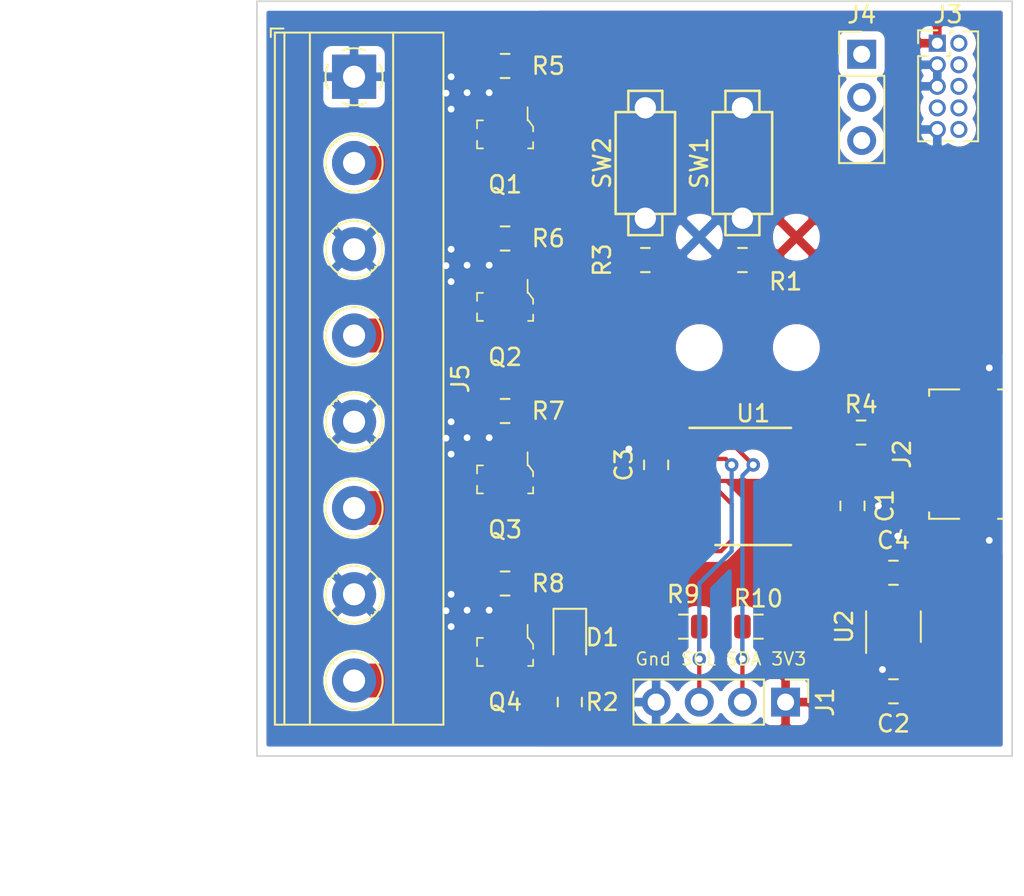
<source format=kicad_pcb>
(kicad_pcb (version 20171130) (host pcbnew "(5.1.5)-3")

  (general
    (thickness 1.6)
    (drawings 7)
    (tracks 201)
    (zones 0)
    (modules 28)
    (nets 22)
  )

  (page A4)
  (layers
    (0 F.Cu signal)
    (31 B.Cu signal)
    (32 B.Adhes user)
    (33 F.Adhes user)
    (34 B.Paste user)
    (35 F.Paste user)
    (36 B.SilkS user)
    (37 F.SilkS user)
    (38 B.Mask user)
    (39 F.Mask user)
    (40 Dwgs.User user)
    (41 Cmts.User user)
    (42 Eco1.User user)
    (43 Eco2.User user)
    (44 Edge.Cuts user)
    (45 Margin user)
    (46 B.CrtYd user)
    (47 F.CrtYd user)
    (48 B.Fab user)
    (49 F.Fab user hide)
  )

  (setup
    (last_trace_width 0.25)
    (trace_clearance 0.2)
    (zone_clearance 0.508)
    (zone_45_only no)
    (trace_min 0.2)
    (via_size 0.8)
    (via_drill 0.4)
    (via_min_size 0.4)
    (via_min_drill 0.3)
    (uvia_size 0.3)
    (uvia_drill 0.1)
    (uvias_allowed no)
    (uvia_min_size 0.2)
    (uvia_min_drill 0.1)
    (edge_width 0.05)
    (segment_width 0.2)
    (pcb_text_width 0.3)
    (pcb_text_size 1.5 1.5)
    (mod_edge_width 0.12)
    (mod_text_size 1 1)
    (mod_text_width 0.15)
    (pad_size 1.524 1.524)
    (pad_drill 0.762)
    (pad_to_mask_clearance 0.051)
    (solder_mask_min_width 0.25)
    (aux_axis_origin 0 0)
    (grid_origin 129.845 86.03)
    (visible_elements FFFFFF7F)
    (pcbplotparams
      (layerselection 0x010fc_ffffffff)
      (usegerberextensions false)
      (usegerberattributes false)
      (usegerberadvancedattributes false)
      (creategerberjobfile false)
      (excludeedgelayer true)
      (linewidth 0.100000)
      (plotframeref false)
      (viasonmask false)
      (mode 1)
      (useauxorigin false)
      (hpglpennumber 1)
      (hpglpenspeed 20)
      (hpglpendiameter 15.000000)
      (psnegative false)
      (psa4output false)
      (plotreference true)
      (plotvalue true)
      (plotinvisibletext false)
      (padsonsilk false)
      (subtractmaskfromsilk false)
      (outputformat 1)
      (mirror false)
      (drillshape 1)
      (scaleselection 1)
      (outputdirectory ""))
  )

  (net 0 "")
  (net 1 +3V3)
  (net 2 GND)
  (net 3 /VBUS)
  (net 4 "Net-(D1-Pad2)")
  (net 5 /SCL)
  (net 6 /SDA)
  (net 7 /D+)
  (net 8 /D-)
  (net 9 /~RESET)
  (net 10 /SWDCLK)
  (net 11 /SWDIO)
  (net 12 /BOOT0)
  (net 13 /Mosfet3)
  (net 14 /Mosfet2)
  (net 15 /Mosfet1)
  (net 16 /Mosfet0)
  (net 17 PWM0)
  (net 18 PWM1)
  (net 19 PWM2)
  (net 20 PWM3)
  (net 21 /LED)

  (net_class Default "This is the default net class."
    (clearance 0.2)
    (trace_width 0.25)
    (via_dia 0.8)
    (via_drill 0.4)
    (uvia_dia 0.3)
    (uvia_drill 0.1)
    (add_net +3V3)
    (add_net /BOOT0)
    (add_net /D+)
    (add_net /D-)
    (add_net /LED)
    (add_net /Mosfet0)
    (add_net /Mosfet1)
    (add_net /Mosfet2)
    (add_net /Mosfet3)
    (add_net /SCL)
    (add_net /SDA)
    (add_net /SWDCLK)
    (add_net /SWDIO)
    (add_net /VBUS)
    (add_net /~RESET)
    (add_net GND)
    (add_net "Net-(D1-Pad2)")
    (add_net PWM0)
    (add_net PWM1)
    (add_net PWM2)
    (add_net PWM3)
  )

  (module TRA_KiCad_Footprints:2PinTactileButton (layer F.Cu) (tedit 5CF2038E) (tstamp 5E1DC76C)
    (at 128.575 65.075 270)
    (path /5E25CAB3)
    (fp_text reference SW1 (at 0 2.54 90) (layer F.SilkS)
      (effects (font (size 1 1) (thickness 0.15)))
    )
    (fp_text value SW_SPST (at 0 -2.54 90) (layer F.Fab)
      (effects (font (size 1 1) (thickness 0.15)))
    )
    (fp_line (start 3 1.75) (end -3 1.75) (layer F.SilkS) (width 0.15))
    (fp_line (start -3 -1.75) (end 3 -1.75) (layer F.SilkS) (width 0.15))
    (fp_line (start -3 -1.75) (end -3 1.75) (layer F.SilkS) (width 0.15))
    (fp_line (start 3 1.75) (end 3 -1.75) (layer F.SilkS) (width 0.15))
    (fp_line (start 3 -1) (end 4.25 -1) (layer F.SilkS) (width 0.15))
    (fp_line (start 4.25 -1) (end 4.25 1) (layer F.SilkS) (width 0.15))
    (fp_line (start 4.25 1) (end 3 1) (layer F.SilkS) (width 0.15))
    (fp_line (start -4.25 -1) (end -3 -1) (layer F.SilkS) (width 0.15))
    (fp_line (start -3 1) (end -4.25 1) (layer F.SilkS) (width 0.15))
    (fp_line (start -4.25 1) (end -4.25 -1) (layer F.SilkS) (width 0.15))
    (pad 1 thru_hole circle (at 3.25 0 270) (size 1.75 1.75) (drill 1.25) (layers *.Cu *.Mask)
      (net 12 /BOOT0))
    (pad 2 thru_hole circle (at -3.25 0 270) (size 1.75 1.75) (drill 1.25) (layers *.Cu *.Mask)
      (net 1 +3V3))
    (model "${GITHUB}/TRA_KiCad_Library/3D Models/TL1107AFxxxWQ.stp"
      (at (xyz 0 0 0))
      (scale (xyz 1 1 1))
      (rotate (xyz 0 0 0))
    )
  )

  (module Resistor_SMD:R_0805_2012Metric (layer F.Cu) (tedit 5B36C52B) (tstamp 5E1ED1BC)
    (at 129.5125 92.38)
    (descr "Resistor SMD 0805 (2012 Metric), square (rectangular) end terminal, IPC_7351 nominal, (Body size source: https://docs.google.com/spreadsheets/d/1BsfQQcO9C6DZCsRaXUlFlo91Tg2WpOkGARC1WS5S8t0/edit?usp=sharing), generated with kicad-footprint-generator")
    (tags resistor)
    (path /5E3A449E)
    (attr smd)
    (fp_text reference R10 (at 0 -1.65) (layer F.SilkS)
      (effects (font (size 1 1) (thickness 0.15)))
    )
    (fp_text value 4.7K (at 0 1.65) (layer F.Fab)
      (effects (font (size 1 1) (thickness 0.15)))
    )
    (fp_text user %R (at 0 0) (layer F.Fab)
      (effects (font (size 0.5 0.5) (thickness 0.08)))
    )
    (fp_line (start 1.68 0.95) (end -1.68 0.95) (layer F.CrtYd) (width 0.05))
    (fp_line (start 1.68 -0.95) (end 1.68 0.95) (layer F.CrtYd) (width 0.05))
    (fp_line (start -1.68 -0.95) (end 1.68 -0.95) (layer F.CrtYd) (width 0.05))
    (fp_line (start -1.68 0.95) (end -1.68 -0.95) (layer F.CrtYd) (width 0.05))
    (fp_line (start -0.258578 0.71) (end 0.258578 0.71) (layer F.SilkS) (width 0.12))
    (fp_line (start -0.258578 -0.71) (end 0.258578 -0.71) (layer F.SilkS) (width 0.12))
    (fp_line (start 1 0.6) (end -1 0.6) (layer F.Fab) (width 0.1))
    (fp_line (start 1 -0.6) (end 1 0.6) (layer F.Fab) (width 0.1))
    (fp_line (start -1 -0.6) (end 1 -0.6) (layer F.Fab) (width 0.1))
    (fp_line (start -1 0.6) (end -1 -0.6) (layer F.Fab) (width 0.1))
    (pad 2 smd roundrect (at 0.9375 0) (size 0.975 1.4) (layers F.Cu F.Paste F.Mask) (roundrect_rratio 0.25)
      (net 1 +3V3))
    (pad 1 smd roundrect (at -0.9375 0) (size 0.975 1.4) (layers F.Cu F.Paste F.Mask) (roundrect_rratio 0.25)
      (net 6 /SDA))
    (model ${KISYS3DMOD}/Resistor_SMD.3dshapes/R_0805_2012Metric.wrl
      (at (xyz 0 0 0))
      (scale (xyz 1 1 1))
      (rotate (xyz 0 0 0))
    )
  )

  (module Resistor_SMD:R_0805_2012Metric (layer F.Cu) (tedit 5B36C52B) (tstamp 5E1E8756)
    (at 125.0975 92.38 180)
    (descr "Resistor SMD 0805 (2012 Metric), square (rectangular) end terminal, IPC_7351 nominal, (Body size source: https://docs.google.com/spreadsheets/d/1BsfQQcO9C6DZCsRaXUlFlo91Tg2WpOkGARC1WS5S8t0/edit?usp=sharing), generated with kicad-footprint-generator")
    (tags resistor)
    (path /5E3A0124)
    (attr smd)
    (fp_text reference R9 (at 0 1.905) (layer F.SilkS)
      (effects (font (size 1 1) (thickness 0.15)))
    )
    (fp_text value 4.7K (at 0 1.65) (layer F.Fab)
      (effects (font (size 1 1) (thickness 0.15)))
    )
    (fp_text user %R (at 0 0) (layer F.Fab)
      (effects (font (size 0.5 0.5) (thickness 0.08)))
    )
    (fp_line (start 1.68 0.95) (end -1.68 0.95) (layer F.CrtYd) (width 0.05))
    (fp_line (start 1.68 -0.95) (end 1.68 0.95) (layer F.CrtYd) (width 0.05))
    (fp_line (start -1.68 -0.95) (end 1.68 -0.95) (layer F.CrtYd) (width 0.05))
    (fp_line (start -1.68 0.95) (end -1.68 -0.95) (layer F.CrtYd) (width 0.05))
    (fp_line (start -0.258578 0.71) (end 0.258578 0.71) (layer F.SilkS) (width 0.12))
    (fp_line (start -0.258578 -0.71) (end 0.258578 -0.71) (layer F.SilkS) (width 0.12))
    (fp_line (start 1 0.6) (end -1 0.6) (layer F.Fab) (width 0.1))
    (fp_line (start 1 -0.6) (end 1 0.6) (layer F.Fab) (width 0.1))
    (fp_line (start -1 -0.6) (end 1 -0.6) (layer F.Fab) (width 0.1))
    (fp_line (start -1 0.6) (end -1 -0.6) (layer F.Fab) (width 0.1))
    (pad 2 smd roundrect (at 0.9375 0 180) (size 0.975 1.4) (layers F.Cu F.Paste F.Mask) (roundrect_rratio 0.25)
      (net 1 +3V3))
    (pad 1 smd roundrect (at -0.9375 0 180) (size 0.975 1.4) (layers F.Cu F.Paste F.Mask) (roundrect_rratio 0.25)
      (net 5 /SCL))
    (model ${KISYS3DMOD}/Resistor_SMD.3dshapes/R_0805_2012Metric.wrl
      (at (xyz 0 0 0))
      (scale (xyz 1 1 1))
      (rotate (xyz 0 0 0))
    )
  )

  (module Resistor_SMD:R_0805_2012Metric (layer F.Cu) (tedit 5B36C52B) (tstamp 5E1E38BC)
    (at 114.605 89.84)
    (descr "Resistor SMD 0805 (2012 Metric), square (rectangular) end terminal, IPC_7351 nominal, (Body size source: https://docs.google.com/spreadsheets/d/1BsfQQcO9C6DZCsRaXUlFlo91Tg2WpOkGARC1WS5S8t0/edit?usp=sharing), generated with kicad-footprint-generator")
    (tags resistor)
    (path /5E2F0457)
    (attr smd)
    (fp_text reference R8 (at 2.54 0) (layer F.SilkS)
      (effects (font (size 1 1) (thickness 0.15)))
    )
    (fp_text value 10K (at 0 1.65) (layer F.Fab)
      (effects (font (size 1 1) (thickness 0.15)))
    )
    (fp_line (start -1 0.6) (end -1 -0.6) (layer F.Fab) (width 0.1))
    (fp_line (start -1 -0.6) (end 1 -0.6) (layer F.Fab) (width 0.1))
    (fp_line (start 1 -0.6) (end 1 0.6) (layer F.Fab) (width 0.1))
    (fp_line (start 1 0.6) (end -1 0.6) (layer F.Fab) (width 0.1))
    (fp_line (start -0.258578 -0.71) (end 0.258578 -0.71) (layer F.SilkS) (width 0.12))
    (fp_line (start -0.258578 0.71) (end 0.258578 0.71) (layer F.SilkS) (width 0.12))
    (fp_line (start -1.68 0.95) (end -1.68 -0.95) (layer F.CrtYd) (width 0.05))
    (fp_line (start -1.68 -0.95) (end 1.68 -0.95) (layer F.CrtYd) (width 0.05))
    (fp_line (start 1.68 -0.95) (end 1.68 0.95) (layer F.CrtYd) (width 0.05))
    (fp_line (start 1.68 0.95) (end -1.68 0.95) (layer F.CrtYd) (width 0.05))
    (fp_text user %R (at 0 0) (layer F.Fab)
      (effects (font (size 0.5 0.5) (thickness 0.08)))
    )
    (pad 1 smd roundrect (at -0.9375 0) (size 0.975 1.4) (layers F.Cu F.Paste F.Mask) (roundrect_rratio 0.25)
      (net 2 GND))
    (pad 2 smd roundrect (at 0.9375 0) (size 0.975 1.4) (layers F.Cu F.Paste F.Mask) (roundrect_rratio 0.25)
      (net 20 PWM3))
    (model ${KISYS3DMOD}/Resistor_SMD.3dshapes/R_0805_2012Metric.wrl
      (at (xyz 0 0 0))
      (scale (xyz 1 1 1))
      (rotate (xyz 0 0 0))
    )
  )

  (module digikey-footprints:SOT-23-3 (layer F.Cu) (tedit 59D275F3) (tstamp 5E1E38A1)
    (at 114.605 93.87 270)
    (path /5E2F044D)
    (fp_text reference Q4 (at 2.955 0 180) (layer F.SilkS)
      (effects (font (size 1 1) (thickness 0.15)))
    )
    (fp_text value IRLML6344TRPBF (at 0.025 3.25 90) (layer F.Fab)
      (effects (font (size 1 1) (thickness 0.15)))
    )
    (fp_line (start -1.825 -1.95) (end 1.825 -1.95) (layer F.CrtYd) (width 0.05))
    (fp_line (start -1.825 -1.95) (end -1.825 1.95) (layer F.CrtYd) (width 0.05))
    (fp_line (start 1.825 1.95) (end -1.825 1.95) (layer F.CrtYd) (width 0.05))
    (fp_line (start 1.825 -1.95) (end 1.825 1.95) (layer F.CrtYd) (width 0.05))
    (fp_line (start -0.175 -1.65) (end -0.45 -1.65) (layer F.SilkS) (width 0.1))
    (fp_line (start -0.45 -1.65) (end -0.825 -1.375) (layer F.SilkS) (width 0.1))
    (fp_line (start -0.825 -1.375) (end -0.825 -1.325) (layer F.SilkS) (width 0.1))
    (fp_line (start -0.825 -1.325) (end -1.6 -1.325) (layer F.SilkS) (width 0.1))
    (fp_line (start -0.7 -1.325) (end -0.7 1.525) (layer F.Fab) (width 0.1))
    (fp_line (start -0.425 -1.525) (end 0.7 -1.525) (layer F.Fab) (width 0.1))
    (fp_line (start -0.425 -1.525) (end -0.7 -1.325) (layer F.Fab) (width 0.1))
    (fp_line (start -0.35 1.65) (end -0.825 1.65) (layer F.SilkS) (width 0.1))
    (fp_line (start -0.825 1.65) (end -0.825 1.3) (layer F.SilkS) (width 0.1))
    (fp_line (start 0.825 1.425) (end 0.825 1.3) (layer F.SilkS) (width 0.1))
    (fp_line (start 0.825 1.35) (end 0.825 1.65) (layer F.SilkS) (width 0.1))
    (fp_line (start 0.825 1.65) (end 0.375 1.65) (layer F.SilkS) (width 0.1))
    (fp_line (start 0.45 -1.65) (end 0.825 -1.65) (layer F.SilkS) (width 0.1))
    (fp_line (start 0.825 -1.65) (end 0.825 -1.35) (layer F.SilkS) (width 0.1))
    (fp_text user %R (at -0.125 0.15 90) (layer F.Fab)
      (effects (font (size 0.25 0.25) (thickness 0.05)))
    )
    (fp_line (start -0.7 1.52) (end 0.7 1.52) (layer F.Fab) (width 0.1))
    (fp_line (start 0.7 1.52) (end 0.7 -1.52) (layer F.Fab) (width 0.1))
    (pad 3 smd rect (at 1.05 0 270) (size 1.3 0.6) (layers F.Cu F.Paste F.Mask)
      (net 13 /Mosfet3) (solder_mask_margin 0.07))
    (pad 2 smd rect (at -1.05 0.95 270) (size 1.3 0.6) (layers F.Cu F.Paste F.Mask)
      (net 2 GND) (solder_mask_margin 0.07))
    (pad 1 smd rect (at -1.05 -0.95 270) (size 1.3 0.6) (layers F.Cu F.Paste F.Mask)
      (net 20 PWM3) (solder_mask_margin 0.07))
  )

  (module Resistor_SMD:R_0805_2012Metric (layer F.Cu) (tedit 5B36C52B) (tstamp 5E1E38BC)
    (at 114.605 79.68)
    (descr "Resistor SMD 0805 (2012 Metric), square (rectangular) end terminal, IPC_7351 nominal, (Body size source: https://docs.google.com/spreadsheets/d/1BsfQQcO9C6DZCsRaXUlFlo91Tg2WpOkGARC1WS5S8t0/edit?usp=sharing), generated with kicad-footprint-generator")
    (tags resistor)
    (path /5E2F4A74)
    (attr smd)
    (fp_text reference R7 (at 2.54 0) (layer F.SilkS)
      (effects (font (size 1 1) (thickness 0.15)))
    )
    (fp_text value 10K (at 0 1.65) (layer F.Fab)
      (effects (font (size 1 1) (thickness 0.15)))
    )
    (fp_line (start -1 0.6) (end -1 -0.6) (layer F.Fab) (width 0.1))
    (fp_line (start -1 -0.6) (end 1 -0.6) (layer F.Fab) (width 0.1))
    (fp_line (start 1 -0.6) (end 1 0.6) (layer F.Fab) (width 0.1))
    (fp_line (start 1 0.6) (end -1 0.6) (layer F.Fab) (width 0.1))
    (fp_line (start -0.258578 -0.71) (end 0.258578 -0.71) (layer F.SilkS) (width 0.12))
    (fp_line (start -0.258578 0.71) (end 0.258578 0.71) (layer F.SilkS) (width 0.12))
    (fp_line (start -1.68 0.95) (end -1.68 -0.95) (layer F.CrtYd) (width 0.05))
    (fp_line (start -1.68 -0.95) (end 1.68 -0.95) (layer F.CrtYd) (width 0.05))
    (fp_line (start 1.68 -0.95) (end 1.68 0.95) (layer F.CrtYd) (width 0.05))
    (fp_line (start 1.68 0.95) (end -1.68 0.95) (layer F.CrtYd) (width 0.05))
    (fp_text user %R (at 0 0) (layer F.Fab)
      (effects (font (size 0.5 0.5) (thickness 0.08)))
    )
    (pad 1 smd roundrect (at -0.9375 0) (size 0.975 1.4) (layers F.Cu F.Paste F.Mask) (roundrect_rratio 0.25)
      (net 2 GND))
    (pad 2 smd roundrect (at 0.9375 0) (size 0.975 1.4) (layers F.Cu F.Paste F.Mask) (roundrect_rratio 0.25)
      (net 19 PWM2))
    (model ${KISYS3DMOD}/Resistor_SMD.3dshapes/R_0805_2012Metric.wrl
      (at (xyz 0 0 0))
      (scale (xyz 1 1 1))
      (rotate (xyz 0 0 0))
    )
  )

  (module digikey-footprints:SOT-23-3 (layer F.Cu) (tedit 59D275F3) (tstamp 5E1E38A1)
    (at 114.605 83.71 270)
    (path /5E2F4A6A)
    (fp_text reference Q3 (at 2.955 0 180) (layer F.SilkS)
      (effects (font (size 1 1) (thickness 0.15)))
    )
    (fp_text value IRLML6344TRPBF (at 0.025 3.25 90) (layer F.Fab)
      (effects (font (size 1 1) (thickness 0.15)))
    )
    (fp_line (start -1.825 -1.95) (end 1.825 -1.95) (layer F.CrtYd) (width 0.05))
    (fp_line (start -1.825 -1.95) (end -1.825 1.95) (layer F.CrtYd) (width 0.05))
    (fp_line (start 1.825 1.95) (end -1.825 1.95) (layer F.CrtYd) (width 0.05))
    (fp_line (start 1.825 -1.95) (end 1.825 1.95) (layer F.CrtYd) (width 0.05))
    (fp_line (start -0.175 -1.65) (end -0.45 -1.65) (layer F.SilkS) (width 0.1))
    (fp_line (start -0.45 -1.65) (end -0.825 -1.375) (layer F.SilkS) (width 0.1))
    (fp_line (start -0.825 -1.375) (end -0.825 -1.325) (layer F.SilkS) (width 0.1))
    (fp_line (start -0.825 -1.325) (end -1.6 -1.325) (layer F.SilkS) (width 0.1))
    (fp_line (start -0.7 -1.325) (end -0.7 1.525) (layer F.Fab) (width 0.1))
    (fp_line (start -0.425 -1.525) (end 0.7 -1.525) (layer F.Fab) (width 0.1))
    (fp_line (start -0.425 -1.525) (end -0.7 -1.325) (layer F.Fab) (width 0.1))
    (fp_line (start -0.35 1.65) (end -0.825 1.65) (layer F.SilkS) (width 0.1))
    (fp_line (start -0.825 1.65) (end -0.825 1.3) (layer F.SilkS) (width 0.1))
    (fp_line (start 0.825 1.425) (end 0.825 1.3) (layer F.SilkS) (width 0.1))
    (fp_line (start 0.825 1.35) (end 0.825 1.65) (layer F.SilkS) (width 0.1))
    (fp_line (start 0.825 1.65) (end 0.375 1.65) (layer F.SilkS) (width 0.1))
    (fp_line (start 0.45 -1.65) (end 0.825 -1.65) (layer F.SilkS) (width 0.1))
    (fp_line (start 0.825 -1.65) (end 0.825 -1.35) (layer F.SilkS) (width 0.1))
    (fp_text user %R (at -0.125 0.15 90) (layer F.Fab)
      (effects (font (size 0.25 0.25) (thickness 0.05)))
    )
    (fp_line (start -0.7 1.52) (end 0.7 1.52) (layer F.Fab) (width 0.1))
    (fp_line (start 0.7 1.52) (end 0.7 -1.52) (layer F.Fab) (width 0.1))
    (pad 3 smd rect (at 1.05 0 270) (size 1.3 0.6) (layers F.Cu F.Paste F.Mask)
      (net 14 /Mosfet2) (solder_mask_margin 0.07))
    (pad 2 smd rect (at -1.05 0.95 270) (size 1.3 0.6) (layers F.Cu F.Paste F.Mask)
      (net 2 GND) (solder_mask_margin 0.07))
    (pad 1 smd rect (at -1.05 -0.95 270) (size 1.3 0.6) (layers F.Cu F.Paste F.Mask)
      (net 19 PWM2) (solder_mask_margin 0.07))
  )

  (module Resistor_SMD:R_0805_2012Metric (layer F.Cu) (tedit 5B36C52B) (tstamp 5E1E38BC)
    (at 114.605 69.52)
    (descr "Resistor SMD 0805 (2012 Metric), square (rectangular) end terminal, IPC_7351 nominal, (Body size source: https://docs.google.com/spreadsheets/d/1BsfQQcO9C6DZCsRaXUlFlo91Tg2WpOkGARC1WS5S8t0/edit?usp=sharing), generated with kicad-footprint-generator")
    (tags resistor)
    (path /5E2FBAAC)
    (attr smd)
    (fp_text reference R6 (at 2.54 0) (layer F.SilkS)
      (effects (font (size 1 1) (thickness 0.15)))
    )
    (fp_text value 10K (at 0 1.65) (layer F.Fab)
      (effects (font (size 1 1) (thickness 0.15)))
    )
    (fp_line (start -1 0.6) (end -1 -0.6) (layer F.Fab) (width 0.1))
    (fp_line (start -1 -0.6) (end 1 -0.6) (layer F.Fab) (width 0.1))
    (fp_line (start 1 -0.6) (end 1 0.6) (layer F.Fab) (width 0.1))
    (fp_line (start 1 0.6) (end -1 0.6) (layer F.Fab) (width 0.1))
    (fp_line (start -0.258578 -0.71) (end 0.258578 -0.71) (layer F.SilkS) (width 0.12))
    (fp_line (start -0.258578 0.71) (end 0.258578 0.71) (layer F.SilkS) (width 0.12))
    (fp_line (start -1.68 0.95) (end -1.68 -0.95) (layer F.CrtYd) (width 0.05))
    (fp_line (start -1.68 -0.95) (end 1.68 -0.95) (layer F.CrtYd) (width 0.05))
    (fp_line (start 1.68 -0.95) (end 1.68 0.95) (layer F.CrtYd) (width 0.05))
    (fp_line (start 1.68 0.95) (end -1.68 0.95) (layer F.CrtYd) (width 0.05))
    (fp_text user %R (at 0 0) (layer F.Fab)
      (effects (font (size 0.5 0.5) (thickness 0.08)))
    )
    (pad 1 smd roundrect (at -0.9375 0) (size 0.975 1.4) (layers F.Cu F.Paste F.Mask) (roundrect_rratio 0.25)
      (net 2 GND))
    (pad 2 smd roundrect (at 0.9375 0) (size 0.975 1.4) (layers F.Cu F.Paste F.Mask) (roundrect_rratio 0.25)
      (net 18 PWM1))
    (model ${KISYS3DMOD}/Resistor_SMD.3dshapes/R_0805_2012Metric.wrl
      (at (xyz 0 0 0))
      (scale (xyz 1 1 1))
      (rotate (xyz 0 0 0))
    )
  )

  (module digikey-footprints:SOT-23-3 (layer F.Cu) (tedit 59D275F3) (tstamp 5E1E38A1)
    (at 114.605 73.55 270)
    (path /5E2FBAA2)
    (fp_text reference Q2 (at 2.955 0 180) (layer F.SilkS)
      (effects (font (size 1 1) (thickness 0.15)))
    )
    (fp_text value IRLML6344TRPBF (at 0.025 3.25 90) (layer F.Fab)
      (effects (font (size 1 1) (thickness 0.15)))
    )
    (fp_line (start -1.825 -1.95) (end 1.825 -1.95) (layer F.CrtYd) (width 0.05))
    (fp_line (start -1.825 -1.95) (end -1.825 1.95) (layer F.CrtYd) (width 0.05))
    (fp_line (start 1.825 1.95) (end -1.825 1.95) (layer F.CrtYd) (width 0.05))
    (fp_line (start 1.825 -1.95) (end 1.825 1.95) (layer F.CrtYd) (width 0.05))
    (fp_line (start -0.175 -1.65) (end -0.45 -1.65) (layer F.SilkS) (width 0.1))
    (fp_line (start -0.45 -1.65) (end -0.825 -1.375) (layer F.SilkS) (width 0.1))
    (fp_line (start -0.825 -1.375) (end -0.825 -1.325) (layer F.SilkS) (width 0.1))
    (fp_line (start -0.825 -1.325) (end -1.6 -1.325) (layer F.SilkS) (width 0.1))
    (fp_line (start -0.7 -1.325) (end -0.7 1.525) (layer F.Fab) (width 0.1))
    (fp_line (start -0.425 -1.525) (end 0.7 -1.525) (layer F.Fab) (width 0.1))
    (fp_line (start -0.425 -1.525) (end -0.7 -1.325) (layer F.Fab) (width 0.1))
    (fp_line (start -0.35 1.65) (end -0.825 1.65) (layer F.SilkS) (width 0.1))
    (fp_line (start -0.825 1.65) (end -0.825 1.3) (layer F.SilkS) (width 0.1))
    (fp_line (start 0.825 1.425) (end 0.825 1.3) (layer F.SilkS) (width 0.1))
    (fp_line (start 0.825 1.35) (end 0.825 1.65) (layer F.SilkS) (width 0.1))
    (fp_line (start 0.825 1.65) (end 0.375 1.65) (layer F.SilkS) (width 0.1))
    (fp_line (start 0.45 -1.65) (end 0.825 -1.65) (layer F.SilkS) (width 0.1))
    (fp_line (start 0.825 -1.65) (end 0.825 -1.35) (layer F.SilkS) (width 0.1))
    (fp_text user %R (at -0.125 0.15 90) (layer F.Fab)
      (effects (font (size 0.25 0.25) (thickness 0.05)))
    )
    (fp_line (start -0.7 1.52) (end 0.7 1.52) (layer F.Fab) (width 0.1))
    (fp_line (start 0.7 1.52) (end 0.7 -1.52) (layer F.Fab) (width 0.1))
    (pad 3 smd rect (at 1.05 0 270) (size 1.3 0.6) (layers F.Cu F.Paste F.Mask)
      (net 15 /Mosfet1) (solder_mask_margin 0.07))
    (pad 2 smd rect (at -1.05 0.95 270) (size 1.3 0.6) (layers F.Cu F.Paste F.Mask)
      (net 2 GND) (solder_mask_margin 0.07))
    (pad 1 smd rect (at -1.05 -0.95 270) (size 1.3 0.6) (layers F.Cu F.Paste F.Mask)
      (net 18 PWM1) (solder_mask_margin 0.07))
  )

  (module Resistor_SMD:R_0805_2012Metric (layer F.Cu) (tedit 5B36C52B) (tstamp 5E1E276D)
    (at 114.605 59.36)
    (descr "Resistor SMD 0805 (2012 Metric), square (rectangular) end terminal, IPC_7351 nominal, (Body size source: https://docs.google.com/spreadsheets/d/1BsfQQcO9C6DZCsRaXUlFlo91Tg2WpOkGARC1WS5S8t0/edit?usp=sharing), generated with kicad-footprint-generator")
    (tags resistor)
    (path /5E2B2C3A)
    (attr smd)
    (fp_text reference R5 (at 2.54 0) (layer F.SilkS)
      (effects (font (size 1 1) (thickness 0.15)))
    )
    (fp_text value 10K (at 0 1.65) (layer F.Fab)
      (effects (font (size 1 1) (thickness 0.15)))
    )
    (fp_text user %R (at 0 0) (layer F.Fab)
      (effects (font (size 0.5 0.5) (thickness 0.08)))
    )
    (fp_line (start 1.68 0.95) (end -1.68 0.95) (layer F.CrtYd) (width 0.05))
    (fp_line (start 1.68 -0.95) (end 1.68 0.95) (layer F.CrtYd) (width 0.05))
    (fp_line (start -1.68 -0.95) (end 1.68 -0.95) (layer F.CrtYd) (width 0.05))
    (fp_line (start -1.68 0.95) (end -1.68 -0.95) (layer F.CrtYd) (width 0.05))
    (fp_line (start -0.258578 0.71) (end 0.258578 0.71) (layer F.SilkS) (width 0.12))
    (fp_line (start -0.258578 -0.71) (end 0.258578 -0.71) (layer F.SilkS) (width 0.12))
    (fp_line (start 1 0.6) (end -1 0.6) (layer F.Fab) (width 0.1))
    (fp_line (start 1 -0.6) (end 1 0.6) (layer F.Fab) (width 0.1))
    (fp_line (start -1 -0.6) (end 1 -0.6) (layer F.Fab) (width 0.1))
    (fp_line (start -1 0.6) (end -1 -0.6) (layer F.Fab) (width 0.1))
    (pad 2 smd roundrect (at 0.9375 0) (size 0.975 1.4) (layers F.Cu F.Paste F.Mask) (roundrect_rratio 0.25)
      (net 17 PWM0))
    (pad 1 smd roundrect (at -0.9375 0) (size 0.975 1.4) (layers F.Cu F.Paste F.Mask) (roundrect_rratio 0.25)
      (net 2 GND))
    (model ${KISYS3DMOD}/Resistor_SMD.3dshapes/R_0805_2012Metric.wrl
      (at (xyz 0 0 0))
      (scale (xyz 1 1 1))
      (rotate (xyz 0 0 0))
    )
  )

  (module digikey-footprints:SOT-23-3 (layer F.Cu) (tedit 59D275F3) (tstamp 5E1DE34B)
    (at 114.605 63.39 270)
    (path /5E269A78)
    (fp_text reference Q1 (at 2.955 0 180) (layer F.SilkS)
      (effects (font (size 1 1) (thickness 0.15)))
    )
    (fp_text value IRLML6344TRPBF (at 0.025 3.25 90) (layer F.Fab)
      (effects (font (size 1 1) (thickness 0.15)))
    )
    (fp_line (start 0.7 1.52) (end 0.7 -1.52) (layer F.Fab) (width 0.1))
    (fp_line (start -0.7 1.52) (end 0.7 1.52) (layer F.Fab) (width 0.1))
    (fp_text user %R (at -0.125 0.15 90) (layer F.Fab)
      (effects (font (size 0.25 0.25) (thickness 0.05)))
    )
    (fp_line (start 0.825 -1.65) (end 0.825 -1.35) (layer F.SilkS) (width 0.1))
    (fp_line (start 0.45 -1.65) (end 0.825 -1.65) (layer F.SilkS) (width 0.1))
    (fp_line (start 0.825 1.65) (end 0.375 1.65) (layer F.SilkS) (width 0.1))
    (fp_line (start 0.825 1.35) (end 0.825 1.65) (layer F.SilkS) (width 0.1))
    (fp_line (start 0.825 1.425) (end 0.825 1.3) (layer F.SilkS) (width 0.1))
    (fp_line (start -0.825 1.65) (end -0.825 1.3) (layer F.SilkS) (width 0.1))
    (fp_line (start -0.35 1.65) (end -0.825 1.65) (layer F.SilkS) (width 0.1))
    (fp_line (start -0.425 -1.525) (end -0.7 -1.325) (layer F.Fab) (width 0.1))
    (fp_line (start -0.425 -1.525) (end 0.7 -1.525) (layer F.Fab) (width 0.1))
    (fp_line (start -0.7 -1.325) (end -0.7 1.525) (layer F.Fab) (width 0.1))
    (fp_line (start -0.825 -1.325) (end -1.6 -1.325) (layer F.SilkS) (width 0.1))
    (fp_line (start -0.825 -1.375) (end -0.825 -1.325) (layer F.SilkS) (width 0.1))
    (fp_line (start -0.45 -1.65) (end -0.825 -1.375) (layer F.SilkS) (width 0.1))
    (fp_line (start -0.175 -1.65) (end -0.45 -1.65) (layer F.SilkS) (width 0.1))
    (fp_line (start 1.825 -1.95) (end 1.825 1.95) (layer F.CrtYd) (width 0.05))
    (fp_line (start 1.825 1.95) (end -1.825 1.95) (layer F.CrtYd) (width 0.05))
    (fp_line (start -1.825 -1.95) (end -1.825 1.95) (layer F.CrtYd) (width 0.05))
    (fp_line (start -1.825 -1.95) (end 1.825 -1.95) (layer F.CrtYd) (width 0.05))
    (pad 1 smd rect (at -1.05 -0.95 270) (size 1.3 0.6) (layers F.Cu F.Paste F.Mask)
      (net 17 PWM0) (solder_mask_margin 0.07))
    (pad 2 smd rect (at -1.05 0.95 270) (size 1.3 0.6) (layers F.Cu F.Paste F.Mask)
      (net 2 GND) (solder_mask_margin 0.07))
    (pad 3 smd rect (at 1.05 0 270) (size 1.3 0.6) (layers F.Cu F.Paste F.Mask)
      (net 16 /Mosfet0) (solder_mask_margin 0.07))
  )

  (module TerminalBlock_Phoenix:TerminalBlock_Phoenix_MKDS-1,5-8-5.08_1x08_P5.08mm_Horizontal (layer F.Cu) (tedit 5B294EC0) (tstamp 5E1DE32F)
    (at 105.715 59.995 270)
    (descr "Terminal Block Phoenix MKDS-1,5-8-5.08, 8 pins, pitch 5.08mm, size 40.6x9.8mm^2, drill diamater 1.3mm, pad diameter 2.6mm, see http://www.farnell.com/datasheets/100425.pdf, script-generated using https://github.com/pointhi/kicad-footprint-generator/scripts/TerminalBlock_Phoenix")
    (tags "THT Terminal Block Phoenix MKDS-1,5-8-5.08 pitch 5.08mm size 40.6x9.8mm^2 drill 1.3mm pad 2.6mm")
    (path /5E270F48)
    (fp_text reference J5 (at 17.78 -6.26 90) (layer F.SilkS)
      (effects (font (size 1 1) (thickness 0.15)))
    )
    (fp_text value Screw_Terminal_01x08 (at 17.78 5.66 90) (layer F.Fab)
      (effects (font (size 1 1) (thickness 0.15)))
    )
    (fp_text user %R (at 17.78 3.2 90) (layer F.Fab)
      (effects (font (size 1 1) (thickness 0.15)))
    )
    (fp_line (start 38.6 -5.71) (end -3.04 -5.71) (layer F.CrtYd) (width 0.05))
    (fp_line (start 38.6 5.1) (end 38.6 -5.71) (layer F.CrtYd) (width 0.05))
    (fp_line (start -3.04 5.1) (end 38.6 5.1) (layer F.CrtYd) (width 0.05))
    (fp_line (start -3.04 -5.71) (end -3.04 5.1) (layer F.CrtYd) (width 0.05))
    (fp_line (start -2.84 4.9) (end -2.34 4.9) (layer F.SilkS) (width 0.12))
    (fp_line (start -2.84 4.16) (end -2.84 4.9) (layer F.SilkS) (width 0.12))
    (fp_line (start 34.333 1.023) (end 34.286 1.069) (layer F.SilkS) (width 0.12))
    (fp_line (start 36.63 -1.275) (end 36.595 -1.239) (layer F.SilkS) (width 0.12))
    (fp_line (start 34.526 1.239) (end 34.491 1.274) (layer F.SilkS) (width 0.12))
    (fp_line (start 36.835 -1.069) (end 36.788 -1.023) (layer F.SilkS) (width 0.12))
    (fp_line (start 36.515 -1.138) (end 34.423 0.955) (layer F.Fab) (width 0.1))
    (fp_line (start 36.698 -0.955) (end 34.606 1.138) (layer F.Fab) (width 0.1))
    (fp_line (start 29.253 1.023) (end 29.206 1.069) (layer F.SilkS) (width 0.12))
    (fp_line (start 31.55 -1.275) (end 31.515 -1.239) (layer F.SilkS) (width 0.12))
    (fp_line (start 29.446 1.239) (end 29.411 1.274) (layer F.SilkS) (width 0.12))
    (fp_line (start 31.755 -1.069) (end 31.708 -1.023) (layer F.SilkS) (width 0.12))
    (fp_line (start 31.435 -1.138) (end 29.343 0.955) (layer F.Fab) (width 0.1))
    (fp_line (start 31.618 -0.955) (end 29.526 1.138) (layer F.Fab) (width 0.1))
    (fp_line (start 24.173 1.023) (end 24.126 1.069) (layer F.SilkS) (width 0.12))
    (fp_line (start 26.47 -1.275) (end 26.435 -1.239) (layer F.SilkS) (width 0.12))
    (fp_line (start 24.366 1.239) (end 24.331 1.274) (layer F.SilkS) (width 0.12))
    (fp_line (start 26.675 -1.069) (end 26.628 -1.023) (layer F.SilkS) (width 0.12))
    (fp_line (start 26.355 -1.138) (end 24.263 0.955) (layer F.Fab) (width 0.1))
    (fp_line (start 26.538 -0.955) (end 24.446 1.138) (layer F.Fab) (width 0.1))
    (fp_line (start 19.093 1.023) (end 19.046 1.069) (layer F.SilkS) (width 0.12))
    (fp_line (start 21.39 -1.275) (end 21.355 -1.239) (layer F.SilkS) (width 0.12))
    (fp_line (start 19.286 1.239) (end 19.251 1.274) (layer F.SilkS) (width 0.12))
    (fp_line (start 21.595 -1.069) (end 21.548 -1.023) (layer F.SilkS) (width 0.12))
    (fp_line (start 21.275 -1.138) (end 19.183 0.955) (layer F.Fab) (width 0.1))
    (fp_line (start 21.458 -0.955) (end 19.366 1.138) (layer F.Fab) (width 0.1))
    (fp_line (start 14.013 1.023) (end 13.966 1.069) (layer F.SilkS) (width 0.12))
    (fp_line (start 16.31 -1.275) (end 16.275 -1.239) (layer F.SilkS) (width 0.12))
    (fp_line (start 14.206 1.239) (end 14.171 1.274) (layer F.SilkS) (width 0.12))
    (fp_line (start 16.515 -1.069) (end 16.468 -1.023) (layer F.SilkS) (width 0.12))
    (fp_line (start 16.195 -1.138) (end 14.103 0.955) (layer F.Fab) (width 0.1))
    (fp_line (start 16.378 -0.955) (end 14.286 1.138) (layer F.Fab) (width 0.1))
    (fp_line (start 8.933 1.023) (end 8.886 1.069) (layer F.SilkS) (width 0.12))
    (fp_line (start 11.23 -1.275) (end 11.195 -1.239) (layer F.SilkS) (width 0.12))
    (fp_line (start 9.126 1.239) (end 9.091 1.274) (layer F.SilkS) (width 0.12))
    (fp_line (start 11.435 -1.069) (end 11.388 -1.023) (layer F.SilkS) (width 0.12))
    (fp_line (start 11.115 -1.138) (end 9.023 0.955) (layer F.Fab) (width 0.1))
    (fp_line (start 11.298 -0.955) (end 9.206 1.138) (layer F.Fab) (width 0.1))
    (fp_line (start 3.853 1.023) (end 3.806 1.069) (layer F.SilkS) (width 0.12))
    (fp_line (start 6.15 -1.275) (end 6.115 -1.239) (layer F.SilkS) (width 0.12))
    (fp_line (start 4.046 1.239) (end 4.011 1.274) (layer F.SilkS) (width 0.12))
    (fp_line (start 6.355 -1.069) (end 6.308 -1.023) (layer F.SilkS) (width 0.12))
    (fp_line (start 6.035 -1.138) (end 3.943 0.955) (layer F.Fab) (width 0.1))
    (fp_line (start 6.218 -0.955) (end 4.126 1.138) (layer F.Fab) (width 0.1))
    (fp_line (start 0.955 -1.138) (end -1.138 0.955) (layer F.Fab) (width 0.1))
    (fp_line (start 1.138 -0.955) (end -0.955 1.138) (layer F.Fab) (width 0.1))
    (fp_line (start 38.16 -5.261) (end 38.16 4.66) (layer F.SilkS) (width 0.12))
    (fp_line (start -2.6 -5.261) (end -2.6 4.66) (layer F.SilkS) (width 0.12))
    (fp_line (start -2.6 4.66) (end 38.16 4.66) (layer F.SilkS) (width 0.12))
    (fp_line (start -2.6 -5.261) (end 38.16 -5.261) (layer F.SilkS) (width 0.12))
    (fp_line (start -2.6 -2.301) (end 38.16 -2.301) (layer F.SilkS) (width 0.12))
    (fp_line (start -2.54 -2.3) (end 38.1 -2.3) (layer F.Fab) (width 0.1))
    (fp_line (start -2.6 2.6) (end 38.16 2.6) (layer F.SilkS) (width 0.12))
    (fp_line (start -2.54 2.6) (end 38.1 2.6) (layer F.Fab) (width 0.1))
    (fp_line (start -2.6 4.1) (end 38.16 4.1) (layer F.SilkS) (width 0.12))
    (fp_line (start -2.54 4.1) (end 38.1 4.1) (layer F.Fab) (width 0.1))
    (fp_line (start -2.54 4.1) (end -2.54 -5.2) (layer F.Fab) (width 0.1))
    (fp_line (start -2.04 4.6) (end -2.54 4.1) (layer F.Fab) (width 0.1))
    (fp_line (start 38.1 4.6) (end -2.04 4.6) (layer F.Fab) (width 0.1))
    (fp_line (start 38.1 -5.2) (end 38.1 4.6) (layer F.Fab) (width 0.1))
    (fp_line (start -2.54 -5.2) (end 38.1 -5.2) (layer F.Fab) (width 0.1))
    (fp_circle (center 35.56 0) (end 37.24 0) (layer F.SilkS) (width 0.12))
    (fp_circle (center 35.56 0) (end 37.06 0) (layer F.Fab) (width 0.1))
    (fp_circle (center 30.48 0) (end 32.16 0) (layer F.SilkS) (width 0.12))
    (fp_circle (center 30.48 0) (end 31.98 0) (layer F.Fab) (width 0.1))
    (fp_circle (center 25.4 0) (end 27.08 0) (layer F.SilkS) (width 0.12))
    (fp_circle (center 25.4 0) (end 26.9 0) (layer F.Fab) (width 0.1))
    (fp_circle (center 20.32 0) (end 22 0) (layer F.SilkS) (width 0.12))
    (fp_circle (center 20.32 0) (end 21.82 0) (layer F.Fab) (width 0.1))
    (fp_circle (center 15.24 0) (end 16.92 0) (layer F.SilkS) (width 0.12))
    (fp_circle (center 15.24 0) (end 16.74 0) (layer F.Fab) (width 0.1))
    (fp_circle (center 10.16 0) (end 11.84 0) (layer F.SilkS) (width 0.12))
    (fp_circle (center 10.16 0) (end 11.66 0) (layer F.Fab) (width 0.1))
    (fp_circle (center 5.08 0) (end 6.76 0) (layer F.SilkS) (width 0.12))
    (fp_circle (center 5.08 0) (end 6.58 0) (layer F.Fab) (width 0.1))
    (fp_circle (center 0 0) (end 1.5 0) (layer F.Fab) (width 0.1))
    (fp_arc (start 0 0) (end -0.684 1.535) (angle -25) (layer F.SilkS) (width 0.12))
    (fp_arc (start 0 0) (end -1.535 -0.684) (angle -48) (layer F.SilkS) (width 0.12))
    (fp_arc (start 0 0) (end 0.684 -1.535) (angle -48) (layer F.SilkS) (width 0.12))
    (fp_arc (start 0 0) (end 1.535 0.684) (angle -48) (layer F.SilkS) (width 0.12))
    (fp_arc (start 0 0) (end 0 1.68) (angle -24) (layer F.SilkS) (width 0.12))
    (pad 8 thru_hole circle (at 35.56 0 270) (size 2.6 2.6) (drill 1.3) (layers *.Cu *.Mask)
      (net 13 /Mosfet3))
    (pad 7 thru_hole circle (at 30.48 0 270) (size 2.6 2.6) (drill 1.3) (layers *.Cu *.Mask)
      (net 2 GND))
    (pad 6 thru_hole circle (at 25.4 0 270) (size 2.6 2.6) (drill 1.3) (layers *.Cu *.Mask)
      (net 14 /Mosfet2))
    (pad 5 thru_hole circle (at 20.32 0 270) (size 2.6 2.6) (drill 1.3) (layers *.Cu *.Mask)
      (net 2 GND))
    (pad 4 thru_hole circle (at 15.24 0 270) (size 2.6 2.6) (drill 1.3) (layers *.Cu *.Mask)
      (net 15 /Mosfet1))
    (pad 3 thru_hole circle (at 10.16 0 270) (size 2.6 2.6) (drill 1.3) (layers *.Cu *.Mask)
      (net 2 GND))
    (pad 2 thru_hole circle (at 5.08 0 270) (size 2.6 2.6) (drill 1.3) (layers *.Cu *.Mask)
      (net 16 /Mosfet0))
    (pad 1 thru_hole rect (at 0 0 270) (size 2.6 2.6) (drill 1.3) (layers *.Cu *.Mask)
      (net 2 GND))
    (model ${KISYS3DMOD}/TerminalBlock_Phoenix.3dshapes/TerminalBlock_Phoenix_MKDS-1,5-8-5.08_1x08_P5.08mm_Horizontal.wrl
      (at (xyz 0 0 0))
      (scale (xyz 1 1 1))
      (rotate (xyz 0 0 0))
    )
  )

  (module Package_TO_SOT_SMD:SOT-23-5 (layer F.Cu) (tedit 5A02FF57) (tstamp 5E1DC7B5)
    (at 137.465 92.38 90)
    (descr "5-pin SOT23 package")
    (tags SOT-23-5)
    (path /5E25182A)
    (attr smd)
    (fp_text reference U2 (at 0 -2.9 90) (layer F.SilkS)
      (effects (font (size 1 1) (thickness 0.15)))
    )
    (fp_text value AP2127K-3.3 (at 0 2.9 90) (layer F.Fab)
      (effects (font (size 1 1) (thickness 0.15)))
    )
    (fp_line (start 0.9 -1.55) (end 0.9 1.55) (layer F.Fab) (width 0.1))
    (fp_line (start 0.9 1.55) (end -0.9 1.55) (layer F.Fab) (width 0.1))
    (fp_line (start -0.9 -0.9) (end -0.9 1.55) (layer F.Fab) (width 0.1))
    (fp_line (start 0.9 -1.55) (end -0.25 -1.55) (layer F.Fab) (width 0.1))
    (fp_line (start -0.9 -0.9) (end -0.25 -1.55) (layer F.Fab) (width 0.1))
    (fp_line (start -1.9 1.8) (end -1.9 -1.8) (layer F.CrtYd) (width 0.05))
    (fp_line (start 1.9 1.8) (end -1.9 1.8) (layer F.CrtYd) (width 0.05))
    (fp_line (start 1.9 -1.8) (end 1.9 1.8) (layer F.CrtYd) (width 0.05))
    (fp_line (start -1.9 -1.8) (end 1.9 -1.8) (layer F.CrtYd) (width 0.05))
    (fp_line (start 0.9 -1.61) (end -1.55 -1.61) (layer F.SilkS) (width 0.12))
    (fp_line (start -0.9 1.61) (end 0.9 1.61) (layer F.SilkS) (width 0.12))
    (fp_text user %R (at 0 0) (layer F.Fab)
      (effects (font (size 0.5 0.5) (thickness 0.075)))
    )
    (pad 5 smd rect (at 1.1 -0.95 90) (size 1.06 0.65) (layers F.Cu F.Paste F.Mask)
      (net 1 +3V3))
    (pad 4 smd rect (at 1.1 0.95 90) (size 1.06 0.65) (layers F.Cu F.Paste F.Mask))
    (pad 3 smd rect (at -1.1 0.95 90) (size 1.06 0.65) (layers F.Cu F.Paste F.Mask)
      (net 3 /VBUS))
    (pad 2 smd rect (at -1.1 0 90) (size 1.06 0.65) (layers F.Cu F.Paste F.Mask)
      (net 2 GND))
    (pad 1 smd rect (at -1.1 -0.95 90) (size 1.06 0.65) (layers F.Cu F.Paste F.Mask)
      (net 3 /VBUS))
    (model ${KISYS3DMOD}/Package_TO_SOT_SMD.3dshapes/SOT-23-5.wrl
      (at (xyz 0 0 0))
      (scale (xyz 1 1 1))
      (rotate (xyz 0 0 0))
    )
  )

  (module Package_SO:TSSOP-20_4.4x6.5mm_P0.65mm (layer F.Cu) (tedit 5A02F25C) (tstamp 5E1DC7A0)
    (at 129.21 84.125)
    (descr "20-Lead Plastic Thin Shrink Small Outline (ST)-4.4 mm Body [TSSOP] (see Microchip Packaging Specification 00000049BS.pdf)")
    (tags "SSOP 0.65")
    (path /5E1D92D4)
    (attr smd)
    (fp_text reference U1 (at 0 -4.3) (layer F.SilkS)
      (effects (font (size 1 1) (thickness 0.15)))
    )
    (fp_text value STM32F042F6Px (at 0 4.3) (layer F.Fab)
      (effects (font (size 1 1) (thickness 0.15)))
    )
    (fp_text user %R (at 0 0) (layer F.Fab)
      (effects (font (size 0.8 0.8) (thickness 0.15)))
    )
    (fp_line (start -3.75 -3.45) (end 2.225 -3.45) (layer F.SilkS) (width 0.15))
    (fp_line (start -2.225 3.45) (end 2.225 3.45) (layer F.SilkS) (width 0.15))
    (fp_line (start -3.95 3.55) (end 3.95 3.55) (layer F.CrtYd) (width 0.05))
    (fp_line (start -3.95 -3.55) (end 3.95 -3.55) (layer F.CrtYd) (width 0.05))
    (fp_line (start 3.95 -3.55) (end 3.95 3.55) (layer F.CrtYd) (width 0.05))
    (fp_line (start -3.95 -3.55) (end -3.95 3.55) (layer F.CrtYd) (width 0.05))
    (fp_line (start -2.2 -2.25) (end -1.2 -3.25) (layer F.Fab) (width 0.15))
    (fp_line (start -2.2 3.25) (end -2.2 -2.25) (layer F.Fab) (width 0.15))
    (fp_line (start 2.2 3.25) (end -2.2 3.25) (layer F.Fab) (width 0.15))
    (fp_line (start 2.2 -3.25) (end 2.2 3.25) (layer F.Fab) (width 0.15))
    (fp_line (start -1.2 -3.25) (end 2.2 -3.25) (layer F.Fab) (width 0.15))
    (pad 20 smd rect (at 2.95 -2.925) (size 1.45 0.45) (layers F.Cu F.Paste F.Mask)
      (net 10 /SWDCLK))
    (pad 19 smd rect (at 2.95 -2.275) (size 1.45 0.45) (layers F.Cu F.Paste F.Mask)
      (net 11 /SWDIO))
    (pad 18 smd rect (at 2.95 -1.625) (size 1.45 0.45) (layers F.Cu F.Paste F.Mask)
      (net 7 /D+))
    (pad 17 smd rect (at 2.95 -0.975) (size 1.45 0.45) (layers F.Cu F.Paste F.Mask)
      (net 8 /D-))
    (pad 16 smd rect (at 2.95 -0.325) (size 1.45 0.45) (layers F.Cu F.Paste F.Mask)
      (net 1 +3V3))
    (pad 15 smd rect (at 2.95 0.325) (size 1.45 0.45) (layers F.Cu F.Paste F.Mask)
      (net 2 GND))
    (pad 14 smd rect (at 2.95 0.975) (size 1.45 0.45) (layers F.Cu F.Paste F.Mask))
    (pad 13 smd rect (at 2.95 1.625) (size 1.45 0.45) (layers F.Cu F.Paste F.Mask))
    (pad 12 smd rect (at 2.95 2.275) (size 1.45 0.45) (layers F.Cu F.Paste F.Mask))
    (pad 11 smd rect (at 2.95 2.925) (size 1.45 0.45) (layers F.Cu F.Paste F.Mask))
    (pad 10 smd rect (at -2.95 2.925) (size 1.45 0.45) (layers F.Cu F.Paste F.Mask)
      (net 20 PWM3))
    (pad 9 smd rect (at -2.95 2.275) (size 1.45 0.45) (layers F.Cu F.Paste F.Mask)
      (net 19 PWM2))
    (pad 8 smd rect (at -2.95 1.625) (size 1.45 0.45) (layers F.Cu F.Paste F.Mask)
      (net 18 PWM1))
    (pad 7 smd rect (at -2.95 0.975) (size 1.45 0.45) (layers F.Cu F.Paste F.Mask)
      (net 17 PWM0))
    (pad 6 smd rect (at -2.95 0.325) (size 1.45 0.45) (layers F.Cu F.Paste F.Mask)
      (net 21 /LED))
    (pad 5 smd rect (at -2.95 -0.325) (size 1.45 0.45) (layers F.Cu F.Paste F.Mask)
      (net 1 +3V3))
    (pad 4 smd rect (at -2.95 -0.975) (size 1.45 0.45) (layers F.Cu F.Paste F.Mask)
      (net 9 /~RESET))
    (pad 3 smd rect (at -2.95 -1.625) (size 1.45 0.45) (layers F.Cu F.Paste F.Mask)
      (net 5 /SCL))
    (pad 2 smd rect (at -2.95 -2.275) (size 1.45 0.45) (layers F.Cu F.Paste F.Mask)
      (net 6 /SDA))
    (pad 1 smd rect (at -2.95 -2.925) (size 1.45 0.45) (layers F.Cu F.Paste F.Mask)
      (net 12 /BOOT0))
    (model ${KISYS3DMOD}/Package_SO.3dshapes/TSSOP-20_4.4x6.5mm_P0.65mm.wrl
      (at (xyz 0 0 0))
      (scale (xyz 1 1 1))
      (rotate (xyz 0 0 0))
    )
  )

  (module TRA_KiCad_Footprints:2PinTactileButton (layer F.Cu) (tedit 5CF2038E) (tstamp 5E1DC77C)
    (at 122.86 65.075 90)
    (path /5E3398ED)
    (fp_text reference SW2 (at 0 -2.54 270) (layer F.SilkS)
      (effects (font (size 1 1) (thickness 0.15)))
    )
    (fp_text value SW_SPST (at 0 -2.54 90) (layer F.Fab)
      (effects (font (size 1 1) (thickness 0.15)))
    )
    (fp_line (start 3 1.75) (end -3 1.75) (layer F.SilkS) (width 0.15))
    (fp_line (start -3 -1.75) (end 3 -1.75) (layer F.SilkS) (width 0.15))
    (fp_line (start -3 -1.75) (end -3 1.75) (layer F.SilkS) (width 0.15))
    (fp_line (start 3 1.75) (end 3 -1.75) (layer F.SilkS) (width 0.15))
    (fp_line (start 3 -1) (end 4.25 -1) (layer F.SilkS) (width 0.15))
    (fp_line (start 4.25 -1) (end 4.25 1) (layer F.SilkS) (width 0.15))
    (fp_line (start 4.25 1) (end 3 1) (layer F.SilkS) (width 0.15))
    (fp_line (start -4.25 -1) (end -3 -1) (layer F.SilkS) (width 0.15))
    (fp_line (start -3 1) (end -4.25 1) (layer F.SilkS) (width 0.15))
    (fp_line (start -4.25 1) (end -4.25 -1) (layer F.SilkS) (width 0.15))
    (pad 1 thru_hole circle (at 3.25 0 90) (size 1.75 1.75) (drill 1.25) (layers *.Cu *.Mask)
      (net 2 GND))
    (pad 2 thru_hole circle (at -3.25 0 90) (size 1.75 1.75) (drill 1.25) (layers *.Cu *.Mask)
      (net 9 /~RESET))
    (model "${GITHUB}/TRA_KiCad_Library/3D Models/TL1107AFxxxWQ.stp"
      (at (xyz 0 0 0))
      (scale (xyz 1 1 1))
      (rotate (xyz 0 0 0))
    )
  )

  (module Resistor_SMD:R_0805_2012Metric (layer F.Cu) (tedit 5B36C52B) (tstamp 5E1DC75C)
    (at 135.56 80.95)
    (descr "Resistor SMD 0805 (2012 Metric), square (rectangular) end terminal, IPC_7351 nominal, (Body size source: https://docs.google.com/spreadsheets/d/1BsfQQcO9C6DZCsRaXUlFlo91Tg2WpOkGARC1WS5S8t0/edit?usp=sharing), generated with kicad-footprint-generator")
    (tags resistor)
    (path /5E232245)
    (attr smd)
    (fp_text reference R4 (at 0 -1.65) (layer F.SilkS)
      (effects (font (size 1 1) (thickness 0.15)))
    )
    (fp_text value 10K (at 0 1.65) (layer F.Fab)
      (effects (font (size 1 1) (thickness 0.15)))
    )
    (fp_text user %R (at 0 0) (layer F.Fab)
      (effects (font (size 0.5 0.5) (thickness 0.08)))
    )
    (fp_line (start 1.68 0.95) (end -1.68 0.95) (layer F.CrtYd) (width 0.05))
    (fp_line (start 1.68 -0.95) (end 1.68 0.95) (layer F.CrtYd) (width 0.05))
    (fp_line (start -1.68 -0.95) (end 1.68 -0.95) (layer F.CrtYd) (width 0.05))
    (fp_line (start -1.68 0.95) (end -1.68 -0.95) (layer F.CrtYd) (width 0.05))
    (fp_line (start -0.258578 0.71) (end 0.258578 0.71) (layer F.SilkS) (width 0.12))
    (fp_line (start -0.258578 -0.71) (end 0.258578 -0.71) (layer F.SilkS) (width 0.12))
    (fp_line (start 1 0.6) (end -1 0.6) (layer F.Fab) (width 0.1))
    (fp_line (start 1 -0.6) (end 1 0.6) (layer F.Fab) (width 0.1))
    (fp_line (start -1 -0.6) (end 1 -0.6) (layer F.Fab) (width 0.1))
    (fp_line (start -1 0.6) (end -1 -0.6) (layer F.Fab) (width 0.1))
    (pad 2 smd roundrect (at 0.9375 0) (size 0.975 1.4) (layers F.Cu F.Paste F.Mask) (roundrect_rratio 0.25)
      (net 1 +3V3))
    (pad 1 smd roundrect (at -0.9375 0) (size 0.975 1.4) (layers F.Cu F.Paste F.Mask) (roundrect_rratio 0.25)
      (net 10 /SWDCLK))
    (model ${KISYS3DMOD}/Resistor_SMD.3dshapes/R_0805_2012Metric.wrl
      (at (xyz 0 0 0))
      (scale (xyz 1 1 1))
      (rotate (xyz 0 0 0))
    )
  )

  (module Resistor_SMD:R_0805_2012Metric (layer F.Cu) (tedit 5B36C52B) (tstamp 5E1DC74B)
    (at 122.86 70.79)
    (descr "Resistor SMD 0805 (2012 Metric), square (rectangular) end terminal, IPC_7351 nominal, (Body size source: https://docs.google.com/spreadsheets/d/1BsfQQcO9C6DZCsRaXUlFlo91Tg2WpOkGARC1WS5S8t0/edit?usp=sharing), generated with kicad-footprint-generator")
    (tags resistor)
    (path /5E1DEAAC)
    (attr smd)
    (fp_text reference R3 (at -2.54 0 270) (layer F.SilkS)
      (effects (font (size 1 1) (thickness 0.15)))
    )
    (fp_text value 10K (at 0 1.65) (layer F.Fab)
      (effects (font (size 1 1) (thickness 0.15)))
    )
    (fp_line (start -1 0.6) (end -1 -0.6) (layer F.Fab) (width 0.1))
    (fp_line (start -1 -0.6) (end 1 -0.6) (layer F.Fab) (width 0.1))
    (fp_line (start 1 -0.6) (end 1 0.6) (layer F.Fab) (width 0.1))
    (fp_line (start 1 0.6) (end -1 0.6) (layer F.Fab) (width 0.1))
    (fp_line (start -0.258578 -0.71) (end 0.258578 -0.71) (layer F.SilkS) (width 0.12))
    (fp_line (start -0.258578 0.71) (end 0.258578 0.71) (layer F.SilkS) (width 0.12))
    (fp_line (start -1.68 0.95) (end -1.68 -0.95) (layer F.CrtYd) (width 0.05))
    (fp_line (start -1.68 -0.95) (end 1.68 -0.95) (layer F.CrtYd) (width 0.05))
    (fp_line (start 1.68 -0.95) (end 1.68 0.95) (layer F.CrtYd) (width 0.05))
    (fp_line (start 1.68 0.95) (end -1.68 0.95) (layer F.CrtYd) (width 0.05))
    (fp_text user %R (at 0 0) (layer F.Fab)
      (effects (font (size 0.5 0.5) (thickness 0.08)))
    )
    (pad 1 smd roundrect (at -0.9375 0) (size 0.975 1.4) (layers F.Cu F.Paste F.Mask) (roundrect_rratio 0.25)
      (net 1 +3V3))
    (pad 2 smd roundrect (at 0.9375 0) (size 0.975 1.4) (layers F.Cu F.Paste F.Mask) (roundrect_rratio 0.25)
      (net 9 /~RESET))
    (model ${KISYS3DMOD}/Resistor_SMD.3dshapes/R_0805_2012Metric.wrl
      (at (xyz 0 0 0))
      (scale (xyz 1 1 1))
      (rotate (xyz 0 0 0))
    )
  )

  (module Resistor_SMD:R_0805_2012Metric (layer F.Cu) (tedit 5B36C52B) (tstamp 5E1DC73A)
    (at 118.415 96.825 270)
    (descr "Resistor SMD 0805 (2012 Metric), square (rectangular) end terminal, IPC_7351 nominal, (Body size source: https://docs.google.com/spreadsheets/d/1BsfQQcO9C6DZCsRaXUlFlo91Tg2WpOkGARC1WS5S8t0/edit?usp=sharing), generated with kicad-footprint-generator")
    (tags resistor)
    (path /5E207C00)
    (attr smd)
    (fp_text reference R2 (at 0 -1.905 180) (layer F.SilkS)
      (effects (font (size 1 1) (thickness 0.15)))
    )
    (fp_text value 1K (at 0 1.65 90) (layer F.Fab)
      (effects (font (size 1 1) (thickness 0.15)))
    )
    (fp_text user %R (at 0 0 90) (layer F.Fab)
      (effects (font (size 0.5 0.5) (thickness 0.08)))
    )
    (fp_line (start 1.68 0.95) (end -1.68 0.95) (layer F.CrtYd) (width 0.05))
    (fp_line (start 1.68 -0.95) (end 1.68 0.95) (layer F.CrtYd) (width 0.05))
    (fp_line (start -1.68 -0.95) (end 1.68 -0.95) (layer F.CrtYd) (width 0.05))
    (fp_line (start -1.68 0.95) (end -1.68 -0.95) (layer F.CrtYd) (width 0.05))
    (fp_line (start -0.258578 0.71) (end 0.258578 0.71) (layer F.SilkS) (width 0.12))
    (fp_line (start -0.258578 -0.71) (end 0.258578 -0.71) (layer F.SilkS) (width 0.12))
    (fp_line (start 1 0.6) (end -1 0.6) (layer F.Fab) (width 0.1))
    (fp_line (start 1 -0.6) (end 1 0.6) (layer F.Fab) (width 0.1))
    (fp_line (start -1 -0.6) (end 1 -0.6) (layer F.Fab) (width 0.1))
    (fp_line (start -1 0.6) (end -1 -0.6) (layer F.Fab) (width 0.1))
    (pad 2 smd roundrect (at 0.9375 0 270) (size 0.975 1.4) (layers F.Cu F.Paste F.Mask) (roundrect_rratio 0.25)
      (net 1 +3V3))
    (pad 1 smd roundrect (at -0.9375 0 270) (size 0.975 1.4) (layers F.Cu F.Paste F.Mask) (roundrect_rratio 0.25)
      (net 4 "Net-(D1-Pad2)"))
    (model ${KISYS3DMOD}/Resistor_SMD.3dshapes/R_0805_2012Metric.wrl
      (at (xyz 0 0 0))
      (scale (xyz 1 1 1))
      (rotate (xyz 0 0 0))
    )
  )

  (module Resistor_SMD:R_0805_2012Metric (layer F.Cu) (tedit 5B36C52B) (tstamp 5E1DC729)
    (at 128.575 70.79 180)
    (descr "Resistor SMD 0805 (2012 Metric), square (rectangular) end terminal, IPC_7351 nominal, (Body size source: https://docs.google.com/spreadsheets/d/1BsfQQcO9C6DZCsRaXUlFlo91Tg2WpOkGARC1WS5S8t0/edit?usp=sharing), generated with kicad-footprint-generator")
    (tags resistor)
    (path /5E2D9885)
    (attr smd)
    (fp_text reference R1 (at -2.54 -1.27) (layer F.SilkS)
      (effects (font (size 1 1) (thickness 0.15)))
    )
    (fp_text value 10K (at 0 1.65) (layer F.Fab)
      (effects (font (size 1 1) (thickness 0.15)))
    )
    (fp_line (start -1 0.6) (end -1 -0.6) (layer F.Fab) (width 0.1))
    (fp_line (start -1 -0.6) (end 1 -0.6) (layer F.Fab) (width 0.1))
    (fp_line (start 1 -0.6) (end 1 0.6) (layer F.Fab) (width 0.1))
    (fp_line (start 1 0.6) (end -1 0.6) (layer F.Fab) (width 0.1))
    (fp_line (start -0.258578 -0.71) (end 0.258578 -0.71) (layer F.SilkS) (width 0.12))
    (fp_line (start -0.258578 0.71) (end 0.258578 0.71) (layer F.SilkS) (width 0.12))
    (fp_line (start -1.68 0.95) (end -1.68 -0.95) (layer F.CrtYd) (width 0.05))
    (fp_line (start -1.68 -0.95) (end 1.68 -0.95) (layer F.CrtYd) (width 0.05))
    (fp_line (start 1.68 -0.95) (end 1.68 0.95) (layer F.CrtYd) (width 0.05))
    (fp_line (start 1.68 0.95) (end -1.68 0.95) (layer F.CrtYd) (width 0.05))
    (fp_text user %R (at 0 0) (layer F.Fab)
      (effects (font (size 0.5 0.5) (thickness 0.08)))
    )
    (pad 1 smd roundrect (at -0.9375 0 180) (size 0.975 1.4) (layers F.Cu F.Paste F.Mask) (roundrect_rratio 0.25)
      (net 2 GND))
    (pad 2 smd roundrect (at 0.9375 0 180) (size 0.975 1.4) (layers F.Cu F.Paste F.Mask) (roundrect_rratio 0.25)
      (net 12 /BOOT0))
    (model ${KISYS3DMOD}/Resistor_SMD.3dshapes/R_0805_2012Metric.wrl
      (at (xyz 0 0 0))
      (scale (xyz 1 1 1))
      (rotate (xyz 0 0 0))
    )
  )

  (module Connector_PinHeader_2.54mm:PinHeader_1x03_P2.54mm_Vertical (layer F.Cu) (tedit 59FED5CC) (tstamp 5E1DC718)
    (at 135.595 58.67)
    (descr "Through hole straight pin header, 1x03, 2.54mm pitch, single row")
    (tags "Through hole pin header THT 1x03 2.54mm single row")
    (path /5E23D4FF)
    (fp_text reference J4 (at 0 -2.33) (layer F.SilkS)
      (effects (font (size 1 1) (thickness 0.15)))
    )
    (fp_text value Conn_01x03 (at 0 7.41) (layer F.Fab)
      (effects (font (size 1 1) (thickness 0.15)))
    )
    (fp_text user %R (at 0 2.54 90) (layer F.Fab)
      (effects (font (size 1 1) (thickness 0.15)))
    )
    (fp_line (start 1.8 -1.8) (end -1.8 -1.8) (layer F.CrtYd) (width 0.05))
    (fp_line (start 1.8 6.85) (end 1.8 -1.8) (layer F.CrtYd) (width 0.05))
    (fp_line (start -1.8 6.85) (end 1.8 6.85) (layer F.CrtYd) (width 0.05))
    (fp_line (start -1.8 -1.8) (end -1.8 6.85) (layer F.CrtYd) (width 0.05))
    (fp_line (start -1.33 -1.33) (end 0 -1.33) (layer F.SilkS) (width 0.12))
    (fp_line (start -1.33 0) (end -1.33 -1.33) (layer F.SilkS) (width 0.12))
    (fp_line (start -1.33 1.27) (end 1.33 1.27) (layer F.SilkS) (width 0.12))
    (fp_line (start 1.33 1.27) (end 1.33 6.41) (layer F.SilkS) (width 0.12))
    (fp_line (start -1.33 1.27) (end -1.33 6.41) (layer F.SilkS) (width 0.12))
    (fp_line (start -1.33 6.41) (end 1.33 6.41) (layer F.SilkS) (width 0.12))
    (fp_line (start -1.27 -0.635) (end -0.635 -1.27) (layer F.Fab) (width 0.1))
    (fp_line (start -1.27 6.35) (end -1.27 -0.635) (layer F.Fab) (width 0.1))
    (fp_line (start 1.27 6.35) (end -1.27 6.35) (layer F.Fab) (width 0.1))
    (fp_line (start 1.27 -1.27) (end 1.27 6.35) (layer F.Fab) (width 0.1))
    (fp_line (start -0.635 -1.27) (end 1.27 -1.27) (layer F.Fab) (width 0.1))
    (pad 3 thru_hole oval (at 0 5.08) (size 1.7 1.7) (drill 1) (layers *.Cu *.Mask)
      (net 9 /~RESET))
    (pad 2 thru_hole oval (at 0 2.54) (size 1.7 1.7) (drill 1) (layers *.Cu *.Mask)
      (net 10 /SWDCLK))
    (pad 1 thru_hole rect (at 0 0) (size 1.7 1.7) (drill 1) (layers *.Cu *.Mask)
      (net 11 /SWDIO))
    (model ${KISYS3DMOD}/Connector_PinHeader_2.54mm.3dshapes/PinHeader_1x03_P2.54mm_Vertical.wrl
      (at (xyz 0 0 0))
      (scale (xyz 1 1 1))
      (rotate (xyz 0 0 0))
    )
  )

  (module Connector_PinHeader_1.27mm:PinHeader_2x05_P1.27mm_Vertical (layer F.Cu) (tedit 59FED6E3) (tstamp 5E1DC701)
    (at 140.045 58.02)
    (descr "Through hole straight pin header, 2x05, 1.27mm pitch, double rows")
    (tags "Through hole pin header THT 2x05 1.27mm double row")
    (path /5E20939C)
    (fp_text reference J3 (at 0.635 -1.695) (layer F.SilkS)
      (effects (font (size 1 1) (thickness 0.15)))
    )
    (fp_text value Conn_02x05 (at 0.635 6.775) (layer F.Fab)
      (effects (font (size 1 1) (thickness 0.15)))
    )
    (fp_text user %R (at 0.635 2.54 90) (layer F.Fab)
      (effects (font (size 1 1) (thickness 0.15)))
    )
    (fp_line (start 2.85 -1.15) (end -1.6 -1.15) (layer F.CrtYd) (width 0.05))
    (fp_line (start 2.85 6.25) (end 2.85 -1.15) (layer F.CrtYd) (width 0.05))
    (fp_line (start -1.6 6.25) (end 2.85 6.25) (layer F.CrtYd) (width 0.05))
    (fp_line (start -1.6 -1.15) (end -1.6 6.25) (layer F.CrtYd) (width 0.05))
    (fp_line (start -1.13 -0.76) (end 0 -0.76) (layer F.SilkS) (width 0.12))
    (fp_line (start -1.13 0) (end -1.13 -0.76) (layer F.SilkS) (width 0.12))
    (fp_line (start 1.57753 -0.695) (end 2.4 -0.695) (layer F.SilkS) (width 0.12))
    (fp_line (start 0.76 -0.695) (end 0.96247 -0.695) (layer F.SilkS) (width 0.12))
    (fp_line (start 0.76 -0.563471) (end 0.76 -0.695) (layer F.SilkS) (width 0.12))
    (fp_line (start 0.76 0.706529) (end 0.76 0.563471) (layer F.SilkS) (width 0.12))
    (fp_line (start 0.563471 0.76) (end 0.706529 0.76) (layer F.SilkS) (width 0.12))
    (fp_line (start -1.13 0.76) (end -0.563471 0.76) (layer F.SilkS) (width 0.12))
    (fp_line (start 2.4 -0.695) (end 2.4 5.775) (layer F.SilkS) (width 0.12))
    (fp_line (start -1.13 0.76) (end -1.13 5.775) (layer F.SilkS) (width 0.12))
    (fp_line (start 0.30753 5.775) (end 0.96247 5.775) (layer F.SilkS) (width 0.12))
    (fp_line (start 1.57753 5.775) (end 2.4 5.775) (layer F.SilkS) (width 0.12))
    (fp_line (start -1.13 5.775) (end -0.30753 5.775) (layer F.SilkS) (width 0.12))
    (fp_line (start -1.07 0.2175) (end -0.2175 -0.635) (layer F.Fab) (width 0.1))
    (fp_line (start -1.07 5.715) (end -1.07 0.2175) (layer F.Fab) (width 0.1))
    (fp_line (start 2.34 5.715) (end -1.07 5.715) (layer F.Fab) (width 0.1))
    (fp_line (start 2.34 -0.635) (end 2.34 5.715) (layer F.Fab) (width 0.1))
    (fp_line (start -0.2175 -0.635) (end 2.34 -0.635) (layer F.Fab) (width 0.1))
    (pad 10 thru_hole oval (at 1.27 5.08) (size 1 1) (drill 0.65) (layers *.Cu *.Mask)
      (net 9 /~RESET))
    (pad 9 thru_hole oval (at 0 5.08) (size 1 1) (drill 0.65) (layers *.Cu *.Mask)
      (net 2 GND))
    (pad 8 thru_hole oval (at 1.27 3.81) (size 1 1) (drill 0.65) (layers *.Cu *.Mask))
    (pad 7 thru_hole oval (at 0 3.81) (size 1 1) (drill 0.65) (layers *.Cu *.Mask))
    (pad 6 thru_hole oval (at 1.27 2.54) (size 1 1) (drill 0.65) (layers *.Cu *.Mask))
    (pad 5 thru_hole oval (at 0 2.54) (size 1 1) (drill 0.65) (layers *.Cu *.Mask)
      (net 2 GND))
    (pad 4 thru_hole oval (at 1.27 1.27) (size 1 1) (drill 0.65) (layers *.Cu *.Mask)
      (net 10 /SWDCLK))
    (pad 3 thru_hole oval (at 0 1.27) (size 1 1) (drill 0.65) (layers *.Cu *.Mask)
      (net 2 GND))
    (pad 2 thru_hole oval (at 1.27 0) (size 1 1) (drill 0.65) (layers *.Cu *.Mask)
      (net 11 /SWDIO))
    (pad 1 thru_hole rect (at 0 0) (size 1 1) (drill 0.65) (layers *.Cu *.Mask)
      (net 1 +3V3))
    (model ${KISYS3DMOD}/Connector_PinHeader_1.27mm.3dshapes/PinHeader_2x05_P1.27mm_Vertical.wrl
      (at (xyz 0 0 0))
      (scale (xyz 1 1 1))
      (rotate (xyz 0 0 0))
    )
  )

  (module Connector_USB:USB_Micro-B_Molex_47346-0001 (layer F.Cu) (tedit 5D8620A7) (tstamp 5E1DC6DC)
    (at 141.275 82.22 90)
    (descr "Micro USB B receptable with flange, bottom-mount, SMD, right-angle (http://www.molex.com/pdm_docs/sd/473460001_sd.pdf)")
    (tags "Micro B USB SMD")
    (path /5E308B4B)
    (attr smd)
    (fp_text reference J2 (at 0 -3.3 270) (layer F.SilkS)
      (effects (font (size 1 1) (thickness 0.15)))
    )
    (fp_text value USB_B_Micro (at 0 4.6 270) (layer F.Fab)
      (effects (font (size 1 1) (thickness 0.15)))
    )
    (fp_line (start -3.25 2.65) (end 3.25 2.65) (layer F.Fab) (width 0.1))
    (fp_line (start -3.81 2.6) (end -3.81 2.34) (layer F.SilkS) (width 0.12))
    (fp_line (start -3.81 0.06) (end -3.81 -1.71) (layer F.SilkS) (width 0.12))
    (fp_line (start -3.81 -1.71) (end -3.43 -1.71) (layer F.SilkS) (width 0.12))
    (fp_line (start 3.81 -1.71) (end 3.81 0.06) (layer F.SilkS) (width 0.12))
    (fp_line (start 3.81 2.34) (end 3.81 2.6) (layer F.SilkS) (width 0.12))
    (fp_line (start -3.75 3.35) (end -3.75 -1.65) (layer F.Fab) (width 0.1))
    (fp_line (start -3.75 -1.65) (end 3.75 -1.65) (layer F.Fab) (width 0.1))
    (fp_line (start 3.75 -1.65) (end 3.75 3.35) (layer F.Fab) (width 0.1))
    (fp_line (start 3.75 3.35) (end -3.75 3.35) (layer F.Fab) (width 0.1))
    (fp_line (start -4.7 3.85) (end -4.7 -2.65) (layer F.CrtYd) (width 0.05))
    (fp_line (start -4.7 -2.65) (end 4.7 -2.65) (layer F.CrtYd) (width 0.05))
    (fp_line (start 4.7 -2.65) (end 4.7 3.85) (layer F.CrtYd) (width 0.05))
    (fp_line (start 4.7 3.85) (end -4.7 3.85) (layer F.CrtYd) (width 0.05))
    (fp_line (start 3.81 -1.71) (end 3.43 -1.71) (layer F.SilkS) (width 0.12))
    (fp_text user %R (at 0 1.2 90) (layer F.Fab)
      (effects (font (size 1 1) (thickness 0.15)))
    )
    (fp_text user "PCB Edge" (at 0 2.67 270) (layer Dwgs.User)
      (effects (font (size 0.4 0.4) (thickness 0.04)))
    )
    (pad 6 smd rect (at 1.55 1.2 90) (size 1 1.9) (layers F.Cu F.Paste F.Mask)
      (net 2 GND))
    (pad 6 smd rect (at -1.15 1.2 90) (size 1.8 1.9) (layers F.Cu F.Paste F.Mask)
      (net 2 GND))
    (pad 6 smd rect (at 3.375 1.2 90) (size 1.65 1.3) (layers F.Cu F.Paste F.Mask)
      (net 2 GND))
    (pad 6 smd rect (at -3.375 1.2 90) (size 1.65 1.3) (layers F.Cu F.Paste F.Mask)
      (net 2 GND))
    (pad 6 smd rect (at 2.4875 -1.375 90) (size 1.425 1.55) (layers F.Cu F.Paste F.Mask)
      (net 2 GND))
    (pad 6 smd rect (at -2.4875 -1.375 90) (size 1.425 1.55) (layers F.Cu F.Paste F.Mask)
      (net 2 GND))
    (pad 5 smd rect (at 1.3 -1.46 90) (size 0.45 1.38) (layers F.Cu F.Paste F.Mask)
      (net 2 GND))
    (pad 4 smd rect (at 0.65 -1.46 90) (size 0.45 1.38) (layers F.Cu F.Paste F.Mask)
      (net 2 GND))
    (pad 3 smd rect (at 0 -1.46 90) (size 0.45 1.38) (layers F.Cu F.Paste F.Mask)
      (net 7 /D+))
    (pad 2 smd rect (at -0.65 -1.46 90) (size 0.45 1.38) (layers F.Cu F.Paste F.Mask)
      (net 8 /D-))
    (pad 1 smd rect (at -1.3 -1.46 90) (size 0.45 1.38) (layers F.Cu F.Paste F.Mask)
      (net 3 /VBUS))
    (model ${KISYS3DMOD}/Connector_USB.3dshapes/USB_Micro-B_Molex_47346-0001.wrl
      (at (xyz 0 0 0))
      (scale (xyz 1 1 1))
      (rotate (xyz 0 0 0))
    )
  )

  (module Connector_PinHeader_2.54mm:PinHeader_1x04_P2.54mm_Vertical (layer F.Cu) (tedit 59FED5CC) (tstamp 5E1DC6BC)
    (at 131.115 96.825 270)
    (descr "Through hole straight pin header, 1x04, 2.54mm pitch, single row")
    (tags "Through hole pin header THT 1x04 2.54mm single row")
    (path /5E2AFDF5)
    (fp_text reference J1 (at 0 -2.33 90) (layer F.SilkS)
      (effects (font (size 1 1) (thickness 0.15)))
    )
    (fp_text value Conn_01x04 (at 0 9.95 90) (layer F.Fab)
      (effects (font (size 1 1) (thickness 0.15)))
    )
    (fp_text user %R (at 0 3.81) (layer F.Fab)
      (effects (font (size 1 1) (thickness 0.15)))
    )
    (fp_line (start 1.8 -1.8) (end -1.8 -1.8) (layer F.CrtYd) (width 0.05))
    (fp_line (start 1.8 9.4) (end 1.8 -1.8) (layer F.CrtYd) (width 0.05))
    (fp_line (start -1.8 9.4) (end 1.8 9.4) (layer F.CrtYd) (width 0.05))
    (fp_line (start -1.8 -1.8) (end -1.8 9.4) (layer F.CrtYd) (width 0.05))
    (fp_line (start -1.33 -1.33) (end 0 -1.33) (layer F.SilkS) (width 0.12))
    (fp_line (start -1.33 0) (end -1.33 -1.33) (layer F.SilkS) (width 0.12))
    (fp_line (start -1.33 1.27) (end 1.33 1.27) (layer F.SilkS) (width 0.12))
    (fp_line (start 1.33 1.27) (end 1.33 8.95) (layer F.SilkS) (width 0.12))
    (fp_line (start -1.33 1.27) (end -1.33 8.95) (layer F.SilkS) (width 0.12))
    (fp_line (start -1.33 8.95) (end 1.33 8.95) (layer F.SilkS) (width 0.12))
    (fp_line (start -1.27 -0.635) (end -0.635 -1.27) (layer F.Fab) (width 0.1))
    (fp_line (start -1.27 8.89) (end -1.27 -0.635) (layer F.Fab) (width 0.1))
    (fp_line (start 1.27 8.89) (end -1.27 8.89) (layer F.Fab) (width 0.1))
    (fp_line (start 1.27 -1.27) (end 1.27 8.89) (layer F.Fab) (width 0.1))
    (fp_line (start -0.635 -1.27) (end 1.27 -1.27) (layer F.Fab) (width 0.1))
    (pad 4 thru_hole oval (at 0 7.62 270) (size 1.7 1.7) (drill 1) (layers *.Cu *.Mask)
      (net 2 GND))
    (pad 3 thru_hole oval (at 0 5.08 270) (size 1.7 1.7) (drill 1) (layers *.Cu *.Mask)
      (net 5 /SCL))
    (pad 2 thru_hole oval (at 0 2.54 270) (size 1.7 1.7) (drill 1) (layers *.Cu *.Mask)
      (net 6 /SDA))
    (pad 1 thru_hole rect (at 0 0 270) (size 1.7 1.7) (drill 1) (layers *.Cu *.Mask)
      (net 1 +3V3))
    (model ${KISYS3DMOD}/Connector_PinHeader_2.54mm.3dshapes/PinHeader_1x04_P2.54mm_Vertical.wrl
      (at (xyz 0 0 0))
      (scale (xyz 1 1 1))
      (rotate (xyz 0 0 0))
    )
  )

  (module LED_SMD:LED_0805_2012Metric (layer F.Cu) (tedit 5B36C52C) (tstamp 5E1DC6A4)
    (at 118.415 93.015 270)
    (descr "LED SMD 0805 (2012 Metric), square (rectangular) end terminal, IPC_7351 nominal, (Body size source: https://docs.google.com/spreadsheets/d/1BsfQQcO9C6DZCsRaXUlFlo91Tg2WpOkGARC1WS5S8t0/edit?usp=sharing), generated with kicad-footprint-generator")
    (tags diode)
    (path /5E207BFA)
    (attr smd)
    (fp_text reference D1 (at 0 -1.905 180) (layer F.SilkS)
      (effects (font (size 1 1) (thickness 0.15)))
    )
    (fp_text value LED (at 0 1.65 90) (layer F.Fab)
      (effects (font (size 1 1) (thickness 0.15)))
    )
    (fp_text user %R (at 0 0 90) (layer F.Fab)
      (effects (font (size 0.5 0.5) (thickness 0.08)))
    )
    (fp_line (start 1.68 0.95) (end -1.68 0.95) (layer F.CrtYd) (width 0.05))
    (fp_line (start 1.68 -0.95) (end 1.68 0.95) (layer F.CrtYd) (width 0.05))
    (fp_line (start -1.68 -0.95) (end 1.68 -0.95) (layer F.CrtYd) (width 0.05))
    (fp_line (start -1.68 0.95) (end -1.68 -0.95) (layer F.CrtYd) (width 0.05))
    (fp_line (start -1.685 0.96) (end 1 0.96) (layer F.SilkS) (width 0.12))
    (fp_line (start -1.685 -0.96) (end -1.685 0.96) (layer F.SilkS) (width 0.12))
    (fp_line (start 1 -0.96) (end -1.685 -0.96) (layer F.SilkS) (width 0.12))
    (fp_line (start 1 0.6) (end 1 -0.6) (layer F.Fab) (width 0.1))
    (fp_line (start -1 0.6) (end 1 0.6) (layer F.Fab) (width 0.1))
    (fp_line (start -1 -0.3) (end -1 0.6) (layer F.Fab) (width 0.1))
    (fp_line (start -0.7 -0.6) (end -1 -0.3) (layer F.Fab) (width 0.1))
    (fp_line (start 1 -0.6) (end -0.7 -0.6) (layer F.Fab) (width 0.1))
    (pad 2 smd roundrect (at 0.9375 0 270) (size 0.975 1.4) (layers F.Cu F.Paste F.Mask) (roundrect_rratio 0.25)
      (net 4 "Net-(D1-Pad2)"))
    (pad 1 smd roundrect (at -0.9375 0 270) (size 0.975 1.4) (layers F.Cu F.Paste F.Mask) (roundrect_rratio 0.25)
      (net 21 /LED))
    (model ${KISYS3DMOD}/LED_SMD.3dshapes/LED_0805_2012Metric.wrl
      (at (xyz 0 0 0))
      (scale (xyz 1 1 1))
      (rotate (xyz 0 0 0))
    )
  )

  (module Capacitor_SMD:C_0805_2012Metric (layer F.Cu) (tedit 5B36C52B) (tstamp 5E1DC680)
    (at 137.465 89.205 180)
    (descr "Capacitor SMD 0805 (2012 Metric), square (rectangular) end terminal, IPC_7351 nominal, (Body size source: https://docs.google.com/spreadsheets/d/1BsfQQcO9C6DZCsRaXUlFlo91Tg2WpOkGARC1WS5S8t0/edit?usp=sharing), generated with kicad-footprint-generator")
    (tags capacitor)
    (path /5E257F53)
    (attr smd)
    (fp_text reference C4 (at 0 1.905) (layer F.SilkS)
      (effects (font (size 1 1) (thickness 0.15)))
    )
    (fp_text value 4.7uF (at 0 1.65) (layer F.Fab)
      (effects (font (size 1 1) (thickness 0.15)))
    )
    (fp_text user %R (at 0 0) (layer F.Fab)
      (effects (font (size 0.5 0.5) (thickness 0.08)))
    )
    (fp_line (start 1.68 0.95) (end -1.68 0.95) (layer F.CrtYd) (width 0.05))
    (fp_line (start 1.68 -0.95) (end 1.68 0.95) (layer F.CrtYd) (width 0.05))
    (fp_line (start -1.68 -0.95) (end 1.68 -0.95) (layer F.CrtYd) (width 0.05))
    (fp_line (start -1.68 0.95) (end -1.68 -0.95) (layer F.CrtYd) (width 0.05))
    (fp_line (start -0.258578 0.71) (end 0.258578 0.71) (layer F.SilkS) (width 0.12))
    (fp_line (start -0.258578 -0.71) (end 0.258578 -0.71) (layer F.SilkS) (width 0.12))
    (fp_line (start 1 0.6) (end -1 0.6) (layer F.Fab) (width 0.1))
    (fp_line (start 1 -0.6) (end 1 0.6) (layer F.Fab) (width 0.1))
    (fp_line (start -1 -0.6) (end 1 -0.6) (layer F.Fab) (width 0.1))
    (fp_line (start -1 0.6) (end -1 -0.6) (layer F.Fab) (width 0.1))
    (pad 2 smd roundrect (at 0.9375 0 180) (size 0.975 1.4) (layers F.Cu F.Paste F.Mask) (roundrect_rratio 0.25)
      (net 1 +3V3))
    (pad 1 smd roundrect (at -0.9375 0 180) (size 0.975 1.4) (layers F.Cu F.Paste F.Mask) (roundrect_rratio 0.25)
      (net 2 GND))
    (model ${KISYS3DMOD}/Capacitor_SMD.3dshapes/C_0805_2012Metric.wrl
      (at (xyz 0 0 0))
      (scale (xyz 1 1 1))
      (rotate (xyz 0 0 0))
    )
  )

  (module Capacitor_SMD:C_0805_2012Metric (layer F.Cu) (tedit 5B36C52B) (tstamp 5E1DC66F)
    (at 123.495 82.855 270)
    (descr "Capacitor SMD 0805 (2012 Metric), square (rectangular) end terminal, IPC_7351 nominal, (Body size source: https://docs.google.com/spreadsheets/d/1BsfQQcO9C6DZCsRaXUlFlo91Tg2WpOkGARC1WS5S8t0/edit?usp=sharing), generated with kicad-footprint-generator")
    (tags capacitor)
    (path /5E2103A9)
    (attr smd)
    (fp_text reference C3 (at 0 1.905 90) (layer F.SilkS)
      (effects (font (size 1 1) (thickness 0.15)))
    )
    (fp_text value 0.1uF (at 0 1.65 90) (layer F.Fab)
      (effects (font (size 1 1) (thickness 0.15)))
    )
    (fp_text user %R (at 0 0 90) (layer F.Fab)
      (effects (font (size 0.5 0.5) (thickness 0.08)))
    )
    (fp_line (start 1.68 0.95) (end -1.68 0.95) (layer F.CrtYd) (width 0.05))
    (fp_line (start 1.68 -0.95) (end 1.68 0.95) (layer F.CrtYd) (width 0.05))
    (fp_line (start -1.68 -0.95) (end 1.68 -0.95) (layer F.CrtYd) (width 0.05))
    (fp_line (start -1.68 0.95) (end -1.68 -0.95) (layer F.CrtYd) (width 0.05))
    (fp_line (start -0.258578 0.71) (end 0.258578 0.71) (layer F.SilkS) (width 0.12))
    (fp_line (start -0.258578 -0.71) (end 0.258578 -0.71) (layer F.SilkS) (width 0.12))
    (fp_line (start 1 0.6) (end -1 0.6) (layer F.Fab) (width 0.1))
    (fp_line (start 1 -0.6) (end 1 0.6) (layer F.Fab) (width 0.1))
    (fp_line (start -1 -0.6) (end 1 -0.6) (layer F.Fab) (width 0.1))
    (fp_line (start -1 0.6) (end -1 -0.6) (layer F.Fab) (width 0.1))
    (pad 2 smd roundrect (at 0.9375 0 270) (size 0.975 1.4) (layers F.Cu F.Paste F.Mask) (roundrect_rratio 0.25)
      (net 1 +3V3))
    (pad 1 smd roundrect (at -0.9375 0 270) (size 0.975 1.4) (layers F.Cu F.Paste F.Mask) (roundrect_rratio 0.25)
      (net 2 GND))
    (model ${KISYS3DMOD}/Capacitor_SMD.3dshapes/C_0805_2012Metric.wrl
      (at (xyz 0 0 0))
      (scale (xyz 1 1 1))
      (rotate (xyz 0 0 0))
    )
  )

  (module Capacitor_SMD:C_0805_2012Metric (layer F.Cu) (tedit 5B36C52B) (tstamp 5E1DC65E)
    (at 137.465 96.19)
    (descr "Capacitor SMD 0805 (2012 Metric), square (rectangular) end terminal, IPC_7351 nominal, (Body size source: https://docs.google.com/spreadsheets/d/1BsfQQcO9C6DZCsRaXUlFlo91Tg2WpOkGARC1WS5S8t0/edit?usp=sharing), generated with kicad-footprint-generator")
    (tags capacitor)
    (path /5E2641AC)
    (attr smd)
    (fp_text reference C2 (at 0 1.905) (layer F.SilkS)
      (effects (font (size 1 1) (thickness 0.15)))
    )
    (fp_text value 4.7uF (at 0 1.65) (layer F.Fab)
      (effects (font (size 1 1) (thickness 0.15)))
    )
    (fp_text user %R (at 0 0) (layer F.Fab)
      (effects (font (size 0.5 0.5) (thickness 0.08)))
    )
    (fp_line (start 1.68 0.95) (end -1.68 0.95) (layer F.CrtYd) (width 0.05))
    (fp_line (start 1.68 -0.95) (end 1.68 0.95) (layer F.CrtYd) (width 0.05))
    (fp_line (start -1.68 -0.95) (end 1.68 -0.95) (layer F.CrtYd) (width 0.05))
    (fp_line (start -1.68 0.95) (end -1.68 -0.95) (layer F.CrtYd) (width 0.05))
    (fp_line (start -0.258578 0.71) (end 0.258578 0.71) (layer F.SilkS) (width 0.12))
    (fp_line (start -0.258578 -0.71) (end 0.258578 -0.71) (layer F.SilkS) (width 0.12))
    (fp_line (start 1 0.6) (end -1 0.6) (layer F.Fab) (width 0.1))
    (fp_line (start 1 -0.6) (end 1 0.6) (layer F.Fab) (width 0.1))
    (fp_line (start -1 -0.6) (end 1 -0.6) (layer F.Fab) (width 0.1))
    (fp_line (start -1 0.6) (end -1 -0.6) (layer F.Fab) (width 0.1))
    (pad 2 smd roundrect (at 0.9375 0) (size 0.975 1.4) (layers F.Cu F.Paste F.Mask) (roundrect_rratio 0.25)
      (net 3 /VBUS))
    (pad 1 smd roundrect (at -0.9375 0) (size 0.975 1.4) (layers F.Cu F.Paste F.Mask) (roundrect_rratio 0.25)
      (net 2 GND))
    (model ${KISYS3DMOD}/Capacitor_SMD.3dshapes/C_0805_2012Metric.wrl
      (at (xyz 0 0 0))
      (scale (xyz 1 1 1))
      (rotate (xyz 0 0 0))
    )
  )

  (module Capacitor_SMD:C_0805_2012Metric (layer F.Cu) (tedit 5B36C52B) (tstamp 5E1DC64D)
    (at 135.052 85.268 90)
    (descr "Capacitor SMD 0805 (2012 Metric), square (rectangular) end terminal, IPC_7351 nominal, (Body size source: https://docs.google.com/spreadsheets/d/1BsfQQcO9C6DZCsRaXUlFlo91Tg2WpOkGARC1WS5S8t0/edit?usp=sharing), generated with kicad-footprint-generator")
    (tags capacitor)
    (path /5E207AC8)
    (attr smd)
    (fp_text reference C1 (at 0 1.905 90) (layer F.SilkS)
      (effects (font (size 1 1) (thickness 0.15)))
    )
    (fp_text value 0.1uF (at 0 1.65 90) (layer F.Fab)
      (effects (font (size 1 1) (thickness 0.15)))
    )
    (fp_text user %R (at 0 0 90) (layer F.Fab)
      (effects (font (size 0.5 0.5) (thickness 0.08)))
    )
    (fp_line (start 1.68 0.95) (end -1.68 0.95) (layer F.CrtYd) (width 0.05))
    (fp_line (start 1.68 -0.95) (end 1.68 0.95) (layer F.CrtYd) (width 0.05))
    (fp_line (start -1.68 -0.95) (end 1.68 -0.95) (layer F.CrtYd) (width 0.05))
    (fp_line (start -1.68 0.95) (end -1.68 -0.95) (layer F.CrtYd) (width 0.05))
    (fp_line (start -0.258578 0.71) (end 0.258578 0.71) (layer F.SilkS) (width 0.12))
    (fp_line (start -0.258578 -0.71) (end 0.258578 -0.71) (layer F.SilkS) (width 0.12))
    (fp_line (start 1 0.6) (end -1 0.6) (layer F.Fab) (width 0.1))
    (fp_line (start 1 -0.6) (end 1 0.6) (layer F.Fab) (width 0.1))
    (fp_line (start -1 -0.6) (end 1 -0.6) (layer F.Fab) (width 0.1))
    (fp_line (start -1 0.6) (end -1 -0.6) (layer F.Fab) (width 0.1))
    (pad 2 smd roundrect (at 0.9375 0 90) (size 0.975 1.4) (layers F.Cu F.Paste F.Mask) (roundrect_rratio 0.25)
      (net 1 +3V3))
    (pad 1 smd roundrect (at -0.9375 0 90) (size 0.975 1.4) (layers F.Cu F.Paste F.Mask) (roundrect_rratio 0.25)
      (net 2 GND))
    (model ${KISYS3DMOD}/Capacitor_SMD.3dshapes/C_0805_2012Metric.wrl
      (at (xyz 0 0 0))
      (scale (xyz 1 1 1))
      (rotate (xyz 0 0 0))
    )
  )

  (gr_text "Gnd SCL SDA 3V3" (at 127.305 94.285) (layer F.SilkS)
    (effects (font (size 0.75 0.75) (thickness 0.1)))
  )
  (dimension 44.45 (width 0.15) (layer Dwgs.User)
    (gr_text "44.450 mm" (at 122.225 108.919999) (layer Dwgs.User)
      (effects (font (size 1 1) (thickness 0.15)))
    )
    (feature1 (pts (xy 144.45 100) (xy 144.45 108.20642)))
    (feature2 (pts (xy 100 100) (xy 100 108.20642)))
    (crossbar (pts (xy 100 107.619999) (xy 144.45 107.619999)))
    (arrow1a (pts (xy 144.45 107.619999) (xy 143.323496 108.20642)))
    (arrow1b (pts (xy 144.45 107.619999) (xy 143.323496 107.033578)))
    (arrow2a (pts (xy 100 107.619999) (xy 101.126504 108.20642)))
    (arrow2b (pts (xy 100 107.619999) (xy 101.126504 107.033578)))
  )
  (gr_line (start 144.45 55.55) (end 144.45 100) (layer Edge.Cuts) (width 0.1))
  (gr_line (start 100 55.55) (end 144.45 55.55) (layer Edge.Cuts) (width 0.1))
  (gr_line (start 100 100) (end 100 55.55) (layer Edge.Cuts) (width 0.1))
  (gr_line (start 144.45 100) (end 100 100) (layer Edge.Cuts) (width 0.1))
  (dimension 44.45 (width 0.15) (layer Dwgs.User)
    (gr_text "44.450 mm" (at 88.54 77.775 90) (layer Dwgs.User)
      (effects (font (size 1 1) (thickness 0.15)))
    )
    (feature1 (pts (xy 100 55.55) (xy 89.253579 55.55)))
    (feature2 (pts (xy 100 100) (xy 89.253579 100)))
    (crossbar (pts (xy 89.84 100) (xy 89.84 55.55)))
    (arrow1a (pts (xy 89.84 55.55) (xy 90.426421 56.676504)))
    (arrow1b (pts (xy 89.84 55.55) (xy 89.253579 56.676504)))
    (arrow2a (pts (xy 89.84 100) (xy 90.426421 98.873496)))
    (arrow2b (pts (xy 89.84 100) (xy 89.253579 98.873496)))
  )

  (via (at 127.94 82.855) (size 0.8) (drill 0.4) (layers F.Cu B.Cu) (net 5))
  (segment (start 134.5215 83.8) (end 135.052 84.3305) (width 0.3) (layer F.Cu) (net 1))
  (segment (start 132.16 83.8) (end 134.5215 83.8) (width 0.3) (layer F.Cu) (net 1))
  (segment (start 132.1525 83.7925) (end 132.16 83.8) (width 0.25) (layer F.Cu) (net 1))
  (segment (start 126.26 83.8) (end 132.16 83.8) (width 0.25) (layer F.Cu) (net 1))
  (segment (start 123.5025 83.8) (end 123.495 83.7925) (width 0.25) (layer F.Cu) (net 1))
  (segment (start 126.26 83.8) (end 123.5025 83.8) (width 0.25) (layer F.Cu) (net 1))
  (segment (start 113.6675 92.8075) (end 113.655 92.82) (width 0.25) (layer F.Cu) (net 2) (tstamp 5E1E4A2B))
  (segment (start 112.3675 91.4125) (end 111.43 90.475) (width 0.25) (layer F.Cu) (net 2) (tstamp 5E1E4A2C))
  (segment (start 113.6675 91.4125) (end 113.6675 91.4125) (width 0.25) (layer F.Cu) (net 2) (tstamp 5E1E4A2D))
  (segment (start 113.6675 89.84) (end 113.6675 91.4125) (width 0.25) (layer F.Cu) (net 2) (tstamp 5E1E4A2E))
  (segment (start 113.6675 91.4125) (end 112.3675 91.4125) (width 0.25) (layer F.Cu) (net 2) (tstamp 5E1E4A2F))
  (segment (start 112.3675 91.4425) (end 111.43 92.38) (width 0.25) (layer F.Cu) (net 2) (tstamp 5E1E4A30))
  (segment (start 112.3675 91.4125) (end 112.3675 91.4425) (width 0.25) (layer F.Cu) (net 2) (tstamp 5E1E4A31))
  (segment (start 111.43 90.475) (end 111.43 90.475) (width 0.25) (layer F.Cu) (net 2) (tstamp 5E1E4A32))
  (segment (start 112.3675 91.4425) (end 111.1275 91.4425) (width 0.25) (layer F.Cu) (net 2) (tstamp 5E1E4A33))
  (segment (start 112.3675 91.4125) (end 112.3675 91.4125) (width 0.25) (layer F.Cu) (net 2) (tstamp 5E1E4A34))
  (segment (start 111.43 92.38) (end 111.43 92.38) (width 0.25) (layer F.Cu) (net 2) (tstamp 5E1E4A35))
  (segment (start 113.6675 91.4125) (end 113.6675 92.8075) (width 0.25) (layer F.Cu) (net 2) (tstamp 5E1E4A36))
  (segment (start 111.1275 91.4425) (end 111.1275 91.4425) (width 0.25) (layer F.Cu) (net 2) (tstamp 5E1E4A37))
  (via (at 111.43 92.38) (size 0.8) (drill 0.4) (layers F.Cu B.Cu) (net 2) (tstamp 5E1E4A38))
  (via (at 111.43 90.475) (size 0.8) (drill 0.4) (layers F.Cu B.Cu) (net 2) (tstamp 5E1E4A39))
  (via (at 113.6675 91.4125) (size 0.8) (drill 0.4) (layers F.Cu B.Cu) (net 2) (tstamp 5E1E4A3A))
  (via (at 111.1275 91.4425) (size 0.8) (drill 0.4) (layers F.Cu B.Cu) (net 2) (tstamp 5E1E4A3B))
  (via (at 112.3675 91.4125) (size 0.8) (drill 0.4) (layers F.Cu B.Cu) (net 2) (tstamp 5E1E4A3C))
  (segment (start 113.6675 82.6475) (end 113.655 82.66) (width 0.25) (layer F.Cu) (net 2) (tstamp 5E1E4A2B))
  (segment (start 112.3675 81.2525) (end 111.43 80.315) (width 0.25) (layer F.Cu) (net 2) (tstamp 5E1E4A2C))
  (segment (start 113.6675 81.2525) (end 113.6675 81.2525) (width 0.25) (layer F.Cu) (net 2) (tstamp 5E1E4A2D))
  (segment (start 113.6675 79.68) (end 113.6675 81.2525) (width 0.25) (layer F.Cu) (net 2) (tstamp 5E1E4A2E))
  (segment (start 113.6675 81.2525) (end 112.3675 81.2525) (width 0.25) (layer F.Cu) (net 2) (tstamp 5E1E4A2F))
  (segment (start 112.3675 81.2825) (end 111.43 82.22) (width 0.25) (layer F.Cu) (net 2) (tstamp 5E1E4A30))
  (segment (start 112.3675 81.2525) (end 112.3675 81.2825) (width 0.25) (layer F.Cu) (net 2) (tstamp 5E1E4A31))
  (segment (start 111.43 80.315) (end 111.43 80.315) (width 0.25) (layer F.Cu) (net 2) (tstamp 5E1E4A32))
  (segment (start 112.3675 81.2825) (end 111.1275 81.2825) (width 0.25) (layer F.Cu) (net 2) (tstamp 5E1E4A33))
  (segment (start 112.3675 81.2525) (end 112.3675 81.2525) (width 0.25) (layer F.Cu) (net 2) (tstamp 5E1E4A34))
  (segment (start 111.43 82.22) (end 111.43 82.22) (width 0.25) (layer F.Cu) (net 2) (tstamp 5E1E4A35))
  (segment (start 113.6675 81.2525) (end 113.6675 82.6475) (width 0.25) (layer F.Cu) (net 2) (tstamp 5E1E4A36))
  (segment (start 111.1275 81.2825) (end 111.1275 81.2825) (width 0.25) (layer F.Cu) (net 2) (tstamp 5E1E4A37))
  (via (at 111.43 82.22) (size 0.8) (drill 0.4) (layers F.Cu B.Cu) (net 2) (tstamp 5E1E4A38))
  (via (at 111.43 80.315) (size 0.8) (drill 0.4) (layers F.Cu B.Cu) (net 2) (tstamp 5E1E4A39))
  (via (at 113.6675 81.2525) (size 0.8) (drill 0.4) (layers F.Cu B.Cu) (net 2) (tstamp 5E1E4A3A))
  (via (at 111.1275 81.2825) (size 0.8) (drill 0.4) (layers F.Cu B.Cu) (net 2) (tstamp 5E1E4A3B))
  (via (at 112.3675 81.2525) (size 0.8) (drill 0.4) (layers F.Cu B.Cu) (net 2) (tstamp 5E1E4A3C))
  (segment (start 113.6675 72.4875) (end 113.655 72.5) (width 0.25) (layer F.Cu) (net 2) (tstamp 5E1E4A2B))
  (segment (start 112.3675 71.0925) (end 111.43 70.155) (width 0.25) (layer F.Cu) (net 2) (tstamp 5E1E4A2C))
  (segment (start 113.6675 71.0925) (end 113.6675 71.0925) (width 0.25) (layer F.Cu) (net 2) (tstamp 5E1E4A2D))
  (segment (start 113.6675 69.52) (end 113.6675 71.0925) (width 0.25) (layer F.Cu) (net 2) (tstamp 5E1E4A2E))
  (segment (start 113.6675 71.0925) (end 112.3675 71.0925) (width 0.25) (layer F.Cu) (net 2) (tstamp 5E1E4A2F))
  (segment (start 112.3675 71.1225) (end 111.43 72.06) (width 0.25) (layer F.Cu) (net 2) (tstamp 5E1E4A30))
  (segment (start 112.3675 71.0925) (end 112.3675 71.1225) (width 0.25) (layer F.Cu) (net 2) (tstamp 5E1E4A31))
  (segment (start 111.43 70.155) (end 111.43 70.155) (width 0.25) (layer F.Cu) (net 2) (tstamp 5E1E4A32))
  (segment (start 112.3675 71.1225) (end 111.1275 71.1225) (width 0.25) (layer F.Cu) (net 2) (tstamp 5E1E4A33))
  (segment (start 112.3675 71.0925) (end 112.3675 71.0925) (width 0.25) (layer F.Cu) (net 2) (tstamp 5E1E4A34))
  (segment (start 111.43 72.06) (end 111.43 72.06) (width 0.25) (layer F.Cu) (net 2) (tstamp 5E1E4A35))
  (segment (start 113.6675 71.0925) (end 113.6675 72.4875) (width 0.25) (layer F.Cu) (net 2) (tstamp 5E1E4A36))
  (segment (start 111.1275 71.1225) (end 111.1275 71.1225) (width 0.25) (layer F.Cu) (net 2) (tstamp 5E1E4A37))
  (via (at 111.43 72.06) (size 0.8) (drill 0.4) (layers F.Cu B.Cu) (net 2) (tstamp 5E1E4A38))
  (via (at 111.43 70.155) (size 0.8) (drill 0.4) (layers F.Cu B.Cu) (net 2) (tstamp 5E1E4A39))
  (via (at 113.6675 71.0925) (size 0.8) (drill 0.4) (layers F.Cu B.Cu) (net 2) (tstamp 5E1E4A3A))
  (via (at 111.1275 71.1225) (size 0.8) (drill 0.4) (layers F.Cu B.Cu) (net 2) (tstamp 5E1E4A3B))
  (via (at 112.3675 71.0925) (size 0.8) (drill 0.4) (layers F.Cu B.Cu) (net 2) (tstamp 5E1E4A3C))
  (segment (start 113.6675 62.3275) (end 113.655 62.34) (width 0.25) (layer F.Cu) (net 2))
  (segment (start 113.6675 60.9325) (end 113.6675 60.9325) (width 0.25) (layer F.Cu) (net 2))
  (segment (start 113.6675 60.9325) (end 112.3675 60.9325) (width 0.25) (layer F.Cu) (net 2))
  (segment (start 113.6675 59.36) (end 113.6675 60.9325) (width 0.25) (layer F.Cu) (net 2))
  (segment (start 112.3675 60.9325) (end 111.43 59.995) (width 0.25) (layer F.Cu) (net 2))
  (segment (start 112.3675 60.9325) (end 112.3675 60.9625) (width 0.25) (layer F.Cu) (net 2))
  (segment (start 112.3675 60.9625) (end 111.43 61.9) (width 0.25) (layer F.Cu) (net 2))
  (segment (start 112.3675 60.9625) (end 111.1275 60.9625) (width 0.25) (layer F.Cu) (net 2))
  (segment (start 111.43 59.995) (end 111.43 59.995) (width 0.25) (layer F.Cu) (net 2) (tstamp 5E1E4A22))
  (via (at 111.43 59.995) (size 0.8) (drill 0.4) (layers F.Cu B.Cu) (net 2))
  (segment (start 111.1275 60.9625) (end 111.1275 60.9625) (width 0.25) (layer F.Cu) (net 2) (tstamp 5E1E4A24))
  (via (at 111.1275 60.9625) (size 0.8) (drill 0.4) (layers F.Cu B.Cu) (net 2))
  (segment (start 111.43 61.9) (end 111.43 61.9) (width 0.25) (layer F.Cu) (net 2) (tstamp 5E1E4A26))
  (via (at 111.43 61.9) (size 0.8) (drill 0.4) (layers F.Cu B.Cu) (net 2))
  (segment (start 112.3675 60.9325) (end 112.3675 60.9325) (width 0.25) (layer F.Cu) (net 2) (tstamp 5E1E4A28))
  (via (at 112.3675 60.9325) (size 0.8) (drill 0.4) (layers F.Cu B.Cu) (net 2))
  (segment (start 113.6675 60.9325) (end 113.6675 62.3275) (width 0.25) (layer F.Cu) (net 2) (tstamp 5E1E4A2A))
  (via (at 113.6675 60.9325) (size 0.8) (drill 0.4) (layers F.Cu B.Cu) (net 2))
  (segment (start 141.5875 79.7325) (end 142.475 78.845) (width 0.25) (layer F.Cu) (net 2))
  (segment (start 139.9 79.7325) (end 141.5875 79.7325) (width 0.25) (layer F.Cu) (net 2))
  (segment (start 141.5875 84.7075) (end 142.475 85.595) (width 0.25) (layer F.Cu) (net 2))
  (segment (start 139.9 84.7075) (end 141.5875 84.7075) (width 0.25) (layer F.Cu) (net 2))
  (segment (start 142.475 85.595) (end 142.475 78.845) (width 0.25) (layer F.Cu) (net 2))
  (segment (start 139.815 79.8175) (end 139.9 79.7325) (width 0.25) (layer F.Cu) (net 2))
  (segment (start 139.815 81.57) (end 139.815 79.8175) (width 0.25) (layer F.Cu) (net 2))
  (segment (start 142.475 86.67) (end 143.105 87.3) (width 0.25) (layer F.Cu) (net 2))
  (segment (start 142.475 85.595) (end 142.475 86.67) (width 0.25) (layer F.Cu) (net 2))
  (segment (start 142.475 77.77) (end 143.105 77.14) (width 0.25) (layer F.Cu) (net 2))
  (segment (start 142.475 78.845) (end 142.475 77.77) (width 0.25) (layer F.Cu) (net 2))
  (segment (start 143.105 87.3) (end 143.105 87.3) (width 0.25) (layer F.Cu) (net 2) (tstamp 5E1E51E8))
  (via (at 143.105 87.3) (size 0.8) (drill 0.4) (layers F.Cu B.Cu) (net 2))
  (segment (start 143.105 77.14) (end 143.105 77.14) (width 0.25) (layer F.Cu) (net 2) (tstamp 5E1E51EA))
  (via (at 143.105 77.14) (size 0.8) (drill 0.4) (layers F.Cu B.Cu) (net 2))
  (segment (start 136.5275 95.1975) (end 136.5275 96.19) (width 0.25) (layer F.Cu) (net 2))
  (segment (start 137.465 93.48) (end 137.465 94.26) (width 0.25) (layer F.Cu) (net 2))
  (segment (start 137.465 94.26) (end 136.8175 94.9075) (width 0.25) (layer F.Cu) (net 2))
  (segment (start 136.8175 94.9075) (end 136.5275 95.1975) (width 0.25) (layer F.Cu) (net 2) (tstamp 5E1E636F))
  (via (at 136.8175 94.9075) (size 0.8) (drill 0.4) (layers F.Cu B.Cu) (net 2))
  (via (at 136.576 85.268) (size 0.8) (drill 0.4) (layers F.Cu B.Cu) (net 2))
  (via (at 137.719 87.046) (size 0.8) (drill 0.4) (layers F.Cu B.Cu) (net 2))
  (segment (start 138.4025 88.57) (end 138.4025 87.7295) (width 0.25) (layer F.Cu) (net 2))
  (segment (start 138.4025 87.7295) (end 137.719 87.046) (width 0.25) (layer F.Cu) (net 2))
  (segment (start 135.052 86.2055) (end 136.1465 86.2055) (width 0.25) (layer F.Cu) (net 2))
  (segment (start 136.1465 86.2055) (end 136.576 85.776) (width 0.25) (layer F.Cu) (net 2))
  (segment (start 136.576 85.776) (end 136.576 85.268) (width 0.25) (layer F.Cu) (net 2))
  (segment (start 134.566473 85.719973) (end 135.052 86.2055) (width 0.3) (layer F.Cu) (net 2))
  (segment (start 133.2965 84.45) (end 134.566473 85.719973) (width 0.3) (layer F.Cu) (net 2))
  (segment (start 132.16 84.45) (end 133.2965 84.45) (width 0.3) (layer F.Cu) (net 2))
  (segment (start 123.495 81.9175) (end 121.8925 81.9175) (width 0.25) (layer F.Cu) (net 2))
  (segment (start 121.8925 81.9175) (end 121.8925 81.9175) (width 0.25) (layer F.Cu) (net 2) (tstamp 5E1EE6B3))
  (via (at 121.8925 81.9175) (size 0.8) (drill 0.4) (layers F.Cu B.Cu) (net 2))
  (segment (start 136.590001 92.624999) (end 138.339999 92.624999) (width 0.25) (layer F.Cu) (net 3))
  (segment (start 136.515 92.7) (end 136.590001 92.624999) (width 0.25) (layer F.Cu) (net 3))
  (segment (start 138.339999 92.624999) (end 138.415 92.7) (width 0.25) (layer F.Cu) (net 3))
  (segment (start 136.515 93.48) (end 136.515 92.7) (width 0.25) (layer F.Cu) (net 3))
  (segment (start 138.415 96.1775) (end 138.4025 96.19) (width 0.25) (layer F.Cu) (net 3))
  (segment (start 138.415 93.48) (end 138.415 96.1775) (width 0.25) (layer F.Cu) (net 3))
  (segment (start 139.815 83.52) (end 138.875 83.52) (width 0.25) (layer F.Cu) (net 3))
  (segment (start 138.510003 92.624999) (end 138.339999 92.624999) (width 0.25) (layer F.Cu) (net 3))
  (segment (start 138.415 92.7) (end 138.415 93.48) (width 0.25) (layer F.Cu) (net 3))
  (segment (start 138.735 83.66) (end 138.875 83.52) (width 0.25) (layer F.Cu) (net 3))
  (segment (start 138.735 85.615002) (end 138.735 83.66) (width 0.25) (layer F.Cu) (net 3))
  (segment (start 140.005 86.885002) (end 138.735 85.615002) (width 0.25) (layer F.Cu) (net 3))
  (segment (start 138.415 92.7) (end 140.005 91.11) (width 0.25) (layer F.Cu) (net 3))
  (segment (start 140.005 91.11) (end 140.005 86.885002) (width 0.25) (layer F.Cu) (net 3))
  (segment (start 118.415 95.8875) (end 118.415 93.9525) (width 0.25) (layer F.Cu) (net 4))
  (segment (start 127.94 87.935) (end 126.035 89.84) (width 0.25) (layer B.Cu) (net 5))
  (segment (start 127.585 82.5) (end 126.26 82.5) (width 0.25) (layer F.Cu) (net 5))
  (segment (start 127.94 82.855) (end 127.585 82.5) (width 0.25) (layer F.Cu) (net 5))
  (segment (start 127.94 82.855) (end 127.94 87.935) (width 0.25) (layer B.Cu) (net 5))
  (segment (start 126.035 97.46) (end 126.035 94.285) (width 0.25) (layer F.Cu) (net 5))
  (segment (start 126.035 94.285) (end 126.035 92.38) (width 0.25) (layer F.Cu) (net 5) (tstamp 5E1EDD07))
  (via (at 126.035 94.285) (size 0.8) (drill 0.4) (layers F.Cu B.Cu) (net 5))
  (segment (start 126.035 89.84) (end 126.035 94.285) (width 0.25) (layer B.Cu) (net 5))
  (via (at 129.21 82.855) (size 0.8) (drill 0.4) (layers F.Cu B.Cu) (net 6))
  (segment (start 128.205 81.85) (end 126.26 81.85) (width 0.25) (layer F.Cu) (net 6))
  (segment (start 129.21 82.855) (end 128.205 81.85) (width 0.25) (layer F.Cu) (net 6))
  (segment (start 128.575 92.38) (end 128.575 94.285) (width 0.25) (layer F.Cu) (net 6))
  (segment (start 128.575 94.285) (end 128.575 97.46) (width 0.25) (layer F.Cu) (net 6) (tstamp 5E1EDD05))
  (via (at 128.575 94.285) (size 0.8) (drill 0.4) (layers F.Cu B.Cu) (net 6))
  (segment (start 128.575 83.49) (end 129.21 82.855) (width 0.25) (layer B.Cu) (net 6))
  (segment (start 128.575 94.285) (end 128.575 83.49) (width 0.25) (layer B.Cu) (net 6))
  (segment (start 132.16 82.5) (end 133.247501 82.5) (width 0.2) (layer F.Cu) (net 7))
  (segment (start 133.247501 82.5) (end 133.347501 82.6) (width 0.2) (layer F.Cu) (net 7))
  (segment (start 133.347501 82.6) (end 134.8618 82.6) (width 0.2) (layer F.Cu) (net 7))
  (segment (start 135.1418 82.32) (end 138.679999 82.32) (width 0.2) (layer F.Cu) (net 7))
  (segment (start 134.8618 82.6) (end 135.1418 82.32) (width 0.2) (layer F.Cu) (net 7))
  (segment (start 138.779999 82.22) (end 139.815 82.22) (width 0.2) (layer F.Cu) (net 7))
  (segment (start 138.679999 82.32) (end 138.779999 82.22) (width 0.2) (layer F.Cu) (net 7))
  (segment (start 133.347501 83.05) (end 135.0482 83.05) (width 0.2) (layer F.Cu) (net 8))
  (segment (start 132.16 83.15) (end 133.247501 83.15) (width 0.2) (layer F.Cu) (net 8))
  (segment (start 133.247501 83.15) (end 133.347501 83.05) (width 0.2) (layer F.Cu) (net 8))
  (segment (start 138.779999 82.87) (end 139.815 82.87) (width 0.2) (layer F.Cu) (net 8))
  (segment (start 138.679999 82.77) (end 138.779999 82.87) (width 0.2) (layer F.Cu) (net 8))
  (segment (start 135.3282 82.77) (end 138.679999 82.77) (width 0.2) (layer F.Cu) (net 8))
  (segment (start 135.0482 83.05) (end 135.3282 82.77) (width 0.2) (layer F.Cu) (net 8))
  (segment (start 134.3725 81.2) (end 134.6225 80.95) (width 0.25) (layer F.Cu) (net 10))
  (segment (start 132.16 81.2) (end 134.3725 81.2) (width 0.25) (layer F.Cu) (net 10))
  (segment (start 113.97 75.235) (end 114.605 74.6) (width 2) (layer F.Cu) (net 15) (tstamp 5E1E389D))
  (segment (start 105.715 75.235) (end 113.97 75.235) (width 2) (layer F.Cu) (net 15) (tstamp 5E1E389E))
  (segment (start 115.5425 72.9025) (end 115.555 72.915) (width 0.5) (layer F.Cu) (net 18) (tstamp 5E1E389F))
  (segment (start 115.5425 69.52) (end 115.5425 72.9025) (width 0.5) (layer F.Cu) (net 18) (tstamp 5E1E38A0))
  (segment (start 113.97 85.395) (end 114.605 84.76) (width 2) (layer F.Cu) (net 14) (tstamp 5E1E389D))
  (segment (start 105.715 85.395) (end 113.97 85.395) (width 2) (layer F.Cu) (net 14) (tstamp 5E1E389E))
  (segment (start 115.5425 83.0625) (end 115.555 83.075) (width 0.5) (layer F.Cu) (net 19) (tstamp 5E1E389F))
  (segment (start 115.5425 79.68) (end 115.5425 83.0625) (width 0.5) (layer F.Cu) (net 19) (tstamp 5E1E38A0))
  (segment (start 113.97 95.555) (end 114.605 94.92) (width 2) (layer F.Cu) (net 13) (tstamp 5E1E389D))
  (segment (start 105.715 95.555) (end 113.97 95.555) (width 2) (layer F.Cu) (net 13) (tstamp 5E1E389E))
  (segment (start 115.5425 93.2225) (end 115.555 93.235) (width 0.5) (layer F.Cu) (net 20) (tstamp 5E1E389F))
  (segment (start 115.5425 89.84) (end 115.5425 93.2225) (width 0.5) (layer F.Cu) (net 20) (tstamp 5E1E38A0))
  (segment (start 113.97 65.075) (end 114.605 64.44) (width 2) (layer F.Cu) (net 16))
  (segment (start 105.715 65.075) (end 113.97 65.075) (width 2) (layer F.Cu) (net 16))
  (segment (start 115.5425 62.7425) (end 115.555 62.755) (width 0.5) (layer F.Cu) (net 17))
  (segment (start 115.5425 59.36) (end 115.5425 62.7425) (width 0.5) (layer F.Cu) (net 17))
  (segment (start 126.26 85.1) (end 120.66 85.1) (width 0.25) (layer F.Cu) (net 17))
  (segment (start 120.66 85.1) (end 119.05 83.49) (width 0.25) (layer F.Cu) (net 17))
  (segment (start 116.315 62.34) (end 115.555 62.34) (width 0.25) (layer F.Cu) (net 17))
  (segment (start 119.05 65.075) (end 116.315 62.34) (width 0.25) (layer F.Cu) (net 17))
  (segment (start 119.05 83.49) (end 119.05 65.075) (width 0.25) (layer F.Cu) (net 17))
  (segment (start 126.26 85.75) (end 120.04 85.75) (width 0.25) (layer F.Cu) (net 18))
  (segment (start 120.04 85.75) (end 118.415 84.125) (width 0.25) (layer F.Cu) (net 18))
  (segment (start 116.95 72.5) (end 115.555 72.5) (width 0.25) (layer F.Cu) (net 18))
  (segment (start 118.415 73.965) (end 116.95 72.5) (width 0.25) (layer F.Cu) (net 18))
  (segment (start 118.415 84.125) (end 118.415 73.965) (width 0.25) (layer F.Cu) (net 18))
  (segment (start 119.42141 86.4) (end 117.78 84.75859) (width 0.25) (layer F.Cu) (net 19))
  (segment (start 126.26 86.4) (end 119.42141 86.4) (width 0.25) (layer F.Cu) (net 19))
  (segment (start 116.315 82.66) (end 115.555 82.66) (width 0.25) (layer F.Cu) (net 19))
  (segment (start 117.78 84.75859) (end 117.78 83.49) (width 0.25) (layer F.Cu) (net 19))
  (segment (start 116.95 82.66) (end 116.315 82.66) (width 0.25) (layer F.Cu) (net 19))
  (segment (start 117.78 83.49) (end 116.95 82.66) (width 0.25) (layer F.Cu) (net 19))
  (segment (start 126.26 87.05) (end 121.84 87.05) (width 0.25) (layer F.Cu) (net 20))
  (segment (start 119.05 89.84) (end 115.5425 89.84) (width 0.25) (layer F.Cu) (net 20))
  (segment (start 121.84 87.05) (end 119.05 89.84) (width 0.25) (layer F.Cu) (net 20))
  (segment (start 127.94 87.3) (end 127.305 87.935) (width 0.25) (layer F.Cu) (net 21))
  (segment (start 127.94 85.155) (end 127.94 87.3) (width 0.25) (layer F.Cu) (net 21))
  (segment (start 126.26 84.45) (end 127.235 84.45) (width 0.25) (layer F.Cu) (net 21))
  (segment (start 127.235 84.45) (end 127.94 85.155) (width 0.25) (layer F.Cu) (net 21))
  (segment (start 119.3525 92.0775) (end 123.495 87.935) (width 0.25) (layer F.Cu) (net 21))
  (segment (start 118.415 92.0775) (end 119.3525 92.0775) (width 0.25) (layer F.Cu) (net 21))
  (segment (start 123.495 87.935) (end 127.305 87.935) (width 0.25) (layer F.Cu) (net 21))

  (zone (net 2) (net_name GND) (layer B.Cu) (tstamp 0) (hatch edge 0.508)
    (connect_pads (clearance 0.508))
    (min_thickness 0.254)
    (fill yes (arc_segments 32) (thermal_gap 0.508) (thermal_bridge_width 0.508))
    (polygon
      (pts
        (xy 144.45 100) (xy 100 100) (xy 100 55.55) (xy 144.45 55.55)
      )
    )
    (filled_polygon
      (pts
        (xy 143.765001 99.315) (xy 100.685 99.315) (xy 100.685 95.364419) (xy 103.78 95.364419) (xy 103.78 95.745581)
        (xy 103.854361 96.119419) (xy 104.000225 96.471566) (xy 104.211987 96.788491) (xy 104.481509 97.058013) (xy 104.798434 97.269775)
        (xy 105.150581 97.415639) (xy 105.524419 97.49) (xy 105.905581 97.49) (xy 106.279419 97.415639) (xy 106.631566 97.269775)
        (xy 106.763094 97.181891) (xy 122.053519 97.181891) (xy 122.150843 97.456252) (xy 122.299822 97.706355) (xy 122.494731 97.922588)
        (xy 122.72808 98.096641) (xy 122.990901 98.221825) (xy 123.13811 98.266476) (xy 123.368 98.145155) (xy 123.368 96.952)
        (xy 122.174186 96.952) (xy 122.053519 97.181891) (xy 106.763094 97.181891) (xy 106.948491 97.058013) (xy 107.218013 96.788491)
        (xy 107.429775 96.471566) (xy 107.431206 96.468109) (xy 122.053519 96.468109) (xy 122.174186 96.698) (xy 123.368 96.698)
        (xy 123.368 95.504845) (xy 123.622 95.504845) (xy 123.622 96.698) (xy 123.642 96.698) (xy 123.642 96.952)
        (xy 123.622 96.952) (xy 123.622 98.145155) (xy 123.85189 98.266476) (xy 123.999099 98.221825) (xy 124.26192 98.096641)
        (xy 124.495269 97.922588) (xy 124.690178 97.706355) (xy 124.759805 97.589466) (xy 124.881525 97.771632) (xy 125.088368 97.978475)
        (xy 125.331589 98.14099) (xy 125.601842 98.252932) (xy 125.88874 98.31) (xy 126.18126 98.31) (xy 126.468158 98.252932)
        (xy 126.738411 98.14099) (xy 126.981632 97.978475) (xy 127.188475 97.771632) (xy 127.305 97.59724) (xy 127.421525 97.771632)
        (xy 127.628368 97.978475) (xy 127.871589 98.14099) (xy 128.141842 98.252932) (xy 128.42874 98.31) (xy 128.72126 98.31)
        (xy 129.008158 98.252932) (xy 129.278411 98.14099) (xy 129.521632 97.978475) (xy 129.653487 97.84662) (xy 129.675498 97.91918)
        (xy 129.734463 98.029494) (xy 129.813815 98.126185) (xy 129.910506 98.205537) (xy 130.02082 98.264502) (xy 130.140518 98.300812)
        (xy 130.265 98.313072) (xy 131.965 98.313072) (xy 132.089482 98.300812) (xy 132.20918 98.264502) (xy 132.319494 98.205537)
        (xy 132.416185 98.126185) (xy 132.495537 98.029494) (xy 132.554502 97.91918) (xy 132.590812 97.799482) (xy 132.603072 97.675)
        (xy 132.603072 95.975) (xy 132.590812 95.850518) (xy 132.554502 95.73082) (xy 132.495537 95.620506) (xy 132.416185 95.523815)
        (xy 132.319494 95.444463) (xy 132.20918 95.385498) (xy 132.089482 95.349188) (xy 131.965 95.336928) (xy 130.265 95.336928)
        (xy 130.140518 95.349188) (xy 130.02082 95.385498) (xy 129.910506 95.444463) (xy 129.813815 95.523815) (xy 129.734463 95.620506)
        (xy 129.675498 95.73082) (xy 129.653487 95.80338) (xy 129.521632 95.671525) (xy 129.278411 95.50901) (xy 129.008158 95.397068)
        (xy 128.72126 95.34) (xy 128.42874 95.34) (xy 128.141842 95.397068) (xy 127.871589 95.50901) (xy 127.628368 95.671525)
        (xy 127.421525 95.878368) (xy 127.305 96.05276) (xy 127.188475 95.878368) (xy 126.981632 95.671525) (xy 126.738411 95.50901)
        (xy 126.468158 95.397068) (xy 126.18126 95.34) (xy 125.88874 95.34) (xy 125.601842 95.397068) (xy 125.331589 95.50901)
        (xy 125.088368 95.671525) (xy 124.881525 95.878368) (xy 124.759805 96.060534) (xy 124.690178 95.943645) (xy 124.495269 95.727412)
        (xy 124.26192 95.553359) (xy 123.999099 95.428175) (xy 123.85189 95.383524) (xy 123.622 95.504845) (xy 123.368 95.504845)
        (xy 123.13811 95.383524) (xy 122.990901 95.428175) (xy 122.72808 95.553359) (xy 122.494731 95.727412) (xy 122.299822 95.943645)
        (xy 122.150843 96.193748) (xy 122.053519 96.468109) (xy 107.431206 96.468109) (xy 107.575639 96.119419) (xy 107.65 95.745581)
        (xy 107.65 95.364419) (xy 107.575639 94.990581) (xy 107.429775 94.638434) (xy 107.218013 94.321509) (xy 107.079565 94.183061)
        (xy 125 94.183061) (xy 125 94.386939) (xy 125.039774 94.586898) (xy 125.117795 94.775256) (xy 125.231063 94.944774)
        (xy 125.375226 95.088937) (xy 125.544744 95.202205) (xy 125.733102 95.280226) (xy 125.933061 95.32) (xy 126.136939 95.32)
        (xy 126.336898 95.280226) (xy 126.525256 95.202205) (xy 126.694774 95.088937) (xy 126.838937 94.944774) (xy 126.952205 94.775256)
        (xy 127.030226 94.586898) (xy 127.07 94.386939) (xy 127.07 94.183061) (xy 127.030226 93.983102) (xy 126.952205 93.794744)
        (xy 126.838937 93.625226) (xy 126.795 93.581289) (xy 126.795 90.154801) (xy 127.815 89.134801) (xy 127.815 93.581289)
        (xy 127.771063 93.625226) (xy 127.657795 93.794744) (xy 127.579774 93.983102) (xy 127.54 94.183061) (xy 127.54 94.386939)
        (xy 127.579774 94.586898) (xy 127.657795 94.775256) (xy 127.771063 94.944774) (xy 127.915226 95.088937) (xy 128.084744 95.202205)
        (xy 128.273102 95.280226) (xy 128.473061 95.32) (xy 128.676939 95.32) (xy 128.876898 95.280226) (xy 129.065256 95.202205)
        (xy 129.234774 95.088937) (xy 129.378937 94.944774) (xy 129.492205 94.775256) (xy 129.570226 94.586898) (xy 129.61 94.386939)
        (xy 129.61 94.183061) (xy 129.570226 93.983102) (xy 129.492205 93.794744) (xy 129.378937 93.625226) (xy 129.335 93.581289)
        (xy 129.335 83.885413) (xy 129.511898 83.850226) (xy 129.700256 83.772205) (xy 129.869774 83.658937) (xy 130.013937 83.514774)
        (xy 130.127205 83.345256) (xy 130.205226 83.156898) (xy 130.245 82.956939) (xy 130.245 82.753061) (xy 130.205226 82.553102)
        (xy 130.127205 82.364744) (xy 130.013937 82.195226) (xy 129.869774 82.051063) (xy 129.700256 81.937795) (xy 129.511898 81.859774)
        (xy 129.311939 81.82) (xy 129.108061 81.82) (xy 128.908102 81.859774) (xy 128.719744 81.937795) (xy 128.575 82.03451)
        (xy 128.430256 81.937795) (xy 128.241898 81.859774) (xy 128.041939 81.82) (xy 127.838061 81.82) (xy 127.638102 81.859774)
        (xy 127.449744 81.937795) (xy 127.280226 82.051063) (xy 127.136063 82.195226) (xy 127.022795 82.364744) (xy 126.944774 82.553102)
        (xy 126.905 82.753061) (xy 126.905 82.956939) (xy 126.944774 83.156898) (xy 127.022795 83.345256) (xy 127.136063 83.514774)
        (xy 127.18 83.558711) (xy 127.180001 87.620197) (xy 125.524003 89.276196) (xy 125.494999 89.299999) (xy 125.439871 89.367174)
        (xy 125.400026 89.415724) (xy 125.329455 89.547753) (xy 125.329454 89.547754) (xy 125.285997 89.691015) (xy 125.275 89.802668)
        (xy 125.275 89.802678) (xy 125.271324 89.84) (xy 125.275 89.877323) (xy 125.275001 93.581288) (xy 125.231063 93.625226)
        (xy 125.117795 93.794744) (xy 125.039774 93.983102) (xy 125 94.183061) (xy 107.079565 94.183061) (xy 106.948491 94.051987)
        (xy 106.631566 93.840225) (xy 106.279419 93.694361) (xy 105.905581 93.62) (xy 105.524419 93.62) (xy 105.150581 93.694361)
        (xy 104.798434 93.840225) (xy 104.481509 94.051987) (xy 104.211987 94.321509) (xy 104.000225 94.638434) (xy 103.854361 94.990581)
        (xy 103.78 95.364419) (xy 100.685 95.364419) (xy 100.685 91.824224) (xy 104.545381 91.824224) (xy 104.677317 92.119312)
        (xy 105.018045 92.290159) (xy 105.385557 92.39125) (xy 105.765729 92.418701) (xy 106.143951 92.371457) (xy 106.50569 92.251333)
        (xy 106.752683 92.119312) (xy 106.884619 91.824224) (xy 105.715 90.654605) (xy 104.545381 91.824224) (xy 100.685 91.824224)
        (xy 100.685 90.525729) (xy 103.771299 90.525729) (xy 103.818543 90.903951) (xy 103.938667 91.26569) (xy 104.070688 91.512683)
        (xy 104.365776 91.644619) (xy 105.535395 90.475) (xy 105.894605 90.475) (xy 107.064224 91.644619) (xy 107.359312 91.512683)
        (xy 107.530159 91.171955) (xy 107.63125 90.804443) (xy 107.658701 90.424271) (xy 107.611457 90.046049) (xy 107.491333 89.68431)
        (xy 107.359312 89.437317) (xy 107.064224 89.305381) (xy 105.894605 90.475) (xy 105.535395 90.475) (xy 104.365776 89.305381)
        (xy 104.070688 89.437317) (xy 103.899841 89.778045) (xy 103.79875 90.145557) (xy 103.771299 90.525729) (xy 100.685 90.525729)
        (xy 100.685 89.125776) (xy 104.545381 89.125776) (xy 105.715 90.295395) (xy 106.884619 89.125776) (xy 106.752683 88.830688)
        (xy 106.411955 88.659841) (xy 106.044443 88.55875) (xy 105.664271 88.531299) (xy 105.286049 88.578543) (xy 104.92431 88.698667)
        (xy 104.677317 88.830688) (xy 104.545381 89.125776) (xy 100.685 89.125776) (xy 100.685 85.204419) (xy 103.78 85.204419)
        (xy 103.78 85.585581) (xy 103.854361 85.959419) (xy 104.000225 86.311566) (xy 104.211987 86.628491) (xy 104.481509 86.898013)
        (xy 104.798434 87.109775) (xy 105.150581 87.255639) (xy 105.524419 87.33) (xy 105.905581 87.33) (xy 106.279419 87.255639)
        (xy 106.631566 87.109775) (xy 106.948491 86.898013) (xy 107.218013 86.628491) (xy 107.429775 86.311566) (xy 107.575639 85.959419)
        (xy 107.65 85.585581) (xy 107.65 85.204419) (xy 107.575639 84.830581) (xy 107.429775 84.478434) (xy 107.218013 84.161509)
        (xy 106.948491 83.891987) (xy 106.631566 83.680225) (xy 106.279419 83.534361) (xy 105.905581 83.46) (xy 105.524419 83.46)
        (xy 105.150581 83.534361) (xy 104.798434 83.680225) (xy 104.481509 83.891987) (xy 104.211987 84.161509) (xy 104.000225 84.478434)
        (xy 103.854361 84.830581) (xy 103.78 85.204419) (xy 100.685 85.204419) (xy 100.685 81.664224) (xy 104.545381 81.664224)
        (xy 104.677317 81.959312) (xy 105.018045 82.130159) (xy 105.385557 82.23125) (xy 105.765729 82.258701) (xy 106.143951 82.211457)
        (xy 106.50569 82.091333) (xy 106.752683 81.959312) (xy 106.884619 81.664224) (xy 105.715 80.494605) (xy 104.545381 81.664224)
        (xy 100.685 81.664224) (xy 100.685 80.365729) (xy 103.771299 80.365729) (xy 103.818543 80.743951) (xy 103.938667 81.10569)
        (xy 104.070688 81.352683) (xy 104.365776 81.484619) (xy 105.535395 80.315) (xy 105.894605 80.315) (xy 107.064224 81.484619)
        (xy 107.359312 81.352683) (xy 107.530159 81.011955) (xy 107.63125 80.644443) (xy 107.658701 80.264271) (xy 107.611457 79.886049)
        (xy 107.491333 79.52431) (xy 107.359312 79.277317) (xy 107.064224 79.145381) (xy 105.894605 80.315) (xy 105.535395 80.315)
        (xy 104.365776 79.145381) (xy 104.070688 79.277317) (xy 103.899841 79.618045) (xy 103.79875 79.985557) (xy 103.771299 80.365729)
        (xy 100.685 80.365729) (xy 100.685 78.965776) (xy 104.545381 78.965776) (xy 105.715 80.135395) (xy 106.884619 78.965776)
        (xy 106.752683 78.670688) (xy 106.411955 78.499841) (xy 106.044443 78.39875) (xy 105.664271 78.371299) (xy 105.286049 78.418543)
        (xy 104.92431 78.538667) (xy 104.677317 78.670688) (xy 104.545381 78.965776) (xy 100.685 78.965776) (xy 100.685 75.044419)
        (xy 103.78 75.044419) (xy 103.78 75.425581) (xy 103.854361 75.799419) (xy 104.000225 76.151566) (xy 104.211987 76.468491)
        (xy 104.481509 76.738013) (xy 104.798434 76.949775) (xy 105.150581 77.095639) (xy 105.524419 77.17) (xy 105.905581 77.17)
        (xy 106.279419 77.095639) (xy 106.631566 76.949775) (xy 106.948491 76.738013) (xy 107.218013 76.468491) (xy 107.429775 76.151566)
        (xy 107.575639 75.799419) (xy 107.576263 75.796278) (xy 124.525 75.796278) (xy 124.525 76.093722) (xy 124.583029 76.385451)
        (xy 124.696856 76.660253) (xy 124.862107 76.907569) (xy 125.072431 77.117893) (xy 125.319747 77.283144) (xy 125.594549 77.396971)
        (xy 125.886278 77.455) (xy 126.183722 77.455) (xy 126.475451 77.396971) (xy 126.750253 77.283144) (xy 126.997569 77.117893)
        (xy 127.207893 76.907569) (xy 127.373144 76.660253) (xy 127.486971 76.385451) (xy 127.545 76.093722) (xy 127.545 75.796278)
        (xy 130.24 75.796278) (xy 130.24 76.093722) (xy 130.298029 76.385451) (xy 130.411856 76.660253) (xy 130.577107 76.907569)
        (xy 130.787431 77.117893) (xy 131.034747 77.283144) (xy 131.309549 77.396971) (xy 131.601278 77.455) (xy 131.898722 77.455)
        (xy 132.190451 77.396971) (xy 132.465253 77.283144) (xy 132.712569 77.117893) (xy 132.922893 76.907569) (xy 133.088144 76.660253)
        (xy 133.201971 76.385451) (xy 133.26 76.093722) (xy 133.26 75.796278) (xy 133.201971 75.504549) (xy 133.088144 75.229747)
        (xy 132.922893 74.982431) (xy 132.712569 74.772107) (xy 132.465253 74.606856) (xy 132.190451 74.493029) (xy 131.898722 74.435)
        (xy 131.601278 74.435) (xy 131.309549 74.493029) (xy 131.034747 74.606856) (xy 130.787431 74.772107) (xy 130.577107 74.982431)
        (xy 130.411856 75.229747) (xy 130.298029 75.504549) (xy 130.24 75.796278) (xy 127.545 75.796278) (xy 127.486971 75.504549)
        (xy 127.373144 75.229747) (xy 127.207893 74.982431) (xy 126.997569 74.772107) (xy 126.750253 74.606856) (xy 126.475451 74.493029)
        (xy 126.183722 74.435) (xy 125.886278 74.435) (xy 125.594549 74.493029) (xy 125.319747 74.606856) (xy 125.072431 74.772107)
        (xy 124.862107 74.982431) (xy 124.696856 75.229747) (xy 124.583029 75.504549) (xy 124.525 75.796278) (xy 107.576263 75.796278)
        (xy 107.65 75.425581) (xy 107.65 75.044419) (xy 107.575639 74.670581) (xy 107.429775 74.318434) (xy 107.218013 74.001509)
        (xy 106.948491 73.731987) (xy 106.631566 73.520225) (xy 106.279419 73.374361) (xy 105.905581 73.3) (xy 105.524419 73.3)
        (xy 105.150581 73.374361) (xy 104.798434 73.520225) (xy 104.481509 73.731987) (xy 104.211987 74.001509) (xy 104.000225 74.318434)
        (xy 103.854361 74.670581) (xy 103.78 75.044419) (xy 100.685 75.044419) (xy 100.685 71.504224) (xy 104.545381 71.504224)
        (xy 104.677317 71.799312) (xy 105.018045 71.970159) (xy 105.385557 72.07125) (xy 105.765729 72.098701) (xy 106.143951 72.051457)
        (xy 106.50569 71.931333) (xy 106.752683 71.799312) (xy 106.884619 71.504224) (xy 105.715 70.334605) (xy 104.545381 71.504224)
        (xy 100.685 71.504224) (xy 100.685 70.205729) (xy 103.771299 70.205729) (xy 103.818543 70.583951) (xy 103.938667 70.94569)
        (xy 104.070688 71.192683) (xy 104.365776 71.324619) (xy 105.535395 70.155) (xy 105.894605 70.155) (xy 107.064224 71.324619)
        (xy 107.359312 71.192683) (xy 107.530159 70.851955) (xy 107.62938 70.49124) (xy 125.168365 70.49124) (xy 125.249025 70.742868)
        (xy 125.517329 70.871267) (xy 125.805526 70.944855) (xy 126.102543 70.960804) (xy 126.396963 70.918501) (xy 126.677474 70.819572)
        (xy 126.820975 70.742868) (xy 126.901635 70.49124) (xy 126.035 69.624605) (xy 125.168365 70.49124) (xy 107.62938 70.49124)
        (xy 107.63125 70.484443) (xy 107.658701 70.104271) (xy 107.611457 69.726049) (xy 107.540558 69.512543) (xy 124.519196 69.512543)
        (xy 124.561499 69.806963) (xy 124.660428 70.087474) (xy 124.737132 70.230975) (xy 124.98876 70.311635) (xy 125.855395 69.445)
        (xy 126.214605 69.445) (xy 127.08124 70.311635) (xy 127.332868 70.230975) (xy 127.461267 69.962671) (xy 127.534855 69.674474)
        (xy 127.550804 69.377457) (xy 127.53914 69.296278) (xy 130.24 69.296278) (xy 130.24 69.593722) (xy 130.298029 69.885451)
        (xy 130.411856 70.160253) (xy 130.577107 70.407569) (xy 130.787431 70.617893) (xy 131.034747 70.783144) (xy 131.309549 70.896971)
        (xy 131.601278 70.955) (xy 131.898722 70.955) (xy 132.190451 70.896971) (xy 132.465253 70.783144) (xy 132.712569 70.617893)
        (xy 132.922893 70.407569) (xy 133.088144 70.160253) (xy 133.201971 69.885451) (xy 133.26 69.593722) (xy 133.26 69.296278)
        (xy 133.201971 69.004549) (xy 133.088144 68.729747) (xy 132.922893 68.482431) (xy 132.712569 68.272107) (xy 132.465253 68.106856)
        (xy 132.190451 67.993029) (xy 131.898722 67.935) (xy 131.601278 67.935) (xy 131.309549 67.993029) (xy 131.034747 68.106856)
        (xy 130.787431 68.272107) (xy 130.577107 68.482431) (xy 130.411856 68.729747) (xy 130.298029 69.004549) (xy 130.24 69.296278)
        (xy 127.53914 69.296278) (xy 127.508501 69.083037) (xy 127.409572 68.802526) (xy 127.332868 68.659025) (xy 127.08124 68.578365)
        (xy 126.214605 69.445) (xy 125.855395 69.445) (xy 124.98876 68.578365) (xy 124.737132 68.659025) (xy 124.608733 68.927329)
        (xy 124.535145 69.215526) (xy 124.519196 69.512543) (xy 107.540558 69.512543) (xy 107.491333 69.36431) (xy 107.359312 69.117317)
        (xy 107.064224 68.985381) (xy 105.894605 70.155) (xy 105.535395 70.155) (xy 104.365776 68.985381) (xy 104.070688 69.117317)
        (xy 103.899841 69.458045) (xy 103.79875 69.825557) (xy 103.771299 70.205729) (xy 100.685 70.205729) (xy 100.685 68.805776)
        (xy 104.545381 68.805776) (xy 105.715 69.975395) (xy 106.884619 68.805776) (xy 106.752683 68.510688) (xy 106.52946 68.39876)
        (xy 125.168365 68.39876) (xy 126.035 69.265395) (xy 126.901635 68.39876) (xy 126.820975 68.147132) (xy 126.552671 68.018733)
        (xy 126.264474 67.945145) (xy 125.967457 67.929196) (xy 125.673037 67.971499) (xy 125.392526 68.070428) (xy 125.249025 68.147132)
        (xy 125.168365 68.39876) (xy 106.52946 68.39876) (xy 106.411955 68.339841) (xy 106.044443 68.23875) (xy 105.664271 68.211299)
        (xy 105.286049 68.258543) (xy 104.92431 68.378667) (xy 104.677317 68.510688) (xy 104.545381 68.805776) (xy 100.685 68.805776)
        (xy 100.685 64.884419) (xy 103.78 64.884419) (xy 103.78 65.265581) (xy 103.854361 65.639419) (xy 104.000225 65.991566)
        (xy 104.211987 66.308491) (xy 104.481509 66.578013) (xy 104.798434 66.789775) (xy 105.150581 66.935639) (xy 105.524419 67.01)
        (xy 105.905581 67.01) (xy 106.279419 66.935639) (xy 106.631566 66.789775) (xy 106.948491 66.578013) (xy 107.218013 66.308491)
        (xy 107.429775 65.991566) (xy 107.575639 65.639419) (xy 107.65 65.265581) (xy 107.65 64.884419) (xy 107.575639 64.510581)
        (xy 107.429775 64.158434) (xy 107.218013 63.841509) (xy 106.948491 63.571987) (xy 106.631566 63.360225) (xy 106.279419 63.214361)
        (xy 105.905581 63.14) (xy 105.524419 63.14) (xy 105.150581 63.214361) (xy 104.798434 63.360225) (xy 104.481509 63.571987)
        (xy 104.211987 63.841509) (xy 104.000225 64.158434) (xy 103.854361 64.510581) (xy 103.78 64.884419) (xy 100.685 64.884419)
        (xy 100.685 61.295) (xy 103.776928 61.295) (xy 103.789188 61.419482) (xy 103.825498 61.53918) (xy 103.884463 61.649494)
        (xy 103.963815 61.746185) (xy 104.060506 61.825537) (xy 104.17082 61.884502) (xy 104.290518 61.920812) (xy 104.415 61.933072)
        (xy 105.42925 61.93) (xy 105.588 61.77125) (xy 105.588 60.122) (xy 105.842 60.122) (xy 105.842 61.77125)
        (xy 106.00075 61.93) (xy 107.015 61.933072) (xy 107.139482 61.920812) (xy 107.25918 61.884502) (xy 107.369494 61.825537)
        (xy 107.466185 61.746185) (xy 107.545537 61.649494) (xy 107.604502 61.53918) (xy 107.640812 61.419482) (xy 107.653072 61.295)
        (xy 107.65 60.28075) (xy 107.49125 60.122) (xy 105.842 60.122) (xy 105.588 60.122) (xy 103.93875 60.122)
        (xy 103.78 60.28075) (xy 103.776928 61.295) (xy 100.685 61.295) (xy 100.685 58.695) (xy 103.776928 58.695)
        (xy 103.78 59.70925) (xy 103.93875 59.868) (xy 105.588 59.868) (xy 105.588 58.21875) (xy 105.842 58.21875)
        (xy 105.842 59.868) (xy 107.49125 59.868) (xy 107.65 59.70925) (xy 107.653072 58.695) (xy 107.640812 58.570518)
        (xy 107.604502 58.45082) (xy 107.545537 58.340506) (xy 107.466185 58.243815) (xy 107.369494 58.164463) (xy 107.25918 58.105498)
        (xy 107.139482 58.069188) (xy 107.015 58.056928) (xy 106.00075 58.06) (xy 105.842 58.21875) (xy 105.588 58.21875)
        (xy 105.42925 58.06) (xy 104.415 58.056928) (xy 104.290518 58.069188) (xy 104.17082 58.105498) (xy 104.060506 58.164463)
        (xy 103.963815 58.243815) (xy 103.884463 58.340506) (xy 103.825498 58.45082) (xy 103.789188 58.570518) (xy 103.776928 58.695)
        (xy 100.685 58.695) (xy 100.685 57.82) (xy 134.106928 57.82) (xy 134.106928 59.52) (xy 134.119188 59.644482)
        (xy 134.155498 59.76418) (xy 134.214463 59.874494) (xy 134.293815 59.971185) (xy 134.390506 60.050537) (xy 134.50082 60.109502)
        (xy 134.57338 60.131513) (xy 134.441525 60.263368) (xy 134.27901 60.506589) (xy 134.167068 60.776842) (xy 134.11 61.06374)
        (xy 134.11 61.35626) (xy 134.167068 61.643158) (xy 134.27901 61.913411) (xy 134.441525 62.156632) (xy 134.648368 62.363475)
        (xy 134.82276 62.48) (xy 134.648368 62.596525) (xy 134.441525 62.803368) (xy 134.27901 63.046589) (xy 134.167068 63.316842)
        (xy 134.11 63.60374) (xy 134.11 63.89626) (xy 134.167068 64.183158) (xy 134.27901 64.453411) (xy 134.441525 64.696632)
        (xy 134.648368 64.903475) (xy 134.891589 65.06599) (xy 135.161842 65.177932) (xy 135.44874 65.235) (xy 135.74126 65.235)
        (xy 136.028158 65.177932) (xy 136.298411 65.06599) (xy 136.541632 64.903475) (xy 136.748475 64.696632) (xy 136.91099 64.453411)
        (xy 137.022932 64.183158) (xy 137.08 63.89626) (xy 137.08 63.60374) (xy 137.039847 63.401874) (xy 138.950881 63.401874)
        (xy 138.967554 63.456864) (xy 139.057877 63.660206) (xy 139.186135 63.84202) (xy 139.347399 63.995318) (xy 139.535471 64.11421)
        (xy 139.743124 64.194126) (xy 139.918 64.069129) (xy 139.918 63.227) (xy 139.077046 63.227) (xy 138.950881 63.401874)
        (xy 137.039847 63.401874) (xy 137.022932 63.316842) (xy 136.91099 63.046589) (xy 136.748475 62.803368) (xy 136.541632 62.596525)
        (xy 136.36724 62.48) (xy 136.541632 62.363475) (xy 136.748475 62.156632) (xy 136.91099 61.913411) (xy 137.022932 61.643158)
        (xy 137.08 61.35626) (xy 137.08 61.06374) (xy 137.022932 60.776842) (xy 136.91099 60.506589) (xy 136.748475 60.263368)
        (xy 136.61662 60.131513) (xy 136.68918 60.109502) (xy 136.799494 60.050537) (xy 136.896185 59.971185) (xy 136.975537 59.874494)
        (xy 137.034502 59.76418) (xy 137.070812 59.644482) (xy 137.075993 59.591874) (xy 138.950881 59.591874) (xy 138.967554 59.646864)
        (xy 139.057877 59.850206) (xy 139.110639 59.925) (xy 139.057877 59.999794) (xy 138.967554 60.203136) (xy 138.950881 60.258126)
        (xy 139.077046 60.433) (xy 139.918 60.433) (xy 139.918 59.417) (xy 139.077046 59.417) (xy 138.950881 59.591874)
        (xy 137.075993 59.591874) (xy 137.083072 59.52) (xy 137.083072 57.82) (xy 137.070812 57.695518) (xy 137.034502 57.57582)
        (xy 137.004666 57.52) (xy 138.906928 57.52) (xy 138.906928 58.52) (xy 138.919188 58.644482) (xy 138.955498 58.76418)
        (xy 139.00307 58.85318) (xy 138.967554 58.933136) (xy 138.950881 58.988126) (xy 139.077046 59.163) (xy 139.918 59.163)
        (xy 139.918 59.158072) (xy 140.172 59.158072) (xy 140.172 59.163) (xy 140.183026 59.163) (xy 140.18 59.178212)
        (xy 140.18 59.401788) (xy 140.183026 59.417) (xy 140.172 59.417) (xy 140.172 60.433) (xy 140.183026 60.433)
        (xy 140.18 60.448212) (xy 140.18 60.671788) (xy 140.183026 60.687) (xy 140.172 60.687) (xy 140.172 60.698026)
        (xy 140.156788 60.695) (xy 139.933212 60.695) (xy 139.918 60.698026) (xy 139.918 60.687) (xy 139.077046 60.687)
        (xy 138.950881 60.861874) (xy 138.967554 60.916864) (xy 139.057877 61.120206) (xy 139.107353 61.190342) (xy 139.039176 61.292376)
        (xy 138.953617 61.498933) (xy 138.91 61.718212) (xy 138.91 61.941788) (xy 138.953617 62.161067) (xy 139.039176 62.367624)
        (xy 139.107353 62.469658) (xy 139.057877 62.539794) (xy 138.967554 62.743136) (xy 138.950881 62.798126) (xy 139.077046 62.973)
        (xy 139.918 62.973) (xy 139.918 62.961974) (xy 139.933212 62.965) (xy 140.156788 62.965) (xy 140.172 62.961974)
        (xy 140.172 62.973) (xy 140.183026 62.973) (xy 140.18 62.988212) (xy 140.18 63.211788) (xy 140.183026 63.227)
        (xy 140.172 63.227) (xy 140.172 64.069129) (xy 140.346876 64.194126) (xy 140.554529 64.11421) (xy 140.675488 64.037744)
        (xy 140.777376 64.105824) (xy 140.983933 64.191383) (xy 141.203212 64.235) (xy 141.426788 64.235) (xy 141.646067 64.191383)
        (xy 141.852624 64.105824) (xy 142.03852 63.981612) (xy 142.196612 63.82352) (xy 142.320824 63.637624) (xy 142.406383 63.431067)
        (xy 142.45 63.211788) (xy 142.45 62.988212) (xy 142.406383 62.768933) (xy 142.320824 62.562376) (xy 142.255759 62.465)
        (xy 142.320824 62.367624) (xy 142.406383 62.161067) (xy 142.45 61.941788) (xy 142.45 61.718212) (xy 142.406383 61.498933)
        (xy 142.320824 61.292376) (xy 142.255759 61.195) (xy 142.320824 61.097624) (xy 142.406383 60.891067) (xy 142.45 60.671788)
        (xy 142.45 60.448212) (xy 142.406383 60.228933) (xy 142.320824 60.022376) (xy 142.255759 59.925) (xy 142.320824 59.827624)
        (xy 142.406383 59.621067) (xy 142.45 59.401788) (xy 142.45 59.178212) (xy 142.406383 58.958933) (xy 142.320824 58.752376)
        (xy 142.255759 58.655) (xy 142.320824 58.557624) (xy 142.406383 58.351067) (xy 142.45 58.131788) (xy 142.45 57.908212)
        (xy 142.406383 57.688933) (xy 142.320824 57.482376) (xy 142.196612 57.29648) (xy 142.03852 57.138388) (xy 141.852624 57.014176)
        (xy 141.646067 56.928617) (xy 141.426788 56.885) (xy 141.203212 56.885) (xy 140.983933 56.928617) (xy 140.872226 56.974888)
        (xy 140.78918 56.930498) (xy 140.669482 56.894188) (xy 140.545 56.881928) (xy 139.545 56.881928) (xy 139.420518 56.894188)
        (xy 139.30082 56.930498) (xy 139.190506 56.989463) (xy 139.093815 57.068815) (xy 139.014463 57.165506) (xy 138.955498 57.27582)
        (xy 138.919188 57.395518) (xy 138.906928 57.52) (xy 137.004666 57.52) (xy 136.975537 57.465506) (xy 136.896185 57.368815)
        (xy 136.799494 57.289463) (xy 136.68918 57.230498) (xy 136.569482 57.194188) (xy 136.445 57.181928) (xy 134.745 57.181928)
        (xy 134.620518 57.194188) (xy 134.50082 57.230498) (xy 134.390506 57.289463) (xy 134.293815 57.368815) (xy 134.214463 57.465506)
        (xy 134.155498 57.57582) (xy 134.119188 57.695518) (xy 134.106928 57.82) (xy 100.685 57.82) (xy 100.685 56.235)
        (xy 143.765 56.235)
      )
    )
  )
  (zone (net 1) (net_name +3V3) (layer F.Cu) (tstamp 5E1E64A0) (hatch edge 0.508)
    (connect_pads (clearance 0.508))
    (min_thickness 0.254)
    (fill yes (arc_segments 32) (thermal_gap 0.508) (thermal_bridge_width 0.508))
    (polygon
      (pts
        (xy 144.45 100) (xy 100 100) (xy 100 55.55) (xy 144.45 55.55)
      )
    )
    (filled_polygon
      (pts
        (xy 143.765 76.336289) (xy 143.764774 76.336063) (xy 143.595256 76.222795) (xy 143.406898 76.144774) (xy 143.206939 76.105)
        (xy 143.003061 76.105) (xy 142.803102 76.144774) (xy 142.614744 76.222795) (xy 142.445226 76.336063) (xy 142.301063 76.480226)
        (xy 142.187795 76.649744) (xy 142.109774 76.838102) (xy 142.07 77.038061) (xy 142.07 77.100199) (xy 141.963998 77.206201)
        (xy 141.935 77.229999) (xy 141.911202 77.258997) (xy 141.911201 77.258998) (xy 141.840026 77.345724) (xy 141.820434 77.382378)
        (xy 141.700518 77.394188) (xy 141.58082 77.430498) (xy 141.470506 77.489463) (xy 141.373815 77.568815) (xy 141.294463 77.665506)
        (xy 141.235498 77.77582) (xy 141.199188 77.895518) (xy 141.186928 78.02) (xy 141.186928 78.642831) (xy 141.126185 78.568815)
        (xy 141.029494 78.489463) (xy 140.91918 78.430498) (xy 140.799482 78.394188) (xy 140.675 78.381928) (xy 139.125 78.381928)
        (xy 139.000518 78.394188) (xy 138.88082 78.430498) (xy 138.770506 78.489463) (xy 138.673815 78.568815) (xy 138.594463 78.665506)
        (xy 138.535498 78.77582) (xy 138.499188 78.895518) (xy 138.486928 79.02) (xy 138.486928 80.445) (xy 138.499188 80.569482)
        (xy 138.499345 80.57) (xy 138.499188 80.570518) (xy 138.486928 80.695) (xy 138.486928 81.145) (xy 138.496777 81.245)
        (xy 138.486928 81.345) (xy 138.486928 81.543242) (xy 138.408805 81.585) (xy 137.62259 81.585) (xy 137.62 81.23575)
        (xy 137.46125 81.077) (xy 136.6245 81.077) (xy 136.6245 81.097) (xy 136.3705 81.097) (xy 136.3705 81.077)
        (xy 136.3505 81.077) (xy 136.3505 80.823) (xy 136.3705 80.823) (xy 136.3705 79.77375) (xy 136.6245 79.77375)
        (xy 136.6245 80.823) (xy 137.46125 80.823) (xy 137.62 80.66425) (xy 137.623072 80.25) (xy 137.610812 80.125518)
        (xy 137.574502 80.00582) (xy 137.515537 79.895506) (xy 137.436185 79.798815) (xy 137.339494 79.719463) (xy 137.22918 79.660498)
        (xy 137.109482 79.624188) (xy 136.985 79.611928) (xy 136.78325 79.615) (xy 136.6245 79.77375) (xy 136.3705 79.77375)
        (xy 136.21175 79.615) (xy 136.01 79.611928) (xy 135.885518 79.624188) (xy 135.76582 79.660498) (xy 135.655506 79.719463)
        (xy 135.558815 79.798815) (xy 135.495008 79.876564) (xy 135.489792 79.870208) (xy 135.356164 79.760542) (xy 135.203709 79.679053)
        (xy 135.038285 79.628872) (xy 134.86625 79.611928) (xy 134.37875 79.611928) (xy 134.206715 79.628872) (xy 134.041291 79.679053)
        (xy 133.888836 79.760542) (xy 133.755208 79.870208) (xy 133.645542 80.003836) (xy 133.564053 80.156291) (xy 133.513872 80.321715)
        (xy 133.502222 80.44) (xy 133.231144 80.44) (xy 133.12918 80.385498) (xy 133.009482 80.349188) (xy 132.885 80.336928)
        (xy 131.435 80.336928) (xy 131.310518 80.349188) (xy 131.19082 80.385498) (xy 131.080506 80.444463) (xy 130.983815 80.523815)
        (xy 130.904463 80.620506) (xy 130.845498 80.73082) (xy 130.809188 80.850518) (xy 130.796928 80.975) (xy 130.796928 81.425)
        (xy 130.806777 81.525) (xy 130.796928 81.625) (xy 130.796928 82.075) (xy 130.806777 82.175) (xy 130.796928 82.275)
        (xy 130.796928 82.725) (xy 130.806777 82.825) (xy 130.796928 82.925) (xy 130.796928 83.375) (xy 130.807095 83.478227)
        (xy 130.8 83.54325) (xy 130.832247 83.575497) (xy 130.845498 83.61918) (xy 130.904463 83.729494) (xy 130.962326 83.8)
        (xy 130.904463 83.870506) (xy 130.845498 83.98082) (xy 130.832247 84.024503) (xy 130.8 84.05675) (xy 130.807095 84.121773)
        (xy 130.796928 84.225) (xy 130.796928 84.675) (xy 130.806777 84.775) (xy 130.796928 84.875) (xy 130.796928 85.325)
        (xy 130.806777 85.425) (xy 130.796928 85.525) (xy 130.796928 85.975) (xy 130.806777 86.075) (xy 130.796928 86.175)
        (xy 130.796928 86.625) (xy 130.806777 86.725) (xy 130.796928 86.825) (xy 130.796928 87.275) (xy 130.809188 87.399482)
        (xy 130.845498 87.51918) (xy 130.904463 87.629494) (xy 130.983815 87.726185) (xy 131.080506 87.805537) (xy 131.19082 87.864502)
        (xy 131.310518 87.900812) (xy 131.435 87.913072) (xy 132.885 87.913072) (xy 133.009482 87.900812) (xy 133.12918 87.864502)
        (xy 133.239494 87.805537) (xy 133.336185 87.726185) (xy 133.415537 87.629494) (xy 133.474502 87.51918) (xy 133.510812 87.399482)
        (xy 133.523072 87.275) (xy 133.523072 86.825) (xy 133.513223 86.725) (xy 133.523072 86.625) (xy 133.523072 86.175)
        (xy 133.513223 86.075) (xy 133.523072 85.975) (xy 133.523072 85.78673) (xy 133.713928 85.977586) (xy 133.713928 86.44925)
        (xy 133.730872 86.621285) (xy 133.781053 86.786709) (xy 133.862542 86.939164) (xy 133.972208 87.072792) (xy 134.105836 87.182458)
        (xy 134.258291 87.263947) (xy 134.423715 87.314128) (xy 134.59575 87.331072) (xy 135.50825 87.331072) (xy 135.680285 87.314128)
        (xy 135.845709 87.263947) (xy 135.998164 87.182458) (xy 136.131792 87.072792) (xy 136.223011 86.961641) (xy 136.295486 86.954503)
        (xy 136.438747 86.911046) (xy 136.570776 86.840474) (xy 136.686501 86.745501) (xy 136.710304 86.716497) (xy 136.752819 86.673982)
        (xy 136.723774 86.744102) (xy 136.684 86.944061) (xy 136.684 87.147939) (xy 136.723774 87.347898) (xy 136.801795 87.536256)
        (xy 136.915063 87.705774) (xy 137.059226 87.849937) (xy 137.096697 87.874974) (xy 137.015 87.866928) (xy 136.81325 87.87)
        (xy 136.6545 88.02875) (xy 136.6545 89.078) (xy 136.6745 89.078) (xy 136.6745 89.332) (xy 136.6545 89.332)
        (xy 136.6545 90.26125) (xy 136.642 90.27375) (xy 136.642 91.153) (xy 136.662 91.153) (xy 136.662 91.407)
        (xy 136.642 91.407) (xy 136.642 91.427) (xy 136.388 91.427) (xy 136.388 91.407) (xy 135.71375 91.407)
        (xy 135.555 91.56575) (xy 135.551928 91.81) (xy 135.564188 91.934482) (xy 135.600498 92.05418) (xy 135.659463 92.164494)
        (xy 135.738815 92.261185) (xy 135.835506 92.340537) (xy 135.843188 92.344643) (xy 135.809454 92.407754) (xy 135.798156 92.445)
        (xy 135.79609 92.451811) (xy 135.738815 92.498815) (xy 135.659463 92.595506) (xy 135.600498 92.70582) (xy 135.564188 92.825518)
        (xy 135.551928 92.95) (xy 135.551928 94.01) (xy 135.564188 94.134482) (xy 135.600498 94.25418) (xy 135.659463 94.364494)
        (xy 135.738815 94.461185) (xy 135.835506 94.540537) (xy 135.846738 94.546541) (xy 135.822274 94.605602) (xy 135.7825 94.805561)
        (xy 135.7825 95.009439) (xy 135.782569 95.009788) (xy 135.660208 95.110208) (xy 135.550542 95.243836) (xy 135.469053 95.396291)
        (xy 135.418872 95.561715) (xy 135.401928 95.73375) (xy 135.401928 96.64625) (xy 135.418872 96.818285) (xy 135.469053 96.983709)
        (xy 135.550542 97.136164) (xy 135.660208 97.269792) (xy 135.793836 97.379458) (xy 135.946291 97.460947) (xy 136.111715 97.511128)
        (xy 136.28375 97.528072) (xy 136.77125 97.528072) (xy 136.943285 97.511128) (xy 137.108709 97.460947) (xy 137.261164 97.379458)
        (xy 137.394792 97.269792) (xy 137.465 97.184244) (xy 137.535208 97.269792) (xy 137.668836 97.379458) (xy 137.821291 97.460947)
        (xy 137.986715 97.511128) (xy 138.15875 97.528072) (xy 138.64625 97.528072) (xy 138.818285 97.511128) (xy 138.983709 97.460947)
        (xy 139.136164 97.379458) (xy 139.269792 97.269792) (xy 139.379458 97.136164) (xy 139.460947 96.983709) (xy 139.511128 96.818285)
        (xy 139.528072 96.64625) (xy 139.528072 95.73375) (xy 139.511128 95.561715) (xy 139.460947 95.396291) (xy 139.379458 95.243836)
        (xy 139.269792 95.110208) (xy 139.175 95.032414) (xy 139.175 94.474468) (xy 139.191185 94.461185) (xy 139.270537 94.364494)
        (xy 139.329502 94.25418) (xy 139.365812 94.134482) (xy 139.378072 94.01) (xy 139.378072 92.95) (xy 139.365812 92.825518)
        (xy 139.365456 92.824345) (xy 140.516004 91.673798) (xy 140.545001 91.650001) (xy 140.639974 91.534276) (xy 140.710546 91.402247)
        (xy 140.754003 91.258986) (xy 140.765 91.147333) (xy 140.765 91.147332) (xy 140.768677 91.11) (xy 140.765 91.072667)
        (xy 140.765 86.922324) (xy 140.768676 86.885001) (xy 140.765 86.847678) (xy 140.765 86.847669) (xy 140.754003 86.736016)
        (xy 140.710546 86.592755) (xy 140.639974 86.460726) (xy 140.545001 86.345001) (xy 140.516003 86.321203) (xy 140.252872 86.058072)
        (xy 140.675 86.058072) (xy 140.799482 86.045812) (xy 140.91918 86.009502) (xy 141.029494 85.950537) (xy 141.126185 85.871185)
        (xy 141.186928 85.797169) (xy 141.186928 86.42) (xy 141.199188 86.544482) (xy 141.235498 86.66418) (xy 141.294463 86.774494)
        (xy 141.373815 86.871185) (xy 141.470506 86.950537) (xy 141.58082 87.009502) (xy 141.700518 87.045812) (xy 141.820434 87.057622)
        (xy 141.840026 87.094276) (xy 141.906275 87.175) (xy 141.935 87.210001) (xy 141.963998 87.233799) (xy 142.07 87.339801)
        (xy 142.07 87.401939) (xy 142.109774 87.601898) (xy 142.187795 87.790256) (xy 142.301063 87.959774) (xy 142.445226 88.103937)
        (xy 142.614744 88.217205) (xy 142.803102 88.295226) (xy 143.003061 88.335) (xy 143.206939 88.335) (xy 143.406898 88.295226)
        (xy 143.595256 88.217205) (xy 143.764774 88.103937) (xy 143.765001 88.10371) (xy 143.765001 99.315) (xy 116.637 99.315)
        (xy 116.637 98.25) (xy 117.076928 98.25) (xy 117.089188 98.374482) (xy 117.125498 98.49418) (xy 117.184463 98.604494)
        (xy 117.263815 98.701185) (xy 117.360506 98.780537) (xy 117.47082 98.839502) (xy 117.590518 98.875812) (xy 117.715 98.888072)
        (xy 118.12925 98.885) (xy 118.288 98.72625) (xy 118.288 97.8895) (xy 118.542 97.8895) (xy 118.542 98.72625)
        (xy 118.70075 98.885) (xy 119.115 98.888072) (xy 119.239482 98.875812) (xy 119.35918 98.839502) (xy 119.469494 98.780537)
        (xy 119.566185 98.701185) (xy 119.645537 98.604494) (xy 119.704502 98.49418) (xy 119.740812 98.374482) (xy 119.753072 98.25)
        (xy 119.75 98.04825) (xy 119.59125 97.8895) (xy 118.542 97.8895) (xy 118.288 97.8895) (xy 117.23875 97.8895)
        (xy 117.08 98.04825) (xy 117.076928 98.25) (xy 116.637 98.25) (xy 116.637 90.6) (xy 119.012678 90.6)
        (xy 119.05 90.603676) (xy 119.087322 90.6) (xy 119.087333 90.6) (xy 119.198986 90.589003) (xy 119.342247 90.545546)
        (xy 119.474276 90.474974) (xy 119.590001 90.380001) (xy 119.613804 90.350997) (xy 122.154802 87.81) (xy 122.545198 87.81)
        (xy 119.291756 91.063443) (xy 119.208709 91.019053) (xy 119.043285 90.968872) (xy 118.87125 90.951928) (xy 117.95875 90.951928)
        (xy 117.786715 90.968872) (xy 117.621291 91.019053) (xy 117.468836 91.100542) (xy 117.335208 91.210208) (xy 117.225542 91.343836)
        (xy 117.144053 91.496291) (xy 117.093872 91.661715) (xy 117.076928 91.83375) (xy 117.076928 92.32125) (xy 117.093872 92.493285)
        (xy 117.144053 92.658709) (xy 117.225542 92.811164) (xy 117.335208 92.944792) (xy 117.420756 93.015) (xy 117.335208 93.085208)
        (xy 117.225542 93.218836) (xy 117.144053 93.371291) (xy 117.093872 93.536715) (xy 117.076928 93.70875) (xy 117.076928 94.19625)
        (xy 117.093872 94.368285) (xy 117.144053 94.533709) (xy 117.225542 94.686164) (xy 117.335208 94.819792) (xy 117.457311 94.92)
        (xy 117.335208 95.020208) (xy 117.225542 95.153836) (xy 117.144053 95.306291) (xy 117.093872 95.471715) (xy 117.076928 95.64375)
        (xy 117.076928 96.13125) (xy 117.093872 96.303285) (xy 117.144053 96.468709) (xy 117.225542 96.621164) (xy 117.335208 96.754792)
        (xy 117.341564 96.760008) (xy 117.263815 96.823815) (xy 117.184463 96.920506) (xy 117.125498 97.03082) (xy 117.089188 97.150518)
        (xy 117.076928 97.275) (xy 117.08 97.47675) (xy 117.23875 97.6355) (xy 118.288 97.6355) (xy 118.288 97.6155)
        (xy 118.542 97.6155) (xy 118.542 97.6355) (xy 119.59125 97.6355) (xy 119.75 97.47675) (xy 119.753072 97.275)
        (xy 119.740812 97.150518) (xy 119.704502 97.03082) (xy 119.645537 96.920506) (xy 119.566185 96.823815) (xy 119.488436 96.760008)
        (xy 119.494792 96.754792) (xy 119.557206 96.67874) (xy 122.01 96.67874) (xy 122.01 96.97126) (xy 122.067068 97.258158)
        (xy 122.17901 97.528411) (xy 122.341525 97.771632) (xy 122.548368 97.978475) (xy 122.791589 98.14099) (xy 123.061842 98.252932)
        (xy 123.34874 98.31) (xy 123.64126 98.31) (xy 123.928158 98.252932) (xy 124.198411 98.14099) (xy 124.441632 97.978475)
        (xy 124.648475 97.771632) (xy 124.765 97.59724) (xy 124.881525 97.771632) (xy 125.088368 97.978475) (xy 125.331589 98.14099)
        (xy 125.601842 98.252932) (xy 125.88874 98.31) (xy 126.18126 98.31) (xy 126.468158 98.252932) (xy 126.738411 98.14099)
        (xy 126.981632 97.978475) (xy 127.188475 97.771632) (xy 127.305 97.59724) (xy 127.421525 97.771632) (xy 127.628368 97.978475)
        (xy 127.871589 98.14099) (xy 128.141842 98.252932) (xy 128.42874 98.31) (xy 128.72126 98.31) (xy 129.008158 98.252932)
        (xy 129.278411 98.14099) (xy 129.521632 97.978475) (xy 129.653487 97.84662) (xy 129.675498 97.91918) (xy 129.734463 98.029494)
        (xy 129.813815 98.126185) (xy 129.910506 98.205537) (xy 130.02082 98.264502) (xy 130.140518 98.300812) (xy 130.265 98.313072)
        (xy 130.82925 98.31) (xy 130.988 98.15125) (xy 130.988 96.952) (xy 131.242 96.952) (xy 131.242 98.15125)
        (xy 131.40075 98.31) (xy 131.965 98.313072) (xy 132.089482 98.300812) (xy 132.20918 98.264502) (xy 132.319494 98.205537)
        (xy 132.416185 98.126185) (xy 132.495537 98.029494) (xy 132.554502 97.91918) (xy 132.590812 97.799482) (xy 132.603072 97.675)
        (xy 132.6 97.11075) (xy 132.44125 96.952) (xy 131.242 96.952) (xy 130.988 96.952) (xy 130.968 96.952)
        (xy 130.968 96.698) (xy 130.988 96.698) (xy 130.988 95.49875) (xy 131.242 95.49875) (xy 131.242 96.698)
        (xy 132.44125 96.698) (xy 132.6 96.53925) (xy 132.603072 95.975) (xy 132.590812 95.850518) (xy 132.554502 95.73082)
        (xy 132.495537 95.620506) (xy 132.416185 95.523815) (xy 132.319494 95.444463) (xy 132.20918 95.385498) (xy 132.089482 95.349188)
        (xy 131.965 95.336928) (xy 131.40075 95.34) (xy 131.242 95.49875) (xy 130.988 95.49875) (xy 130.82925 95.34)
        (xy 130.265 95.336928) (xy 130.140518 95.349188) (xy 130.02082 95.385498) (xy 129.910506 95.444463) (xy 129.813815 95.523815)
        (xy 129.734463 95.620506) (xy 129.675498 95.73082) (xy 129.653487 95.80338) (xy 129.521632 95.671525) (xy 129.335 95.546822)
        (xy 129.335 94.988711) (xy 129.378937 94.944774) (xy 129.492205 94.775256) (xy 129.570226 94.586898) (xy 129.61 94.386939)
        (xy 129.61 94.183061) (xy 129.570226 93.983102) (xy 129.492205 93.794744) (xy 129.378937 93.625226) (xy 129.335 93.581289)
        (xy 129.335 93.547845) (xy 129.442292 93.459792) (xy 129.447508 93.453436) (xy 129.511315 93.531185) (xy 129.608006 93.610537)
        (xy 129.71832 93.669502) (xy 129.838018 93.705812) (xy 129.9625 93.718072) (xy 130.16425 93.715) (xy 130.323 93.55625)
        (xy 130.323 92.507) (xy 130.577 92.507) (xy 130.577 93.55625) (xy 130.73575 93.715) (xy 130.9375 93.718072)
        (xy 131.061982 93.705812) (xy 131.18168 93.669502) (xy 131.291994 93.610537) (xy 131.388685 93.531185) (xy 131.468037 93.434494)
        (xy 131.527002 93.32418) (xy 131.563312 93.204482) (xy 131.575572 93.08) (xy 131.5725 92.66575) (xy 131.41375 92.507)
        (xy 130.577 92.507) (xy 130.323 92.507) (xy 130.303 92.507) (xy 130.303 92.253) (xy 130.323 92.253)
        (xy 130.323 91.20375) (xy 130.577 91.20375) (xy 130.577 92.253) (xy 131.41375 92.253) (xy 131.5725 92.09425)
        (xy 131.575572 91.68) (xy 131.563312 91.555518) (xy 131.527002 91.43582) (xy 131.468037 91.325506) (xy 131.388685 91.228815)
        (xy 131.291994 91.149463) (xy 131.18168 91.090498) (xy 131.061982 91.054188) (xy 130.9375 91.041928) (xy 130.73575 91.045)
        (xy 130.577 91.20375) (xy 130.323 91.20375) (xy 130.16425 91.045) (xy 129.9625 91.041928) (xy 129.838018 91.054188)
        (xy 129.71832 91.090498) (xy 129.608006 91.149463) (xy 129.511315 91.228815) (xy 129.447508 91.306564) (xy 129.442292 91.300208)
        (xy 129.308664 91.190542) (xy 129.156209 91.109053) (xy 128.990785 91.058872) (xy 128.81875 91.041928) (xy 128.33125 91.041928)
        (xy 128.159215 91.058872) (xy 127.993791 91.109053) (xy 127.841336 91.190542) (xy 127.707708 91.300208) (xy 127.598042 91.433836)
        (xy 127.516553 91.586291) (xy 127.466372 91.751715) (xy 127.449428 91.92375) (xy 127.449428 92.83625) (xy 127.466372 93.008285)
        (xy 127.516553 93.173709) (xy 127.598042 93.326164) (xy 127.707708 93.459792) (xy 127.815001 93.547845) (xy 127.815001 93.581288)
        (xy 127.771063 93.625226) (xy 127.657795 93.794744) (xy 127.579774 93.983102) (xy 127.54 94.183061) (xy 127.54 94.386939)
        (xy 127.579774 94.586898) (xy 127.657795 94.775256) (xy 127.771063 94.944774) (xy 127.815 94.988711) (xy 127.815 95.546821)
        (xy 127.628368 95.671525) (xy 127.421525 95.878368) (xy 127.305 96.05276) (xy 127.188475 95.878368) (xy 126.981632 95.671525)
        (xy 126.795 95.546822) (xy 126.795 94.988711) (xy 126.838937 94.944774) (xy 126.952205 94.775256) (xy 127.030226 94.586898)
        (xy 127.07 94.386939) (xy 127.07 94.183061) (xy 127.030226 93.983102) (xy 126.952205 93.794744) (xy 126.838937 93.625226)
        (xy 126.795 93.581289) (xy 126.795 93.547845) (xy 126.902292 93.459792) (xy 127.011958 93.326164) (xy 127.093447 93.173709)
        (xy 127.143628 93.008285) (xy 127.160572 92.83625) (xy 127.160572 91.92375) (xy 127.143628 91.751715) (xy 127.093447 91.586291)
        (xy 127.011958 91.433836) (xy 126.902292 91.300208) (xy 126.768664 91.190542) (xy 126.616209 91.109053) (xy 126.450785 91.058872)
        (xy 126.27875 91.041928) (xy 125.79125 91.041928) (xy 125.619215 91.058872) (xy 125.453791 91.109053) (xy 125.301336 91.190542)
        (xy 125.167708 91.300208) (xy 125.162492 91.306564) (xy 125.098685 91.228815) (xy 125.001994 91.149463) (xy 124.89168 91.090498)
        (xy 124.771982 91.054188) (xy 124.6475 91.041928) (xy 124.44575 91.045) (xy 124.287 91.20375) (xy 124.287 92.253)
        (xy 124.307 92.253) (xy 124.307 92.507) (xy 124.287 92.507) (xy 124.287 93.55625) (xy 124.44575 93.715)
        (xy 124.6475 93.718072) (xy 124.771982 93.705812) (xy 124.89168 93.669502) (xy 125.001994 93.610537) (xy 125.098685 93.531185)
        (xy 125.162492 93.453436) (xy 125.167708 93.459792) (xy 125.275 93.547845) (xy 125.275 93.581289) (xy 125.231063 93.625226)
        (xy 125.117795 93.794744) (xy 125.039774 93.983102) (xy 125 94.183061) (xy 125 94.386939) (xy 125.039774 94.586898)
        (xy 125.117795 94.775256) (xy 125.231063 94.944774) (xy 125.275001 94.988712) (xy 125.275001 95.546821) (xy 125.088368 95.671525)
        (xy 124.881525 95.878368) (xy 124.765 96.05276) (xy 124.648475 95.878368) (xy 124.441632 95.671525) (xy 124.198411 95.50901)
        (xy 123.928158 95.397068) (xy 123.64126 95.34) (xy 123.34874 95.34) (xy 123.061842 95.397068) (xy 122.791589 95.50901)
        (xy 122.548368 95.671525) (xy 122.341525 95.878368) (xy 122.17901 96.121589) (xy 122.067068 96.391842) (xy 122.01 96.67874)
        (xy 119.557206 96.67874) (xy 119.604458 96.621164) (xy 119.685947 96.468709) (xy 119.736128 96.303285) (xy 119.753072 96.13125)
        (xy 119.753072 95.64375) (xy 119.736128 95.471715) (xy 119.685947 95.306291) (xy 119.604458 95.153836) (xy 119.494792 95.020208)
        (xy 119.372689 94.92) (xy 119.494792 94.819792) (xy 119.604458 94.686164) (xy 119.685947 94.533709) (xy 119.736128 94.368285)
        (xy 119.753072 94.19625) (xy 119.753072 93.70875) (xy 119.736128 93.536715) (xy 119.685947 93.371291) (xy 119.604458 93.218836)
        (xy 119.494792 93.085208) (xy 119.488447 93.08) (xy 123.034428 93.08) (xy 123.046688 93.204482) (xy 123.082998 93.32418)
        (xy 123.141963 93.434494) (xy 123.221315 93.531185) (xy 123.318006 93.610537) (xy 123.42832 93.669502) (xy 123.548018 93.705812)
        (xy 123.6725 93.718072) (xy 123.87425 93.715) (xy 124.033 93.55625) (xy 124.033 92.507) (xy 123.19625 92.507)
        (xy 123.0375 92.66575) (xy 123.034428 93.08) (xy 119.488447 93.08) (xy 119.409244 93.015) (xy 119.494792 92.944792)
        (xy 119.604458 92.811164) (xy 119.614599 92.792191) (xy 119.644747 92.783046) (xy 119.776776 92.712474) (xy 119.892501 92.617501)
        (xy 119.916304 92.588497) (xy 120.824801 91.68) (xy 123.034428 91.68) (xy 123.0375 92.09425) (xy 123.19625 92.253)
        (xy 124.033 92.253) (xy 124.033 91.20375) (xy 123.87425 91.045) (xy 123.6725 91.041928) (xy 123.548018 91.054188)
        (xy 123.42832 91.090498) (xy 123.318006 91.149463) (xy 123.221315 91.228815) (xy 123.141963 91.325506) (xy 123.082998 91.43582)
        (xy 123.046688 91.555518) (xy 123.034428 91.68) (xy 120.824801 91.68) (xy 122.599801 89.905) (xy 135.401928 89.905)
        (xy 135.414188 90.029482) (xy 135.450498 90.14918) (xy 135.509463 90.259494) (xy 135.588815 90.356185) (xy 135.652531 90.408475)
        (xy 135.600498 90.50582) (xy 135.564188 90.625518) (xy 135.551928 90.75) (xy 135.555 90.99425) (xy 135.71375 91.153)
        (xy 136.388 91.153) (xy 136.388 90.39375) (xy 136.4005 90.38125) (xy 136.4005 89.332) (xy 135.56375 89.332)
        (xy 135.405 89.49075) (xy 135.401928 89.905) (xy 122.599801 89.905) (xy 123.809802 88.695) (xy 127.267678 88.695)
        (xy 127.305 88.698676) (xy 127.342322 88.695) (xy 127.342333 88.695) (xy 127.453986 88.684003) (xy 127.597247 88.640546)
        (xy 127.729276 88.569974) (xy 127.808447 88.505) (xy 135.401928 88.505) (xy 135.405 88.91925) (xy 135.56375 89.078)
        (xy 136.4005 89.078) (xy 136.4005 88.02875) (xy 136.24175 87.87) (xy 136.04 87.866928) (xy 135.915518 87.879188)
        (xy 135.79582 87.915498) (xy 135.685506 87.974463) (xy 135.588815 88.053815) (xy 135.509463 88.150506) (xy 135.450498 88.26082)
        (xy 135.414188 88.380518) (xy 135.401928 88.505) (xy 127.808447 88.505) (xy 127.845001 88.475001) (xy 127.868803 88.445998)
        (xy 128.451003 87.863799) (xy 128.480001 87.840001) (xy 128.574974 87.724276) (xy 128.645546 87.592247) (xy 128.689003 87.448986)
        (xy 128.7 87.337333) (xy 128.703677 87.3) (xy 128.7 87.262667) (xy 128.7 85.192333) (xy 128.703677 85.155)
        (xy 128.689003 85.006014) (xy 128.645546 84.862753) (xy 128.574974 84.730724) (xy 128.503799 84.643997) (xy 128.480001 84.614999)
        (xy 128.451004 84.591202) (xy 127.798803 83.939002) (xy 127.775001 83.909999) (xy 127.722663 83.867046) (xy 127.838061 83.89)
        (xy 128.041939 83.89) (xy 128.241898 83.850226) (xy 128.430256 83.772205) (xy 128.575 83.67549) (xy 128.719744 83.772205)
        (xy 128.908102 83.850226) (xy 129.108061 83.89) (xy 129.311939 83.89) (xy 129.511898 83.850226) (xy 129.700256 83.772205)
        (xy 129.869774 83.658937) (xy 130.013937 83.514774) (xy 130.127205 83.345256) (xy 130.205226 83.156898) (xy 130.245 82.956939)
        (xy 130.245 82.753061) (xy 130.205226 82.553102) (xy 130.127205 82.364744) (xy 130.013937 82.195226) (xy 129.869774 82.051063)
        (xy 129.700256 81.937795) (xy 129.511898 81.859774) (xy 129.311939 81.82) (xy 129.249802 81.82) (xy 128.768804 81.339002)
        (xy 128.745001 81.309999) (xy 128.629276 81.215026) (xy 128.497247 81.144454) (xy 128.396046 81.113755) (xy 129.986293 79.523509)
        (xy 130.078836 79.599458) (xy 130.231291 79.680947) (xy 130.396715 79.731128) (xy 130.56875 79.748072) (xy 131.05625 79.748072)
        (xy 131.228285 79.731128) (xy 131.393709 79.680947) (xy 131.546164 79.599458) (xy 131.679792 79.489792) (xy 131.75 79.404244)
        (xy 131.820208 79.489792) (xy 131.953836 79.599458) (xy 132.106291 79.680947) (xy 132.271715 79.731128) (xy 132.44375 79.748072)
        (xy 132.93125 79.748072) (xy 133.103285 79.731128) (xy 133.268709 79.680947) (xy 133.421164 79.599458) (xy 133.554792 79.489792)
        (xy 133.664458 79.356164) (xy 133.745947 79.203709) (xy 133.796128 79.038285) (xy 133.813072 78.86625) (xy 133.813072 77.95375)
        (xy 133.796128 77.781715) (xy 133.745947 77.616291) (xy 133.664458 77.463836) (xy 133.554792 77.330208) (xy 133.421164 77.220542)
        (xy 133.268709 77.139053) (xy 133.103285 77.088872) (xy 132.93125 77.071928) (xy 132.758534 77.071928) (xy 132.922893 76.907569)
        (xy 133.088144 76.660253) (xy 133.201971 76.385451) (xy 133.26 76.093722) (xy 133.26 75.796278) (xy 133.201971 75.504549)
        (xy 133.088144 75.229747) (xy 132.922893 74.982431) (xy 132.712569 74.772107) (xy 132.465253 74.606856) (xy 132.190451 74.493029)
        (xy 131.898722 74.435) (xy 131.601278 74.435) (xy 131.309549 74.493029) (xy 131.034747 74.606856) (xy 130.787431 74.772107)
        (xy 130.577107 74.982431) (xy 130.411856 75.229747) (xy 130.298029 75.504549) (xy 130.24 75.796278) (xy 130.24 76.093722)
        (xy 130.298029 76.385451) (xy 130.411856 76.660253) (xy 130.577107 76.907569) (xy 130.741466 77.071928) (xy 130.56875 77.071928)
        (xy 130.396715 77.088872) (xy 130.231291 77.139053) (xy 130.078836 77.220542) (xy 129.945208 77.330208) (xy 129.835542 77.463836)
        (xy 129.754053 77.616291) (xy 129.726255 77.707927) (xy 129.600724 77.775026) (xy 129.484999 77.869999) (xy 129.461201 77.898997)
        (xy 127.01984 80.340359) (xy 126.985 80.336928) (xy 125.535 80.336928) (xy 125.410518 80.349188) (xy 125.29082 80.385498)
        (xy 125.180506 80.444463) (xy 125.083815 80.523815) (xy 125.004463 80.620506) (xy 124.945498 80.73082) (xy 124.909188 80.850518)
        (xy 124.896928 80.975) (xy 124.896928 81.425) (xy 124.906777 81.525) (xy 124.896928 81.625) (xy 124.896928 82.075)
        (xy 124.906777 82.175) (xy 124.896928 82.275) (xy 124.896928 82.725) (xy 124.906777 82.825) (xy 124.896928 82.925)
        (xy 124.896928 83.375) (xy 124.907095 83.478227) (xy 124.9 83.54325) (xy 124.932247 83.575497) (xy 124.945498 83.61918)
        (xy 125.004463 83.729494) (xy 125.062326 83.8) (xy 125.004463 83.870506) (xy 124.945498 83.98082) (xy 124.932247 84.024503)
        (xy 124.9 84.05675) (xy 124.907095 84.121773) (xy 124.896928 84.225) (xy 124.896928 84.34) (xy 124.827163 84.34)
        (xy 124.833072 84.28) (xy 124.83 84.07825) (xy 124.67125 83.9195) (xy 123.622 83.9195) (xy 123.622 83.9395)
        (xy 123.368 83.9395) (xy 123.368 83.9195) (xy 122.31875 83.9195) (xy 122.16 84.07825) (xy 122.156928 84.28)
        (xy 122.162837 84.34) (xy 120.974802 84.34) (xy 119.81 83.175199) (xy 119.81 81.815561) (xy 120.8575 81.815561)
        (xy 120.8575 82.019439) (xy 120.897274 82.219398) (xy 120.975295 82.407756) (xy 121.088563 82.577274) (xy 121.232726 82.721437)
        (xy 121.402244 82.834705) (xy 121.590602 82.912726) (xy 121.790561 82.9525) (xy 121.994439 82.9525) (xy 122.194398 82.912726)
        (xy 122.351147 82.847798) (xy 122.343815 82.853815) (xy 122.264463 82.950506) (xy 122.205498 83.06082) (xy 122.169188 83.180518)
        (xy 122.156928 83.305) (xy 122.16 83.50675) (xy 122.31875 83.6655) (xy 123.368 83.6655) (xy 123.368 83.6455)
        (xy 123.622 83.6455) (xy 123.622 83.6655) (xy 124.67125 83.6655) (xy 124.83 83.50675) (xy 124.833072 83.305)
        (xy 124.820812 83.180518) (xy 124.784502 83.06082) (xy 124.725537 82.950506) (xy 124.646185 82.853815) (xy 124.568436 82.790008)
        (xy 124.574792 82.784792) (xy 124.684458 82.651164) (xy 124.765947 82.498709) (xy 124.816128 82.333285) (xy 124.833072 82.16125)
        (xy 124.833072 81.67375) (xy 124.816128 81.501715) (xy 124.765947 81.336291) (xy 124.684458 81.183836) (xy 124.574792 81.050208)
        (xy 124.441164 80.940542) (xy 124.288709 80.859053) (xy 124.123285 80.808872) (xy 123.95125 80.791928) (xy 123.03875 80.791928)
        (xy 122.866715 80.808872) (xy 122.701291 80.859053) (xy 122.548836 80.940542) (xy 122.434168 81.034648) (xy 122.382756 81.000295)
        (xy 122.194398 80.922274) (xy 121.994439 80.8825) (xy 121.790561 80.8825) (xy 121.590602 80.922274) (xy 121.402244 81.000295)
        (xy 121.232726 81.113563) (xy 121.088563 81.257726) (xy 120.975295 81.427244) (xy 120.897274 81.615602) (xy 120.8575 81.815561)
        (xy 119.81 81.815561) (xy 119.81 79.11) (xy 123.971928 79.11) (xy 123.984188 79.234482) (xy 124.020498 79.35418)
        (xy 124.079463 79.464494) (xy 124.158815 79.561185) (xy 124.255506 79.640537) (xy 124.36582 79.699502) (xy 124.485518 79.735812)
        (xy 124.61 79.748072) (xy 124.81175 79.745) (xy 124.9705 79.58625) (xy 124.9705 78.537) (xy 124.13375 78.537)
        (xy 123.975 78.69575) (xy 123.971928 79.11) (xy 119.81 79.11) (xy 119.81 77.71) (xy 123.971928 77.71)
        (xy 123.975 78.12425) (xy 124.13375 78.283) (xy 124.9705 78.283) (xy 124.9705 78.263) (xy 125.2245 78.263)
        (xy 125.2245 78.283) (xy 125.2445 78.283) (xy 125.2445 78.537) (xy 125.2245 78.537) (xy 125.2245 79.58625)
        (xy 125.38325 79.745) (xy 125.585 79.748072) (xy 125.709482 79.735812) (xy 125.82918 79.699502) (xy 125.939494 79.640537)
        (xy 126.036185 79.561185) (xy 126.099992 79.483436) (xy 126.105208 79.489792) (xy 126.238836 79.599458) (xy 126.391291 79.680947)
        (xy 126.556715 79.731128) (xy 126.72875 79.748072) (xy 127.21625 79.748072) (xy 127.388285 79.731128) (xy 127.553709 79.680947)
        (xy 127.706164 79.599458) (xy 127.839792 79.489792) (xy 127.949458 79.356164) (xy 128.030947 79.203709) (xy 128.081128 79.038285)
        (xy 128.098072 78.86625) (xy 128.098072 77.95375) (xy 128.081128 77.781715) (xy 128.030947 77.616291) (xy 127.949458 77.463836)
        (xy 127.839792 77.330208) (xy 127.706164 77.220542) (xy 127.553709 77.139053) (xy 127.388285 77.088872) (xy 127.21625 77.071928)
        (xy 127.043534 77.071928) (xy 127.207893 76.907569) (xy 127.373144 76.660253) (xy 127.486971 76.385451) (xy 127.545 76.093722)
        (xy 127.545 75.796278) (xy 127.486971 75.504549) (xy 127.373144 75.229747) (xy 127.207893 74.982431) (xy 126.997569 74.772107)
        (xy 126.750253 74.606856) (xy 126.475451 74.493029) (xy 126.183722 74.435) (xy 125.886278 74.435) (xy 125.594549 74.493029)
        (xy 125.319747 74.606856) (xy 125.072431 74.772107) (xy 124.862107 74.982431) (xy 124.696856 75.229747) (xy 124.583029 75.504549)
        (xy 124.525 75.796278) (xy 124.525 76.093722) (xy 124.583029 76.385451) (xy 124.696856 76.660253) (xy 124.862107 76.907569)
        (xy 125.029538 77.075) (xy 124.970498 77.075) (xy 124.970498 77.233748) (xy 124.81175 77.075) (xy 124.61 77.071928)
        (xy 124.485518 77.084188) (xy 124.36582 77.120498) (xy 124.255506 77.179463) (xy 124.158815 77.258815) (xy 124.079463 77.355506)
        (xy 124.020498 77.46582) (xy 123.984188 77.585518) (xy 123.971928 77.71) (xy 119.81 77.71) (xy 119.81 69.296278)
        (xy 124.525 69.296278) (xy 124.525 69.593722) (xy 124.583029 69.885451) (xy 124.696856 70.160253) (xy 124.862107 70.407569)
        (xy 125.072431 70.617893) (xy 125.319747 70.783144) (xy 125.594549 70.896971) (xy 125.886278 70.955) (xy 126.183722 70.955)
        (xy 126.475451 70.896971) (xy 126.750253 70.783144) (xy 126.997569 70.617893) (xy 127.124222 70.49124) (xy 130.883365 70.49124)
        (xy 130.964025 70.742868) (xy 131.232329 70.871267) (xy 131.520526 70.944855) (xy 131.817543 70.960804) (xy 132.111963 70.918501)
        (xy 132.392474 70.819572) (xy 132.535975 70.742868) (xy 132.616635 70.49124) (xy 131.75 69.624605) (xy 130.883365 70.49124)
        (xy 127.124222 70.49124) (xy 127.207893 70.407569) (xy 127.373144 70.160253) (xy 127.486971 69.885451) (xy 127.545 69.593722)
        (xy 127.545 69.512543) (xy 130.234196 69.512543) (xy 130.276499 69.806963) (xy 130.375428 70.087474) (xy 130.452132 70.230975)
        (xy 130.70376 70.311635) (xy 131.570395 69.445) (xy 131.929605 69.445) (xy 132.79624 70.311635) (xy 133.047868 70.230975)
        (xy 133.176267 69.962671) (xy 133.249855 69.674474) (xy 133.265804 69.377457) (xy 133.223501 69.083037) (xy 133.124572 68.802526)
        (xy 133.047868 68.659025) (xy 132.79624 68.578365) (xy 131.929605 69.445) (xy 131.570395 69.445) (xy 130.70376 68.578365)
        (xy 130.452132 68.659025) (xy 130.323733 68.927329) (xy 130.250145 69.215526) (xy 130.234196 69.512543) (xy 127.545 69.512543)
        (xy 127.545 69.296278) (xy 127.486971 69.004549) (xy 127.373144 68.729747) (xy 127.207893 68.482431) (xy 127.124222 68.39876)
        (xy 130.883365 68.39876) (xy 131.75 69.265395) (xy 132.616635 68.39876) (xy 132.535975 68.147132) (xy 132.267671 68.018733)
        (xy 131.979474 67.945145) (xy 131.682457 67.929196) (xy 131.388037 67.971499) (xy 131.107526 68.070428) (xy 130.964025 68.147132)
        (xy 130.883365 68.39876) (xy 127.124222 68.39876) (xy 126.997569 68.272107) (xy 126.750253 68.106856) (xy 126.475451 67.993029)
        (xy 126.183722 67.935) (xy 125.886278 67.935) (xy 125.594549 67.993029) (xy 125.319747 68.106856) (xy 125.072431 68.272107)
        (xy 124.862107 68.482431) (xy 124.696856 68.729747) (xy 124.583029 69.004549) (xy 124.525 69.296278) (xy 119.81 69.296278)
        (xy 119.81 65.112322) (xy 119.813676 65.074999) (xy 119.81 65.037676) (xy 119.81 65.037667) (xy 119.799003 64.926014)
        (xy 119.755546 64.782753) (xy 119.684974 64.650723) (xy 119.613799 64.563997) (xy 119.590001 64.534999) (xy 119.561003 64.511201)
        (xy 116.878804 61.829003) (xy 116.855001 61.799999) (xy 116.739276 61.705026) (xy 116.637 61.650358) (xy 116.637 60.034859)
        (xy 116.651128 59.988285) (xy 116.668072 59.81625) (xy 116.668072 58.90375) (xy 116.651128 58.731715) (xy 116.637 58.685141)
        (xy 116.637 57.82) (xy 134.106928 57.82) (xy 134.106928 59.52) (xy 134.119188 59.644482) (xy 134.155498 59.76418)
        (xy 134.214463 59.874494) (xy 134.293815 59.971185) (xy 134.390506 60.050537) (xy 134.50082 60.109502) (xy 134.57338 60.131513)
        (xy 134.441525 60.263368) (xy 134.27901 60.506589) (xy 134.167068 60.776842) (xy 134.11 61.06374) (xy 134.11 61.35626)
        (xy 134.167068 61.643158) (xy 134.27901 61.913411) (xy 134.441525 62.156632) (xy 134.648368 62.363475) (xy 134.82276 62.48)
        (xy 134.648368 62.596525) (xy 134.441525 62.803368) (xy 134.27901 63.046589) (xy 134.167068 63.316842) (xy 134.11 63.60374)
        (xy 134.11 63.89626) (xy 134.167068 64.183158) (xy 134.27901 64.453411) (xy 134.441525 64.696632) (xy 134.648368 64.903475)
        (xy 134.891589 65.06599) (xy 135.161842 65.177932) (xy 135.44874 65.235) (xy 135.74126 65.235) (xy 136.028158 65.177932)
        (xy 136.298411 65.06599) (xy 136.541632 64.903475) (xy 136.748475 64.696632) (xy 136.91099 64.453411) (xy 137.022932 64.183158)
        (xy 137.08 63.89626) (xy 137.08 63.60374) (xy 137.022932 63.316842) (xy 136.91099 63.046589) (xy 136.748475 62.803368)
        (xy 136.541632 62.596525) (xy 136.36724 62.48) (xy 136.541632 62.363475) (xy 136.748475 62.156632) (xy 136.91099 61.913411)
        (xy 137.022932 61.643158) (xy 137.08 61.35626) (xy 137.08 61.06374) (xy 137.022932 60.776842) (xy 136.91099 60.506589)
        (xy 136.748475 60.263368) (xy 136.61662 60.131513) (xy 136.68918 60.109502) (xy 136.799494 60.050537) (xy 136.896185 59.971185)
        (xy 136.975537 59.874494) (xy 137.034502 59.76418) (xy 137.070812 59.644482) (xy 137.083072 59.52) (xy 137.083072 58.52)
        (xy 138.906928 58.52) (xy 138.919188 58.644482) (xy 138.955498 58.76418) (xy 138.999888 58.847226) (xy 138.953617 58.958933)
        (xy 138.91 59.178212) (xy 138.91 59.401788) (xy 138.953617 59.621067) (xy 139.039176 59.827624) (xy 139.104241 59.925)
        (xy 139.039176 60.022376) (xy 138.953617 60.228933) (xy 138.91 60.448212) (xy 138.91 60.671788) (xy 138.953617 60.891067)
        (xy 139.039176 61.097624) (xy 139.104241 61.195) (xy 139.039176 61.292376) (xy 138.953617 61.498933) (xy 138.91 61.718212)
        (xy 138.91 61.941788) (xy 138.953617 62.161067) (xy 139.039176 62.367624) (xy 139.104241 62.465) (xy 139.039176 62.562376)
        (xy 138.953617 62.768933) (xy 138.91 62.988212) (xy 138.91 63.211788) (xy 138.953617 63.431067) (xy 139.039176 63.637624)
        (xy 139.163388 63.82352) (xy 139.32148 63.981612) (xy 139.507376 64.105824) (xy 139.713933 64.191383) (xy 139.933212 64.235)
        (xy 140.156788 64.235) (xy 140.376067 64.191383) (xy 140.582624 64.105824) (xy 140.68 64.040759) (xy 140.777376 64.105824)
        (xy 140.983933 64.191383) (xy 141.203212 64.235) (xy 141.426788 64.235) (xy 141.646067 64.191383) (xy 141.852624 64.105824)
        (xy 142.03852 63.981612) (xy 142.196612 63.82352) (xy 142.320824 63.637624) (xy 142.406383 63.431067) (xy 142.45 63.211788)
        (xy 142.45 62.988212) (xy 142.406383 62.768933) (xy 142.320824 62.562376) (xy 142.255759 62.465) (xy 142.320824 62.367624)
        (xy 142.406383 62.161067) (xy 142.45 61.941788) (xy 142.45 61.718212) (xy 142.406383 61.498933) (xy 142.320824 61.292376)
        (xy 142.255759 61.195) (xy 142.320824 61.097624) (xy 142.406383 60.891067) (xy 142.45 60.671788) (xy 142.45 60.448212)
        (xy 142.406383 60.228933) (xy 142.320824 60.022376) (xy 142.255759 59.925) (xy 142.320824 59.827624) (xy 142.406383 59.621067)
        (xy 142.45 59.401788) (xy 142.45 59.178212) (xy 142.406383 58.958933) (xy 142.320824 58.752376) (xy 142.255759 58.655)
        (xy 142.320824 58.557624) (xy 142.406383 58.351067) (xy 142.45 58.131788) (xy 142.45 57.908212) (xy 142.406383 57.688933)
        (xy 142.320824 57.482376) (xy 142.196612 57.29648) (xy 142.03852 57.138388) (xy 141.852624 57.014176) (xy 141.646067 56.928617)
        (xy 141.426788 56.885) (xy 141.203212 56.885) (xy 140.983933 56.928617) (xy 140.872226 56.974888) (xy 140.78918 56.930498)
        (xy 140.669482 56.894188) (xy 140.545 56.881928) (xy 140.33075 56.885) (xy 140.172 57.04375) (xy 140.172 57.893)
        (xy 140.183026 57.893) (xy 140.18 57.908212) (xy 140.18 58.131788) (xy 140.183026 58.147) (xy 140.172 58.147)
        (xy 140.172 58.158026) (xy 140.156788 58.155) (xy 139.933212 58.155) (xy 139.918 58.158026) (xy 139.918 58.147)
        (xy 139.06875 58.147) (xy 138.91 58.30575) (xy 138.906928 58.52) (xy 137.083072 58.52) (xy 137.083072 57.82)
        (xy 137.070812 57.695518) (xy 137.034502 57.57582) (xy 137.004666 57.52) (xy 138.906928 57.52) (xy 138.91 57.73425)
        (xy 139.06875 57.893) (xy 139.918 57.893) (xy 139.918 57.04375) (xy 139.75925 56.885) (xy 139.545 56.881928)
        (xy 139.420518 56.894188) (xy 139.30082 56.930498) (xy 139.190506 56.989463) (xy 139.093815 57.068815) (xy 139.014463 57.165506)
        (xy 138.955498 57.27582) (xy 138.919188 57.395518) (xy 138.906928 57.52) (xy 137.004666 57.52) (xy 136.975537 57.465506)
        (xy 136.896185 57.368815) (xy 136.799494 57.289463) (xy 136.68918 57.230498) (xy 136.569482 57.194188) (xy 136.445 57.181928)
        (xy 134.745 57.181928) (xy 134.620518 57.194188) (xy 134.50082 57.230498) (xy 134.390506 57.289463) (xy 134.293815 57.368815)
        (xy 134.214463 57.465506) (xy 134.155498 57.57582) (xy 134.119188 57.695518) (xy 134.106928 57.82) (xy 116.637 57.82)
        (xy 116.637 56.235) (xy 143.765 56.235)
      )
    )
    (filled_polygon
      (pts
        (xy 135.179 84.2035) (xy 135.199 84.2035) (xy 135.199 84.4575) (xy 135.179 84.4575) (xy 135.179 84.4775)
        (xy 134.925 84.4775) (xy 134.925 84.4575) (xy 134.905 84.4575) (xy 134.905 84.2035) (xy 134.925 84.2035)
        (xy 134.925 84.1835) (xy 135.179 84.1835)
      )
    )
  )
  (zone (net 0) (net_name "") (layer F.Cu) (tstamp 0) (hatch edge 0.508)
    (connect_pads (clearance 0.508))
    (min_thickness 0.254)
    (keepout (tracks allowed) (vias allowed) (copperpour not_allowed))
    (fill (arc_segments 32) (thermal_gap 0.508) (thermal_bridge_width 0.508))
    (polygon
      (pts
        (xy 116.51 100) (xy 100 100) (xy 100 55.55) (xy 116.51 55.55)
      )
    )
  )
)

</source>
